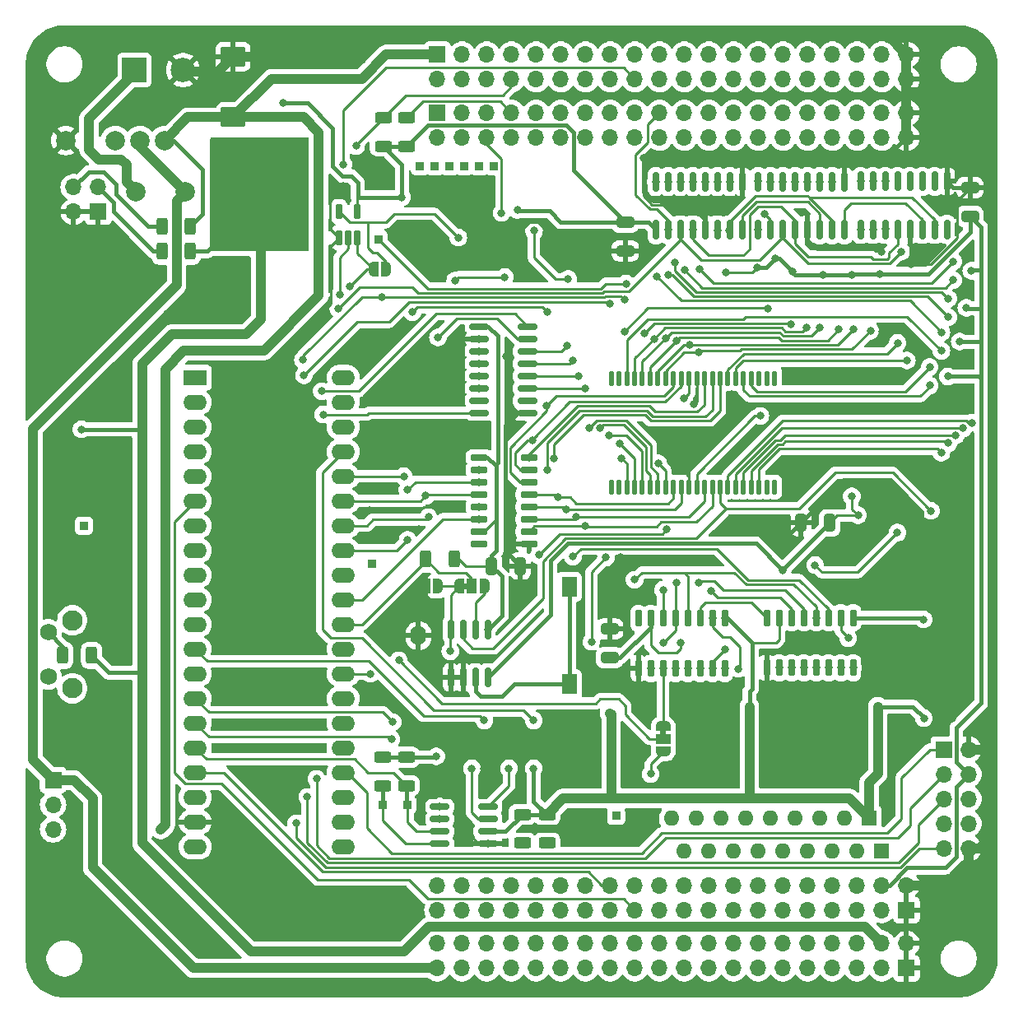
<source format=gbr>
%TF.GenerationSoftware,KiCad,Pcbnew,8.0.5-8.0.5-0~ubuntu22.04.1*%
%TF.CreationDate,2024-10-23T07:47:20+02:00*%
%TF.ProjectId,RamRomBoard,52616d52-6f6d-4426-9f61-72642e6b6963,rev?*%
%TF.SameCoordinates,Original*%
%TF.FileFunction,Copper,L2,Bot*%
%TF.FilePolarity,Positive*%
%FSLAX46Y46*%
G04 Gerber Fmt 4.6, Leading zero omitted, Abs format (unit mm)*
G04 Created by KiCad (PCBNEW 8.0.5-8.0.5-0~ubuntu22.04.1) date 2024-10-23 07:47:20*
%MOMM*%
%LPD*%
G01*
G04 APERTURE LIST*
G04 Aperture macros list*
%AMRoundRect*
0 Rectangle with rounded corners*
0 $1 Rounding radius*
0 $2 $3 $4 $5 $6 $7 $8 $9 X,Y pos of 4 corners*
0 Add a 4 corners polygon primitive as box body*
4,1,4,$2,$3,$4,$5,$6,$7,$8,$9,$2,$3,0*
0 Add four circle primitives for the rounded corners*
1,1,$1+$1,$2,$3*
1,1,$1+$1,$4,$5*
1,1,$1+$1,$6,$7*
1,1,$1+$1,$8,$9*
0 Add four rect primitives between the rounded corners*
20,1,$1+$1,$2,$3,$4,$5,0*
20,1,$1+$1,$4,$5,$6,$7,0*
20,1,$1+$1,$6,$7,$8,$9,0*
20,1,$1+$1,$8,$9,$2,$3,0*%
%AMFreePoly0*
4,1,19,0.500000,-0.750000,0.000000,-0.750000,0.000000,-0.744911,-0.071157,-0.744911,-0.207708,-0.704816,-0.327430,-0.627875,-0.420627,-0.520320,-0.479746,-0.390866,-0.500000,-0.250000,-0.500000,0.250000,-0.479746,0.390866,-0.420627,0.520320,-0.327430,0.627875,-0.207708,0.704816,-0.071157,0.744911,0.000000,0.744911,0.000000,0.750000,0.500000,0.750000,0.500000,-0.750000,0.500000,-0.750000,
$1*%
%AMFreePoly1*
4,1,19,0.000000,0.744911,0.071157,0.744911,0.207708,0.704816,0.327430,0.627875,0.420627,0.520320,0.479746,0.390866,0.500000,0.250000,0.500000,-0.250000,0.479746,-0.390866,0.420627,-0.520320,0.327430,-0.627875,0.207708,-0.704816,0.071157,-0.744911,0.000000,-0.744911,0.000000,-0.750000,-0.500000,-0.750000,-0.500000,0.750000,0.000000,0.750000,0.000000,0.744911,0.000000,0.744911,
$1*%
%AMFreePoly2*
4,1,19,0.550000,-0.750000,0.000000,-0.750000,0.000000,-0.744911,-0.071157,-0.744911,-0.207708,-0.704816,-0.327430,-0.627875,-0.420627,-0.520320,-0.479746,-0.390866,-0.500000,-0.250000,-0.500000,0.250000,-0.479746,0.390866,-0.420627,0.520320,-0.327430,0.627875,-0.207708,0.704816,-0.071157,0.744911,0.000000,0.744911,0.000000,0.750000,0.550000,0.750000,0.550000,-0.750000,0.550000,-0.750000,
$1*%
%AMFreePoly3*
4,1,19,0.000000,0.744911,0.071157,0.744911,0.207708,0.704816,0.327430,0.627875,0.420627,0.520320,0.479746,0.390866,0.500000,0.250000,0.500000,-0.250000,0.479746,-0.390866,0.420627,-0.520320,0.327430,-0.627875,0.207708,-0.704816,0.071157,-0.744911,0.000000,-0.744911,0.000000,-0.750000,-0.550000,-0.750000,-0.550000,0.750000,0.000000,0.750000,0.000000,0.744911,0.000000,0.744911,
$1*%
G04 Aperture macros list end*
%TA.AperFunction,EtchedComponent*%
%ADD10C,0.000000*%
%TD*%
%TA.AperFunction,ComponentPad*%
%ADD11R,1.700000X1.700000*%
%TD*%
%TA.AperFunction,ComponentPad*%
%ADD12O,1.700000X1.700000*%
%TD*%
%TA.AperFunction,ComponentPad*%
%ADD13R,0.850000X0.850000*%
%TD*%
%TA.AperFunction,ComponentPad*%
%ADD14R,2.400000X1.600000*%
%TD*%
%TA.AperFunction,ComponentPad*%
%ADD15O,2.400000X1.600000*%
%TD*%
%TA.AperFunction,ComponentPad*%
%ADD16R,2.500000X2.500000*%
%TD*%
%TA.AperFunction,ComponentPad*%
%ADD17C,2.500000*%
%TD*%
%TA.AperFunction,ComponentPad*%
%ADD18R,1.600000X1.600000*%
%TD*%
%TA.AperFunction,ComponentPad*%
%ADD19O,1.600000X1.600000*%
%TD*%
%TA.AperFunction,ComponentPad*%
%ADD20C,2.100000*%
%TD*%
%TA.AperFunction,ComponentPad*%
%ADD21C,1.750000*%
%TD*%
%TA.AperFunction,ComponentPad*%
%ADD22R,1.600000X2.000000*%
%TD*%
%TA.AperFunction,ComponentPad*%
%ADD23O,1.600000X2.000000*%
%TD*%
%TA.AperFunction,ComponentPad*%
%ADD24C,2.000000*%
%TD*%
%TA.AperFunction,SMDPad,CuDef*%
%ADD25RoundRect,0.150000X0.150000X-0.825000X0.150000X0.825000X-0.150000X0.825000X-0.150000X-0.825000X0*%
%TD*%
%TA.AperFunction,SMDPad,CuDef*%
%ADD26RoundRect,0.150000X0.150000X-0.725000X0.150000X0.725000X-0.150000X0.725000X-0.150000X-0.725000X0*%
%TD*%
%TA.AperFunction,SMDPad,CuDef*%
%ADD27RoundRect,0.150000X0.825000X0.150000X-0.825000X0.150000X-0.825000X-0.150000X0.825000X-0.150000X0*%
%TD*%
%TA.AperFunction,SMDPad,CuDef*%
%ADD28RoundRect,0.250000X0.650000X-0.325000X0.650000X0.325000X-0.650000X0.325000X-0.650000X-0.325000X0*%
%TD*%
%TA.AperFunction,SMDPad,CuDef*%
%ADD29RoundRect,0.250000X-0.650000X0.325000X-0.650000X-0.325000X0.650000X-0.325000X0.650000X0.325000X0*%
%TD*%
%TA.AperFunction,SMDPad,CuDef*%
%ADD30RoundRect,0.250000X-0.625000X0.312500X-0.625000X-0.312500X0.625000X-0.312500X0.625000X0.312500X0*%
%TD*%
%TA.AperFunction,SMDPad,CuDef*%
%ADD31RoundRect,0.150000X0.725000X0.150000X-0.725000X0.150000X-0.725000X-0.150000X0.725000X-0.150000X0*%
%TD*%
%TA.AperFunction,SMDPad,CuDef*%
%ADD32FreePoly0,0.000000*%
%TD*%
%TA.AperFunction,SMDPad,CuDef*%
%ADD33FreePoly1,0.000000*%
%TD*%
%TA.AperFunction,SMDPad,CuDef*%
%ADD34RoundRect,0.162500X0.162500X-0.617500X0.162500X0.617500X-0.162500X0.617500X-0.162500X-0.617500X0*%
%TD*%
%TA.AperFunction,SMDPad,CuDef*%
%ADD35RoundRect,0.250000X-0.325000X-0.650000X0.325000X-0.650000X0.325000X0.650000X-0.325000X0.650000X0*%
%TD*%
%TA.AperFunction,SMDPad,CuDef*%
%ADD36RoundRect,0.150000X-0.150000X0.825000X-0.150000X-0.825000X0.150000X-0.825000X0.150000X0.825000X0*%
%TD*%
%TA.AperFunction,SMDPad,CuDef*%
%ADD37FreePoly2,270.000000*%
%TD*%
%TA.AperFunction,SMDPad,CuDef*%
%ADD38R,1.500000X1.000000*%
%TD*%
%TA.AperFunction,SMDPad,CuDef*%
%ADD39FreePoly3,270.000000*%
%TD*%
%TA.AperFunction,SMDPad,CuDef*%
%ADD40RoundRect,0.250000X0.312500X0.625000X-0.312500X0.625000X-0.312500X-0.625000X0.312500X-0.625000X0*%
%TD*%
%TA.AperFunction,SMDPad,CuDef*%
%ADD41RoundRect,0.250000X0.625000X-0.312500X0.625000X0.312500X-0.625000X0.312500X-0.625000X-0.312500X0*%
%TD*%
%TA.AperFunction,SMDPad,CuDef*%
%ADD42RoundRect,0.137500X0.137500X-0.625000X0.137500X0.625000X-0.137500X0.625000X-0.137500X-0.625000X0*%
%TD*%
%TA.AperFunction,SMDPad,CuDef*%
%ADD43RoundRect,0.250000X0.325000X0.650000X-0.325000X0.650000X-0.325000X-0.650000X0.325000X-0.650000X0*%
%TD*%
%TA.AperFunction,SMDPad,CuDef*%
%ADD44FreePoly0,180.000000*%
%TD*%
%TA.AperFunction,SMDPad,CuDef*%
%ADD45FreePoly1,180.000000*%
%TD*%
%TA.AperFunction,SMDPad,CuDef*%
%ADD46RoundRect,0.250000X1.025000X-0.787500X1.025000X0.787500X-1.025000X0.787500X-1.025000X-0.787500X0*%
%TD*%
%TA.AperFunction,SMDPad,CuDef*%
%ADD47FreePoly2,0.000000*%
%TD*%
%TA.AperFunction,SMDPad,CuDef*%
%ADD48R,1.000000X1.500000*%
%TD*%
%TA.AperFunction,SMDPad,CuDef*%
%ADD49FreePoly3,0.000000*%
%TD*%
%TA.AperFunction,ViaPad*%
%ADD50C,0.800000*%
%TD*%
%TA.AperFunction,Conductor*%
%ADD51C,0.250000*%
%TD*%
%TA.AperFunction,Conductor*%
%ADD52C,0.400000*%
%TD*%
%TA.AperFunction,Conductor*%
%ADD53C,1.000000*%
%TD*%
G04 APERTURE END LIST*
D10*
%TA.AperFunction,EtchedComponent*%
%TO.C,JP4*%
G36*
X115900000Y-123000000D02*
G01*
X115300000Y-123000000D01*
X115300000Y-122500000D01*
X115900000Y-122500000D01*
X115900000Y-123000000D01*
G37*
%TD.AperFunction*%
%TA.AperFunction,EtchedComponent*%
%TO.C,JP2*%
G36*
X95500000Y-108000000D02*
G01*
X95000000Y-108000000D01*
X95000000Y-107400000D01*
X95500000Y-107400000D01*
X95500000Y-108000000D01*
G37*
%TD.AperFunction*%
%TD*%
D11*
%TO.P,J8,1,Pin_1*%
%TO.N,GND*%
X57482000Y-69174995D03*
D12*
%TO.P,J8,2,Pin_2*%
X54942000Y-69174995D03*
%TO.P,J8,3,Pin_3*%
%TO.N,Net-(J8-Pin_3)*%
X57482000Y-66634995D03*
%TO.P,J8,4,Pin_4*%
%TO.N,Net-(J8-Pin_4)*%
X54942000Y-66634995D03*
%TD*%
D13*
%TO.P,TP9,1,1*%
%TO.N,/CTRL1*%
X89281000Y-130175000D03*
%TD*%
D11*
%TO.P,J1,1,Pin_1*%
%TO.N,+5V*%
X92367000Y-53000000D03*
D12*
%TO.P,J1,2,Pin_2*%
X92367000Y-55540000D03*
%TO.P,J1,3,Pin_3*%
%TO.N,/PHI1_e*%
X94907000Y-53000000D03*
%TO.P,J1,4,Pin_4*%
%TO.N,/PHI2_e*%
X94907000Y-55540000D03*
%TO.P,J1,5,Pin_5*%
%TO.N,/~{IORD}*%
X97447000Y-53000000D03*
%TO.P,J1,6,Pin_6*%
%TO.N,/R{slash}~{W}_e*%
X97447000Y-55540000D03*
%TO.P,J1,7,Pin_7*%
%TO.N,/~{MRD}*%
X99987000Y-53000000D03*
%TO.P,J1,8,Pin_8*%
%TO.N,/~{MWR}*%
X99987000Y-55540000D03*
%TO.P,J1,9,Pin_9*%
%TO.N,/~{IOWR}*%
X102527000Y-53000000D03*
%TO.P,J1,10,Pin_10*%
%TO.N,/D0*%
X102527000Y-55540000D03*
%TO.P,J1,11,Pin_11*%
%TO.N,/D1*%
X105067000Y-53000000D03*
%TO.P,J1,12,Pin_12*%
%TO.N,/D2*%
X105067000Y-55540000D03*
%TO.P,J1,13,Pin_13*%
%TO.N,/D3*%
X107607000Y-53000000D03*
%TO.P,J1,14,Pin_14*%
%TO.N,/D4*%
X107607000Y-55540000D03*
%TO.P,J1,15,Pin_15*%
%TO.N,/D5*%
X110147000Y-53000000D03*
%TO.P,J1,16,Pin_16*%
%TO.N,/D6*%
X110147000Y-55540000D03*
%TO.P,J1,17,Pin_17*%
%TO.N,/D7*%
X112687000Y-53000000D03*
%TO.P,J1,18,Pin_18*%
%TO.N,/~{RST}*%
X112687000Y-55540000D03*
%TO.P,J1,19,Pin_19*%
%TO.N,/A0*%
X115227000Y-53000000D03*
%TO.P,J1,20,Pin_20*%
%TO.N,/A1*%
X115227000Y-55540000D03*
%TO.P,J1,21,Pin_21*%
%TO.N,/A2*%
X117767000Y-53000000D03*
%TO.P,J1,22,Pin_22*%
%TO.N,/A3*%
X117767000Y-55540000D03*
%TO.P,J1,23,Pin_23*%
%TO.N,/A4*%
X120307000Y-53000000D03*
%TO.P,J1,24,Pin_24*%
%TO.N,/A5*%
X120307000Y-55540000D03*
%TO.P,J1,25,Pin_25*%
%TO.N,/A6*%
X122847000Y-53000000D03*
%TO.P,J1,26,Pin_26*%
%TO.N,/A7*%
X122847000Y-55540000D03*
%TO.P,J1,27,Pin_27*%
%TO.N,/A8*%
X125387000Y-53000000D03*
%TO.P,J1,28,Pin_28*%
%TO.N,/A9*%
X125387000Y-55540000D03*
%TO.P,J1,29,Pin_29*%
%TO.N,/A10*%
X127927000Y-53000000D03*
%TO.P,J1,30,Pin_30*%
%TO.N,/A11*%
X127927000Y-55540000D03*
%TO.P,J1,31,Pin_31*%
%TO.N,/A12*%
X130467000Y-53000000D03*
%TO.P,J1,32,Pin_32*%
%TO.N,/A13*%
X130467000Y-55540000D03*
%TO.P,J1,33,Pin_33*%
%TO.N,/A14*%
X133007000Y-53000000D03*
%TO.P,J1,34,Pin_34*%
%TO.N,/A15*%
X133007000Y-55540000D03*
%TO.P,J1,35,Pin_35*%
%TO.N,/A16*%
X135547000Y-53000000D03*
%TO.P,J1,36,Pin_36*%
%TO.N,/A17*%
X135547000Y-55540000D03*
%TO.P,J1,37,Pin_37*%
%TO.N,/A18*%
X138087000Y-53000000D03*
%TO.P,J1,38,Pin_38*%
%TO.N,/A19*%
X138087000Y-55540000D03*
%TO.P,J1,39,Pin_39*%
%TO.N,GND*%
X140627000Y-53000000D03*
%TO.P,J1,40,Pin_40*%
X140627000Y-55540000D03*
%TD*%
D14*
%TO.P,J7,1,Pin_1*%
%TO.N,/~{CS_SD}*%
X67437000Y-86233000D03*
D15*
%TO.P,J7,2,Pin_2*%
%TO.N,/SCK_SD*%
X67437000Y-88773000D03*
%TO.P,J7,3,Pin_3*%
%TO.N,/MISO_SD*%
X67437000Y-91313000D03*
%TO.P,J7,4,Pin_4*%
%TO.N,/MOSI_SD*%
X67437000Y-93853000D03*
%TO.P,J7,5,Pin_5*%
%TO.N,/DET_SD*%
X67437000Y-96393000D03*
%TO.P,J7,6,Pin_6*%
%TO.N,/~{STM32BUS}*%
X67437000Y-98933000D03*
%TO.P,J7,7,Pin_7*%
%TO.N,/~{EXTRST}*%
X67437000Y-101473000D03*
%TO.P,J7,8,Pin_8*%
%TO.N,/uA11*%
X67437000Y-104013000D03*
%TO.P,J7,9,Pin_9*%
%TO.N,/uA12*%
X67437000Y-106553000D03*
%TO.P,J7,10,Pin_10*%
%TO.N,/CNT*%
X67437000Y-109093000D03*
%TO.P,J7,11,Pin_11*%
%TO.N,/~{MRC}*%
X67437000Y-111633000D03*
%TO.P,J7,12,Pin_12*%
%TO.N,/CLK1#*%
X67437000Y-114173000D03*
%TO.P,J7,13,Pin_13*%
%TO.N,/~{CNTOE}*%
X67437000Y-116713000D03*
%TO.P,J7,14,Pin_14*%
%TO.N,/SCL*%
X67437000Y-119253000D03*
%TO.P,J7,15,Pin_15*%
%TO.N,/SDA*%
X67437000Y-121793000D03*
%TO.P,J7,16,Pin_16*%
%TO.N,/CTRL1*%
X67437000Y-124333000D03*
%TO.P,J7,17,Pin_17*%
%TO.N,/~{BUSFREE}*%
X67437000Y-126873000D03*
%TO.P,J7,18,Pin_18*%
%TO.N,Net-(J3-C)*%
X67437000Y-129413000D03*
%TO.P,J7,19,Pin_19*%
%TO.N,GND*%
X67437000Y-131953000D03*
%TO.P,J7,20,Pin_20*%
%TO.N,unconnected-(J7-Pin_20-Pad20)*%
X67437000Y-134493000D03*
%TO.P,J7,21,Pin_21*%
%TO.N,/VB*%
X82677000Y-134493000D03*
%TO.P,J7,22,Pin_22*%
%TO.N,/TDI*%
X82677000Y-131953000D03*
%TO.P,J7,23,Pin_23*%
%TO.N,/TMS*%
X82677000Y-129413000D03*
%TO.P,J7,24,Pin_24*%
%TO.N,/TCK*%
X82677000Y-126873000D03*
%TO.P,J7,25,Pin_25*%
%TO.N,/~{STMRST}*%
X82677000Y-124333000D03*
%TO.P,J7,26,Pin_26*%
%TO.N,/TDO*%
X82677000Y-121793000D03*
%TO.P,J7,27,Pin_27*%
%TO.N,/~{PLD}*%
X82677000Y-119253000D03*
%TO.P,J7,28,Pin_28*%
%TO.N,/RXSTM*%
X82677000Y-116713000D03*
%TO.P,J7,29,Pin_29*%
%TO.N,/TXSTM*%
X82677000Y-114173000D03*
%TO.P,J7,30,Pin_30*%
%TO.N,/~{BW}*%
X82677000Y-111633000D03*
%TO.P,J7,31,Pin_31*%
%TO.N,/uSCK*%
X82677000Y-109093000D03*
%TO.P,J7,32,Pin_32*%
%TO.N,/uMISO*%
X82677000Y-106553000D03*
%TO.P,J7,33,Pin_33*%
%TO.N,/uMOSI*%
X82677000Y-104013000D03*
%TO.P,J7,34,Pin_34*%
%TO.N,/~{CEDAT_EN}*%
X82677000Y-101473000D03*
%TO.P,J7,35,Pin_35*%
%TO.N,/~{MRAM_WR}*%
X82677000Y-98933000D03*
%TO.P,J7,36,Pin_36*%
%TO.N,/~{DATOE}*%
X82677000Y-96393000D03*
%TO.P,J7,37,Pin_37*%
%TO.N,/~{TRST}*%
X82677000Y-93853000D03*
%TO.P,J7,38,Pin_38*%
%TO.N,unconnected-(J7-Pin_38-Pad38)*%
X82677000Y-91313000D03*
%TO.P,J7,39,Pin_39*%
%TO.N,unconnected-(J7-Pin_39-Pad39)*%
X82677000Y-88773000D03*
%TO.P,J7,40,Pin_40*%
%TO.N,unconnected-(J7-Pin_40-Pad40)*%
X82677000Y-86233000D03*
%TD*%
D13*
%TO.P,TP12,1,1*%
%TO.N,Net-(TP12-Pad1)*%
X95154000Y-64470995D03*
%TD*%
D11*
%TO.P,TP2,1,Pin_1*%
%TO.N,GND*%
X140627000Y-141000000D03*
D12*
%TO.P,TP2,2,Pin_2*%
X140627000Y-138460000D03*
%TO.P,TP2,3,Pin_3*%
%TO.N,+3V3*%
X138087000Y-141000000D03*
%TO.P,TP2,4,Pin_4*%
X138087000Y-138460000D03*
%TO.P,TP2,5,Pin_5*%
%TO.N,/~{CE_EXT1}*%
X135547000Y-141000000D03*
%TO.P,TP2,6,Pin_6*%
%TO.N,/~{CE_EXT0}*%
X135547000Y-138460000D03*
%TO.P,TP2,7,Pin_7*%
%TO.N,/~{CE_EXT3}*%
X133007000Y-141000000D03*
%TO.P,TP2,8,Pin_8*%
%TO.N,/~{CE_EXT2}*%
X133007000Y-138460000D03*
%TO.P,TP2,9,Pin_9*%
%TO.N,/~{CE_EXT5}*%
X130467000Y-141000000D03*
%TO.P,TP2,10,Pin_10*%
%TO.N,/~{CE_EXT4}*%
X130467000Y-138460000D03*
%TO.P,TP2,11,Pin_11*%
%TO.N,/~{CE_EXT7}*%
X127927000Y-141000000D03*
%TO.P,TP2,12,Pin_12*%
%TO.N,/~{CE_EXT6}*%
X127927000Y-138460000D03*
%TO.P,TP2,13,Pin_13*%
%TO.N,/~{CE_EXT9}*%
X125387000Y-141000000D03*
%TO.P,TP2,14,Pin_14*%
%TO.N,/~{CE_EXT8}*%
X125387000Y-138460000D03*
%TO.P,TP2,15,Pin_15*%
%TO.N,/~{CE_EXT11}*%
X122847000Y-141000000D03*
%TO.P,TP2,16,Pin_16*%
%TO.N,/~{CE_EXT10}*%
X122847000Y-138460000D03*
%TO.P,TP2,17,Pin_17*%
%TO.N,/~{CE_EXT13}*%
X120307000Y-141000000D03*
%TO.P,TP2,18,Pin_18*%
%TO.N,/~{CE_EXT12}*%
X120307000Y-138460000D03*
%TO.P,TP2,19,Pin_19*%
%TO.N,/RES4*%
X117767000Y-141000000D03*
%TO.P,TP2,20,Pin_20*%
%TO.N,/RES5*%
X117767000Y-138460000D03*
%TO.P,TP2,21,Pin_21*%
%TO.N,/RES2*%
X115227000Y-141000000D03*
%TO.P,TP2,22,Pin_22*%
%TO.N,/RES3*%
X115227000Y-138460000D03*
%TO.P,TP2,23,Pin_23*%
%TO.N,/~{STM32BUS}*%
X112687000Y-141000000D03*
%TO.P,TP2,24,Pin_24*%
%TO.N,/RES1*%
X112687000Y-138460000D03*
%TO.P,TP2,25,Pin_25*%
%TO.N,/CLK1*%
X110147000Y-141000000D03*
%TO.P,TP2,26,Pin_26*%
%TO.N,/~{BUSFREE}*%
X110147000Y-138460000D03*
%TO.P,TP2,27,Pin_27*%
%TO.N,/CLKF*%
X107607000Y-141000000D03*
%TO.P,TP2,28,Pin_28*%
%TO.N,/CLKS*%
X107607000Y-138460000D03*
%TO.P,TP2,29,Pin_29*%
%TO.N,/~{PH0}*%
X105067000Y-141000000D03*
%TO.P,TP2,30,Pin_30*%
%TO.N,/PH0*%
X105067000Y-138460000D03*
%TO.P,TP2,31,Pin_31*%
%TO.N,/SDA*%
X102527000Y-141000000D03*
%TO.P,TP2,32,Pin_32*%
%TO.N,/SCL*%
X102527000Y-138460000D03*
%TO.P,TP2,33,Pin_33*%
%TO.N,/TX1*%
X99987000Y-141000000D03*
%TO.P,TP2,34,Pin_34*%
%TO.N,/RX1*%
X99987000Y-138460000D03*
%TO.P,TP2,35,Pin_35*%
%TO.N,/TX0*%
X97447000Y-141000000D03*
%TO.P,TP2,36,Pin_36*%
%TO.N,/RX0*%
X97447000Y-138460000D03*
%TO.P,TP2,37,Pin_37*%
%TO.N,/TXSTM*%
X94907000Y-141000000D03*
%TO.P,TP2,38,Pin_38*%
%TO.N,/RXSTM*%
X94907000Y-138460000D03*
%TO.P,TP2,39,Pin_39*%
%TO.N,+5VA*%
X92367000Y-141000000D03*
%TO.P,TP2,40,Pin_40*%
X92367000Y-138460000D03*
%TD*%
D16*
%TO.P,J5,1,Pin_1*%
%TO.N,Net-(J5-Pin_1)*%
X61200000Y-54600000D03*
D17*
%TO.P,J5,2,Pin_2*%
%TO.N,GND*%
X66200000Y-54600000D03*
%TD*%
D18*
%TO.P,RN4,1,common*%
%TO.N,+3V3*%
X138049000Y-134955995D03*
D19*
%TO.P,RN4,2,R1*%
%TO.N,/~{CE_EXT0}*%
X135509000Y-134955995D03*
%TO.P,RN4,3,R2*%
%TO.N,/~{CE_EXT2}*%
X132969000Y-134955995D03*
%TO.P,RN4,4,R3*%
%TO.N,/~{CE_EXT4}*%
X130429000Y-134955995D03*
%TO.P,RN4,5,R4*%
%TO.N,/~{CE_EXT6}*%
X127889000Y-134955995D03*
%TO.P,RN4,6,R5*%
%TO.N,/~{CE_EXT8}*%
X125349000Y-134955995D03*
%TO.P,RN4,7,R6*%
%TO.N,/~{CE_EXT10}*%
X122809000Y-134955995D03*
%TO.P,RN4,8,R7*%
%TO.N,/~{CE_EXT12}*%
X120269000Y-134955995D03*
%TO.P,RN4,9,R8*%
%TO.N,/~{CE_EXT14}*%
X117729000Y-134955995D03*
%TD*%
D11*
%TO.P,J3,1,A*%
%TO.N,+5VA*%
X52832000Y-127635000D03*
D12*
%TO.P,J3,2,C*%
%TO.N,Net-(J3-C)*%
X52832000Y-130175000D03*
%TO.P,J3,3,B*%
%TO.N,+5V*%
X52832000Y-132715000D03*
%TD*%
D13*
%TO.P,TP3,1,1*%
%TO.N,Net-(TP3-Pad1)*%
X98202000Y-64470995D03*
%TD*%
%TO.P,TP8,1,1*%
%TO.N,Net-(U4-CTRL0)*%
X86741000Y-130175000D03*
%TD*%
D18*
%TO.P,RN3,1,common*%
%TO.N,+3V3*%
X136779000Y-131572000D03*
D19*
%TO.P,RN3,2,R1*%
%TO.N,/~{CE_EXT1}*%
X134239000Y-131572000D03*
%TO.P,RN3,3,R2*%
%TO.N,/~{CE_EXT3}*%
X131699000Y-131572000D03*
%TO.P,RN3,4,R3*%
%TO.N,/~{CE_EXT5}*%
X129159000Y-131572000D03*
%TO.P,RN3,5,R4*%
%TO.N,/~{CE_EXT7}*%
X126619000Y-131572000D03*
%TO.P,RN3,6,R5*%
%TO.N,/~{CE_EXT9}*%
X124079000Y-131572000D03*
%TO.P,RN3,7,R6*%
%TO.N,/~{CE_EXT11}*%
X121539000Y-131572000D03*
%TO.P,RN3,8,R7*%
%TO.N,/~{CE_EXT13}*%
X118999000Y-131572000D03*
%TO.P,RN3,9,R8*%
%TO.N,/~{CE_EXT15}*%
X116459000Y-131572000D03*
%TD*%
D13*
%TO.P,TP6,1,1*%
%TO.N,Net-(TP6-Pad1)*%
X93630000Y-64470995D03*
%TD*%
D20*
%TO.P,SW2,*%
%TO.N,*%
X54811500Y-118206000D03*
X54811500Y-111196000D03*
D21*
%TO.P,SW2,1,1*%
%TO.N,GND*%
X52321500Y-116956000D03*
%TO.P,SW2,2,2*%
%TO.N,/~{EXTRST}*%
X52321500Y-112456000D03*
%TD*%
D13*
%TO.P,TP13,1,1*%
%TO.N,Net-(TP13-Pad1)*%
X96676000Y-64470995D03*
%TD*%
D11*
%TO.P,J2,1,Pin_1*%
%TO.N,GND*%
X140627000Y-147000000D03*
D12*
%TO.P,J2,2,Pin_2*%
X140627000Y-144460000D03*
%TO.P,J2,3,Pin_3*%
%TO.N,+3V3*%
X138087000Y-147000000D03*
%TO.P,J2,4,Pin_4*%
X138087000Y-144460000D03*
%TO.P,J2,5,Pin_5*%
%TO.N,/~{CE_EXT1}*%
X135547000Y-147000000D03*
%TO.P,J2,6,Pin_6*%
%TO.N,/~{CE_EXT0}*%
X135547000Y-144460000D03*
%TO.P,J2,7,Pin_7*%
%TO.N,/~{CE_EXT3}*%
X133007000Y-147000000D03*
%TO.P,J2,8,Pin_8*%
%TO.N,/~{CE_EXT2}*%
X133007000Y-144460000D03*
%TO.P,J2,9,Pin_9*%
%TO.N,/~{CE_EXT5}*%
X130467000Y-147000000D03*
%TO.P,J2,10,Pin_10*%
%TO.N,/~{CE_EXT4}*%
X130467000Y-144460000D03*
%TO.P,J2,11,Pin_11*%
%TO.N,/~{CE_EXT7}*%
X127927000Y-147000000D03*
%TO.P,J2,12,Pin_12*%
%TO.N,/~{CE_EXT6}*%
X127927000Y-144460000D03*
%TO.P,J2,13,Pin_13*%
%TO.N,/~{CE_EXT9}*%
X125387000Y-147000000D03*
%TO.P,J2,14,Pin_14*%
%TO.N,/~{CE_EXT8}*%
X125387000Y-144460000D03*
%TO.P,J2,15,Pin_15*%
%TO.N,/~{CE_EXT11}*%
X122847000Y-147000000D03*
%TO.P,J2,16,Pin_16*%
%TO.N,/~{CE_EXT10}*%
X122847000Y-144460000D03*
%TO.P,J2,17,Pin_17*%
%TO.N,/~{CE_EXT13}*%
X120307000Y-147000000D03*
%TO.P,J2,18,Pin_18*%
%TO.N,/~{CE_EXT12}*%
X120307000Y-144460000D03*
%TO.P,J2,19,Pin_19*%
%TO.N,/RES4*%
X117767000Y-147000000D03*
%TO.P,J2,20,Pin_20*%
%TO.N,/RES5*%
X117767000Y-144460000D03*
%TO.P,J2,21,Pin_21*%
%TO.N,/RES2*%
X115227000Y-147000000D03*
%TO.P,J2,22,Pin_22*%
%TO.N,/RES3*%
X115227000Y-144460000D03*
%TO.P,J2,23,Pin_23*%
%TO.N,/~{STM32BUS}*%
X112687000Y-147000000D03*
%TO.P,J2,24,Pin_24*%
%TO.N,/RES1*%
X112687000Y-144460000D03*
%TO.P,J2,25,Pin_25*%
%TO.N,/CLK1*%
X110147000Y-147000000D03*
%TO.P,J2,26,Pin_26*%
%TO.N,/~{BUSFREE}*%
X110147000Y-144460000D03*
%TO.P,J2,27,Pin_27*%
%TO.N,/CLKF*%
X107607000Y-147000000D03*
%TO.P,J2,28,Pin_28*%
%TO.N,/CLKS*%
X107607000Y-144460000D03*
%TO.P,J2,29,Pin_29*%
%TO.N,/~{PH0}*%
X105067000Y-147000000D03*
%TO.P,J2,30,Pin_30*%
%TO.N,/PH0*%
X105067000Y-144460000D03*
%TO.P,J2,31,Pin_31*%
%TO.N,/SDA*%
X102527000Y-147000000D03*
%TO.P,J2,32,Pin_32*%
%TO.N,/SCL*%
X102527000Y-144460000D03*
%TO.P,J2,33,Pin_33*%
%TO.N,/TX1*%
X99987000Y-147000000D03*
%TO.P,J2,34,Pin_34*%
%TO.N,/RX1*%
X99987000Y-144460000D03*
%TO.P,J2,35,Pin_35*%
%TO.N,/TX0*%
X97447000Y-147000000D03*
%TO.P,J2,36,Pin_36*%
%TO.N,/RX0*%
X97447000Y-144460000D03*
%TO.P,J2,37,Pin_37*%
%TO.N,/TXSTM*%
X94907000Y-147000000D03*
%TO.P,J2,38,Pin_38*%
%TO.N,/RXSTM*%
X94907000Y-144460000D03*
%TO.P,J2,39,Pin_39*%
%TO.N,+5VA*%
X92367000Y-147000000D03*
%TO.P,J2,40,Pin_40*%
X92367000Y-144460000D03*
%TD*%
D11*
%TO.P,J9,1,Pin_1*%
%TO.N,/TCK*%
X144460000Y-124500000D03*
D12*
%TO.P,J9,2,Pin_2*%
%TO.N,GND*%
X147000000Y-124500000D03*
%TO.P,J9,3,Pin_3*%
%TO.N,/TDO*%
X144460000Y-127040000D03*
%TO.P,J9,4,Pin_4*%
%TO.N,+3V3*%
X147000000Y-127040000D03*
%TO.P,J9,5,Pin_5*%
%TO.N,/TMS*%
X144460000Y-129580000D03*
%TO.P,J9,6,Pin_6*%
%TO.N,unconnected-(J9-Pin_6-Pad6)*%
X147000000Y-129580000D03*
%TO.P,J9,7,Pin_7*%
%TO.N,unconnected-(J9-Pin_7-Pad7)*%
X144460000Y-132120000D03*
%TO.P,J9,8,Pin_8*%
%TO.N,unconnected-(J9-Pin_8-Pad8)*%
X147000000Y-132120000D03*
%TO.P,J9,9,Pin_9*%
%TO.N,/TDI*%
X144460000Y-134660000D03*
%TO.P,J9,10,Pin_10*%
%TO.N,GND*%
X147000000Y-134660000D03*
%TD*%
D13*
%TO.P,TP11,1,1*%
%TO.N,Net-(JP2-A)*%
X110744000Y-131318000D03*
%TD*%
%TO.P,TP4,1,1*%
%TO.N,Net-(TP4-Pad1)*%
X90582000Y-64470995D03*
%TD*%
%TO.P,TP14,1,1*%
%TO.N,/~{STM32BUS}*%
X56007000Y-101473000D03*
%TD*%
D22*
%TO.P,BT1,1,+*%
%TO.N,Net-(BT1-+)*%
X105918000Y-117776000D03*
X105918000Y-107776000D03*
D23*
%TO.P,BT1,2,-*%
%TO.N,GND*%
X90418000Y-112776000D03*
%TD*%
D24*
%TO.P,SW1,1,1*%
%TO.N,unconnected-(SW1-Pad1)*%
X59220000Y-61853995D03*
%TO.P,SW1,2,2*%
%TO.N,+5VA*%
X61760000Y-61853995D03*
%TO.P,SW1,3,3*%
%TO.N,+5V*%
X64300000Y-61853995D03*
%TO.P,SW1,4,4*%
%TO.N,GND*%
X54140000Y-61853995D03*
%TD*%
D11*
%TO.P,TP1,1,Pin_1*%
%TO.N,+5V*%
X92367000Y-59000000D03*
D12*
%TO.P,TP1,2,Pin_2*%
X92367000Y-61540000D03*
%TO.P,TP1,3,Pin_3*%
%TO.N,/PHI1_e*%
X94907000Y-59000000D03*
%TO.P,TP1,4,Pin_4*%
%TO.N,/PHI2_e*%
X94907000Y-61540000D03*
%TO.P,TP1,5,Pin_5*%
%TO.N,/~{IORD}*%
X97447000Y-59000000D03*
%TO.P,TP1,6,Pin_6*%
%TO.N,/R{slash}~{W}_e*%
X97447000Y-61540000D03*
%TO.P,TP1,7,Pin_7*%
%TO.N,/~{MRD}*%
X99987000Y-59000000D03*
%TO.P,TP1,8,Pin_8*%
%TO.N,/~{MWR}*%
X99987000Y-61540000D03*
%TO.P,TP1,9,Pin_9*%
%TO.N,/~{IOWR}*%
X102527000Y-59000000D03*
%TO.P,TP1,10,Pin_10*%
%TO.N,/D0*%
X102527000Y-61540000D03*
%TO.P,TP1,11,Pin_11*%
%TO.N,/D1*%
X105067000Y-59000000D03*
%TO.P,TP1,12,Pin_12*%
%TO.N,/D2*%
X105067000Y-61540000D03*
%TO.P,TP1,13,Pin_13*%
%TO.N,/D3*%
X107607000Y-59000000D03*
%TO.P,TP1,14,Pin_14*%
%TO.N,/D4*%
X107607000Y-61540000D03*
%TO.P,TP1,15,Pin_15*%
%TO.N,/D5*%
X110147000Y-59000000D03*
%TO.P,TP1,16,Pin_16*%
%TO.N,/D6*%
X110147000Y-61540000D03*
%TO.P,TP1,17,Pin_17*%
%TO.N,/D7*%
X112687000Y-59000000D03*
%TO.P,TP1,18,Pin_18*%
%TO.N,/~{RST}*%
X112687000Y-61540000D03*
%TO.P,TP1,19,Pin_19*%
%TO.N,/A0*%
X115227000Y-59000000D03*
%TO.P,TP1,20,Pin_20*%
%TO.N,/A1*%
X115227000Y-61540000D03*
%TO.P,TP1,21,Pin_21*%
%TO.N,/A2*%
X117767000Y-59000000D03*
%TO.P,TP1,22,Pin_22*%
%TO.N,/A3*%
X117767000Y-61540000D03*
%TO.P,TP1,23,Pin_23*%
%TO.N,/A4*%
X120307000Y-59000000D03*
%TO.P,TP1,24,Pin_24*%
%TO.N,/A5*%
X120307000Y-61540000D03*
%TO.P,TP1,25,Pin_25*%
%TO.N,/A6*%
X122847000Y-59000000D03*
%TO.P,TP1,26,Pin_26*%
%TO.N,/A7*%
X122847000Y-61540000D03*
%TO.P,TP1,27,Pin_27*%
%TO.N,/A8*%
X125387000Y-59000000D03*
%TO.P,TP1,28,Pin_28*%
%TO.N,/A9*%
X125387000Y-61540000D03*
%TO.P,TP1,29,Pin_29*%
%TO.N,/A10*%
X127927000Y-59000000D03*
%TO.P,TP1,30,Pin_30*%
%TO.N,/A11*%
X127927000Y-61540000D03*
%TO.P,TP1,31,Pin_31*%
%TO.N,/A12*%
X130467000Y-59000000D03*
%TO.P,TP1,32,Pin_32*%
%TO.N,/A13*%
X130467000Y-61540000D03*
%TO.P,TP1,33,Pin_33*%
%TO.N,/A14*%
X133007000Y-59000000D03*
%TO.P,TP1,34,Pin_34*%
%TO.N,/A15*%
X133007000Y-61540000D03*
%TO.P,TP1,35,Pin_35*%
%TO.N,/A16*%
X135547000Y-59000000D03*
%TO.P,TP1,36,Pin_36*%
%TO.N,/A17*%
X135547000Y-61540000D03*
%TO.P,TP1,37,Pin_37*%
%TO.N,/A18*%
X138087000Y-59000000D03*
%TO.P,TP1,38,Pin_38*%
%TO.N,/A19*%
X138087000Y-61540000D03*
%TO.P,TP1,39,Pin_39*%
%TO.N,GND*%
X140627000Y-59000000D03*
%TO.P,TP1,40,Pin_40*%
X140627000Y-61540000D03*
%TD*%
D24*
%TO.P,F1,1*%
%TO.N,Net-(J5-Pin_1)*%
X61372000Y-67137995D03*
%TO.P,F1,2*%
%TO.N,+5VA*%
X66452000Y-67147995D03*
%TD*%
D13*
%TO.P,TP5,1,1*%
%TO.N,Net-(TP5-Pad1)*%
X92106000Y-64470995D03*
%TD*%
D25*
%TO.P,U20,1,VCCo*%
%TO.N,VCCQ*%
X97540000Y-117100000D03*
%TO.P,U20,2,Vbat*%
%TO.N,Net-(BT1-+)*%
X96270000Y-117100000D03*
%TO.P,U20,3,TOL*%
%TO.N,GND*%
X95000000Y-117100000D03*
%TO.P,U20,4,GND*%
X93730000Y-117100000D03*
%TO.P,U20,5,~{CEi}*%
%TO.N,Net-(JP2-A)*%
X93730000Y-112150000D03*
%TO.P,U20,6,~{CEo}*%
%TO.N,/~{RAMCE}*%
X95000000Y-112150000D03*
%TO.P,U20,7,~{BW}*%
%TO.N,Net-(JP2-B)*%
X96270000Y-112150000D03*
%TO.P,U20,8,VCCi*%
%TO.N,+3V3*%
X97540000Y-112150000D03*
%TD*%
D26*
%TO.P,U13,1,QB*%
%TO.N,/~{CE_INT1}*%
X135128000Y-116091495D03*
%TO.P,U13,2,QC*%
%TO.N,/~{CE_INT2}*%
X133858000Y-116091495D03*
%TO.P,U13,3,QD*%
%TO.N,/~{CE_INT3}*%
X132588000Y-116091495D03*
%TO.P,U13,4,QE*%
%TO.N,/~{CE_INT4}*%
X131318000Y-116091495D03*
%TO.P,U13,5,QF*%
%TO.N,/~{CE_INT5}*%
X130048000Y-116091495D03*
%TO.P,U13,6,QG*%
%TO.N,/~{CE_INT6}*%
X128778000Y-116091495D03*
%TO.P,U13,7,QH*%
%TO.N,/~{CE_INT7}*%
X127508000Y-116091495D03*
%TO.P,U13,8,GND*%
%TO.N,GND*%
X126238000Y-116091495D03*
%TO.P,U13,9,QH'*%
%TO.N,Net-(U13-QH')*%
X126238000Y-110941495D03*
%TO.P,U13,10,~{SRCLR}*%
%TO.N,+3V3*%
X127508000Y-110941495D03*
%TO.P,U13,11,SRCLK*%
%TO.N,/uSCK*%
X128778000Y-110941495D03*
%TO.P,U13,12,RCLK*%
%TO.N,/~{uSCK}*%
X130048000Y-110941495D03*
%TO.P,U13,13,~{OE}*%
%TO.N,/~{CEDAT_EN}*%
X131318000Y-110941495D03*
%TO.P,U13,14,SER*%
%TO.N,/uMOSI*%
X132588000Y-110941495D03*
%TO.P,U13,15,QA*%
%TO.N,/~{CE_INT0}*%
X133858000Y-110941495D03*
%TO.P,U13,16,VCC*%
%TO.N,+3V3*%
X135128000Y-110941495D03*
%TD*%
D27*
%TO.P,U4,1,OUT1*%
%TO.N,/CLKS#*%
X97567000Y-130383995D03*
%TO.P,U4,2,OUT0*%
%TO.N,/CLKF#*%
X97567000Y-131653995D03*
%TO.P,U4,3,Vcc*%
%TO.N,+3V3*%
X97567000Y-132923995D03*
%TO.P,U4,4,GND*%
%TO.N,GND*%
X97567000Y-134193995D03*
%TO.P,U4,5,CTRL0*%
%TO.N,Net-(U4-CTRL0)*%
X92617000Y-134193995D03*
%TO.P,U4,6,CTRL1*%
%TO.N,/CTRL1*%
X92617000Y-132923995D03*
%TO.P,U4,7,SDA*%
%TO.N,/SDA*%
X92617000Y-131653995D03*
%TO.P,U4,8,SCL*%
%TO.N,/SCL*%
X92617000Y-130383995D03*
%TD*%
D28*
%TO.P,C3,1*%
%TO.N,+3V3*%
X147160000Y-69653995D03*
%TO.P,C3,2*%
%TO.N,GND*%
X147160000Y-66703995D03*
%TD*%
D29*
%TO.P,C5,1*%
%TO.N,+3V3*%
X111700000Y-70250000D03*
%TO.P,C5,2*%
%TO.N,GND*%
X111700000Y-73200000D03*
%TD*%
D30*
%TO.P,R3,1*%
%TO.N,+3V3*%
X103632000Y-131187000D03*
%TO.P,R3,2*%
%TO.N,/SCL*%
X103632000Y-134112000D03*
%TD*%
D26*
%TO.P,U14,1,QB*%
%TO.N,/~{CE_INT9}*%
X121920000Y-116161495D03*
%TO.P,U14,2,QC*%
%TO.N,/~{CE_INT10}*%
X120650000Y-116161495D03*
%TO.P,U14,3,QD*%
%TO.N,/~{CE_INT11}*%
X119380000Y-116161495D03*
%TO.P,U14,4,QE*%
%TO.N,/~{CE_INT12}*%
X118110000Y-116161495D03*
%TO.P,U14,5,QF*%
%TO.N,/~{CE_INT13}*%
X116840000Y-116161495D03*
%TO.P,U14,6,QG*%
%TO.N,/~{CE_INT14}*%
X115570000Y-116161495D03*
%TO.P,U14,7,QH*%
%TO.N,/~{CE_INT15}*%
X114300000Y-116161495D03*
%TO.P,U14,8,GND*%
%TO.N,GND*%
X113030000Y-116161495D03*
%TO.P,U14,9,QH'*%
%TO.N,unconnected-(U14-QH'-Pad9)*%
X113030000Y-111011495D03*
%TO.P,U14,10,~{SRCLR}*%
%TO.N,+3V3*%
X114300000Y-111011495D03*
%TO.P,U14,11,SRCLK*%
%TO.N,/uSCK*%
X115570000Y-111011495D03*
%TO.P,U14,12,RCLK*%
%TO.N,/~{uSCK}*%
X116840000Y-111011495D03*
%TO.P,U14,13,~{OE}*%
%TO.N,/~{CEDAT_EN}*%
X118110000Y-111011495D03*
%TO.P,U14,14,SER*%
%TO.N,Net-(U13-QH')*%
X119380000Y-111011495D03*
%TO.P,U14,15,QA*%
%TO.N,/~{CE_INT8}*%
X120650000Y-111011495D03*
%TO.P,U14,16,VCC*%
%TO.N,+3V3*%
X121920000Y-111011495D03*
%TD*%
D31*
%TO.P,U17,1,QB*%
%TO.N,/CD1*%
X101793000Y-94442995D03*
%TO.P,U17,2,QC*%
%TO.N,/CD2*%
X101793000Y-95712995D03*
%TO.P,U17,3,QD*%
%TO.N,/CD3*%
X101793000Y-96982995D03*
%TO.P,U17,4,QE*%
%TO.N,/CD4*%
X101793000Y-98252995D03*
%TO.P,U17,5,QF*%
%TO.N,/CD5*%
X101793000Y-99522995D03*
%TO.P,U17,6,QG*%
%TO.N,/CD6*%
X101793000Y-100792995D03*
%TO.P,U17,7,QH*%
%TO.N,/CD7*%
X101793000Y-102062995D03*
%TO.P,U17,8,GND*%
%TO.N,GND*%
X101793000Y-103332995D03*
%TO.P,U17,9,QH'*%
%TO.N,unconnected-(U17-QH'-Pad9)*%
X96643000Y-103332995D03*
%TO.P,U17,10,~{SRCLR}*%
%TO.N,+3V3*%
X96643000Y-102062995D03*
%TO.P,U17,11,SRCLK*%
%TO.N,/uSCK*%
X96643000Y-100792995D03*
%TO.P,U17,12,RCLK*%
%TO.N,/~{uSCK}*%
X96643000Y-99522995D03*
%TO.P,U17,13,~{OE}*%
%TO.N,/~{MRAM_WR}*%
X96643000Y-98252995D03*
%TO.P,U17,14,SER*%
%TO.N,/uMOSI*%
X96643000Y-96982995D03*
%TO.P,U17,15,QA*%
%TO.N,/CD0*%
X96643000Y-95712995D03*
%TO.P,U17,16,VCC*%
%TO.N,+3V3*%
X96643000Y-94442995D03*
%TD*%
D13*
%TO.P,TP7,1,1*%
%TO.N,/CPR*%
X86300000Y-72000000D03*
%TD*%
D32*
%TO.P,JP3,1,A*%
%TO.N,GND*%
X91100000Y-107700000D03*
D33*
%TO.P,JP3,2,B*%
%TO.N,Net-(JP2-A)*%
X92400000Y-107700000D03*
%TD*%
D34*
%TO.P,U5,1*%
%TO.N,/~{MWR}*%
X84150000Y-71850000D03*
%TO.P,U5,2*%
%TO.N,Net-(JP4-C)*%
X83200000Y-71850000D03*
%TO.P,U5,3,GND*%
%TO.N,GND*%
X82250000Y-71850000D03*
%TO.P,U5,4*%
%TO.N,Net-(JP6-B)*%
X82250000Y-69150000D03*
%TO.P,U5,5,VCC*%
%TO.N,+3V3*%
X84150000Y-69150000D03*
%TD*%
D35*
%TO.P,C9,1*%
%TO.N,+3V3*%
X97948000Y-105618995D03*
%TO.P,C9,2*%
%TO.N,GND*%
X100898000Y-105618995D03*
%TD*%
D36*
%TO.P,U7,1,Q1*%
%TO.N,/A1*%
X114838125Y-66066470D03*
%TO.P,U7,2,Q2*%
%TO.N,/A2*%
X116108125Y-66066470D03*
%TO.P,U7,3,Q3*%
%TO.N,/A3*%
X117378125Y-66066470D03*
%TO.P,U7,4,Q4*%
%TO.N,/A4*%
X118648125Y-66066470D03*
%TO.P,U7,5,Q5*%
%TO.N,/A5*%
X119918125Y-66066470D03*
%TO.P,U7,6,Q6*%
%TO.N,/A6*%
X121188125Y-66066470D03*
%TO.P,U7,7,Q7*%
%TO.N,/A7*%
X122458125Y-66066470D03*
%TO.P,U7,8,GND*%
%TO.N,GND*%
X123728125Y-66066470D03*
%TO.P,U7,9,~{RCO}*%
%TO.N,Net-(U7-~{RCO})*%
X123728125Y-71016470D03*
%TO.P,U7,10,~{MRC}*%
%TO.N,/~{MRC}*%
X122458125Y-71016470D03*
%TO.P,U7,11,CPC*%
%TO.N,/CNT*%
X121188125Y-71016470D03*
%TO.P,U7,12,~{CE}*%
%TO.N,GND*%
X119918125Y-71016470D03*
%TO.P,U7,13,CPR*%
%TO.N,/CPR*%
X118648125Y-71016470D03*
%TO.P,U7,14,~{OE}*%
%TO.N,/~{CNTOE}*%
X117378125Y-71016470D03*
%TO.P,U7,15,Q0*%
%TO.N,/A0*%
X116108125Y-71016470D03*
%TO.P,U7,16,VCC*%
%TO.N,+3V3*%
X114838125Y-71016470D03*
%TD*%
D37*
%TO.P,JP4,1,A*%
%TO.N,/~{CE_INT14}*%
X115600000Y-122100000D03*
D38*
%TO.P,JP4,2,C*%
%TO.N,Net-(JP4-C)*%
X115600000Y-123400000D03*
D39*
%TO.P,JP4,3,B*%
%TO.N,/~{CE_EXT14}*%
X115600000Y-124700000D03*
%TD*%
D40*
%TO.P,R1,1*%
%TO.N,+3V3*%
X66960000Y-73233995D03*
%TO.P,R1,2*%
%TO.N,Net-(J8-Pin_3)*%
X64035000Y-73233995D03*
%TD*%
D41*
%TO.P,R7,1*%
%TO.N,+3V3*%
X86800000Y-62425000D03*
%TO.P,R7,2*%
%TO.N,/~{MWR}*%
X86800000Y-59500000D03*
%TD*%
D42*
%TO.P,U12,1,nc*%
%TO.N,unconnected-(U12-nc-Pad1)*%
X127049000Y-97490495D03*
%TO.P,U12,2,nc*%
%TO.N,unconnected-(U12-nc-Pad2)*%
X126249000Y-97490495D03*
%TO.P,U12,3,A0*%
%TO.N,/A0*%
X125449000Y-97490495D03*
%TO.P,U12,4,A1*%
%TO.N,/A1*%
X124649000Y-97490495D03*
%TO.P,U12,5,A2*%
%TO.N,/A2*%
X123849000Y-97490495D03*
%TO.P,U12,6,A3*%
%TO.N,/A3*%
X123049000Y-97490495D03*
%TO.P,U12,7,A4*%
%TO.N,/A4*%
X122249000Y-97490495D03*
%TO.P,U12,8,~{CE}*%
%TO.N,/~{RAMCE}*%
X121449000Y-97490495D03*
%TO.P,U12,9,I/O0*%
%TO.N,/CD7*%
X120649000Y-97490495D03*
%TO.P,U12,10,I/O1*%
%TO.N,/CD6*%
X119849000Y-97490495D03*
%TO.P,U12,11,VDD*%
%TO.N,VCCQ*%
X119049000Y-97490495D03*
%TO.P,U12,12,GND*%
%TO.N,GND*%
X118249000Y-97490495D03*
%TO.P,U12,13,I/O2*%
%TO.N,/CD5*%
X117449000Y-97490495D03*
%TO.P,U12,14,I/O3*%
%TO.N,/CD4*%
X116649000Y-97490495D03*
%TO.P,U12,15,~{WE}*%
%TO.N,Net-(JP6-A)*%
X115849000Y-97490495D03*
%TO.P,U12,16,A5*%
%TO.N,/A5*%
X115049000Y-97490495D03*
%TO.P,U12,17,A6*%
%TO.N,/A6*%
X114249000Y-97490495D03*
%TO.P,U12,18,A7*%
%TO.N,/A7*%
X113449000Y-97490495D03*
%TO.P,U12,19,A8*%
%TO.N,/A8*%
X112649000Y-97490495D03*
%TO.P,U12,20,A9*%
%TO.N,/A9*%
X111849000Y-97490495D03*
%TO.P,U12,21,nc*%
%TO.N,unconnected-(U12-nc-Pad21)*%
X111049000Y-97490495D03*
%TO.P,U12,22,nc*%
%TO.N,unconnected-(U12-nc-Pad22)*%
X110249000Y-97490495D03*
%TO.P,U12,23,nc*%
%TO.N,unconnected-(U12-nc-Pad23)*%
X110249000Y-86315495D03*
%TO.P,U12,24,nc*%
%TO.N,unconnected-(U12-nc-Pad24)*%
X111049000Y-86315495D03*
%TO.P,U12,25,A19*%
%TO.N,/A19*%
X111849000Y-86315495D03*
%TO.P,U12,26,A10*%
%TO.N,/A10*%
X112649000Y-86315495D03*
%TO.P,U12,27,A11*%
%TO.N,/A11*%
X113449000Y-86315495D03*
%TO.P,U12,28,A12*%
%TO.N,/A12*%
X114249000Y-86315495D03*
%TO.P,U12,29,A13*%
%TO.N,/A13*%
X115049000Y-86315495D03*
%TO.P,U12,30,A14*%
%TO.N,/A14*%
X115849000Y-86315495D03*
%TO.P,U12,31,I/O4*%
%TO.N,/CD3*%
X116649000Y-86315495D03*
%TO.P,U12,32,I/O5*%
%TO.N,/CD2*%
X117449000Y-86315495D03*
%TO.P,U12,33,VDD*%
%TO.N,VCCQ*%
X118249000Y-86315495D03*
%TO.P,U12,34,GND*%
%TO.N,GND*%
X119049000Y-86315495D03*
%TO.P,U12,35,I/O6*%
%TO.N,/CD1*%
X119849000Y-86315495D03*
%TO.P,U12,36,I/O7*%
%TO.N,/CD0*%
X120649000Y-86315495D03*
%TO.P,U12,37,~{OE}*%
%TO.N,Net-(JP5-A)*%
X121449000Y-86315495D03*
%TO.P,U12,38,A15*%
%TO.N,/A15*%
X122249000Y-86315495D03*
%TO.P,U12,39,A16*%
%TO.N,/A16*%
X123049000Y-86315495D03*
%TO.P,U12,40,A17*%
%TO.N,/A17*%
X123849000Y-86315495D03*
%TO.P,U12,41,A18*%
%TO.N,/A18*%
X124649000Y-86315495D03*
%TO.P,U12,42,nc*%
%TO.N,unconnected-(U12-nc-Pad42)*%
X125449000Y-86315495D03*
%TO.P,U12,43,nc*%
%TO.N,unconnected-(U12-nc-Pad43)*%
X126249000Y-86315495D03*
%TO.P,U12,44,nc*%
%TO.N,unconnected-(U12-nc-Pad44)*%
X127049000Y-86315495D03*
%TD*%
D43*
%TO.P,C13,1*%
%TO.N,VCCQ*%
X132724500Y-101173995D03*
%TO.P,C13,2*%
%TO.N,GND*%
X129774500Y-101173995D03*
%TD*%
D44*
%TO.P,JP7,1,A*%
%TO.N,Net-(JP6-B)*%
X87100000Y-75100000D03*
D45*
%TO.P,JP7,2,B*%
%TO.N,/~{MWR}*%
X85800000Y-75100000D03*
%TD*%
D30*
%TO.P,R6,1*%
%TO.N,+3V3*%
X89154000Y-125283500D03*
%TO.P,R6,2*%
%TO.N,/CTRL1*%
X89154000Y-128208500D03*
%TD*%
D40*
%TO.P,R9,1*%
%TO.N,+3V3*%
X94062500Y-104900000D03*
%TO.P,R9,2*%
%TO.N,/~{BW}*%
X91137500Y-104900000D03*
%TD*%
D46*
%TO.P,C12,1*%
%TO.N,+5V*%
X71360000Y-59453995D03*
%TO.P,C12,2*%
%TO.N,GND*%
X71360000Y-53228995D03*
%TD*%
D36*
%TO.P,U8,1,Q1*%
%TO.N,/A9*%
X125353725Y-66066470D03*
%TO.P,U8,2,Q2*%
%TO.N,/A10*%
X126623725Y-66066470D03*
%TO.P,U8,3,Q3*%
%TO.N,/A11*%
X127893725Y-66066470D03*
%TO.P,U8,4,Q4*%
%TO.N,/A12*%
X129163725Y-66066470D03*
%TO.P,U8,5,Q5*%
%TO.N,/A13*%
X130433725Y-66066470D03*
%TO.P,U8,6,Q6*%
%TO.N,/A14*%
X131703725Y-66066470D03*
%TO.P,U8,7,Q7*%
%TO.N,/A15*%
X132973725Y-66066470D03*
%TO.P,U8,8,GND*%
%TO.N,GND*%
X134243725Y-66066470D03*
%TO.P,U8,9,~{RCO}*%
%TO.N,Net-(U8-~{RCO})*%
X134243725Y-71016470D03*
%TO.P,U8,10,~{MRC}*%
%TO.N,/~{MRC}*%
X132973725Y-71016470D03*
%TO.P,U8,11,CPC*%
%TO.N,Net-(U7-~{RCO})*%
X131703725Y-71016470D03*
%TO.P,U8,12,~{CE}*%
%TO.N,GND*%
X130433725Y-71016470D03*
%TO.P,U8,13,CPR*%
%TO.N,/CPR*%
X129163725Y-71016470D03*
%TO.P,U8,14,~{OE}*%
%TO.N,/~{CNTOE}*%
X127893725Y-71016470D03*
%TO.P,U8,15,Q0*%
%TO.N,/A8*%
X126623725Y-71016470D03*
%TO.P,U8,16,VCC*%
%TO.N,+3V3*%
X125353725Y-71016470D03*
%TD*%
D40*
%TO.P,R10,1*%
%TO.N,+3V3*%
X56769000Y-114808000D03*
%TO.P,R10,2*%
%TO.N,/~{EXTRST}*%
X53844000Y-114808000D03*
%TD*%
D30*
%TO.P,R4,1*%
%TO.N,+3V3*%
X101092000Y-131187000D03*
%TO.P,R4,2*%
%TO.N,/SDA*%
X101092000Y-134112000D03*
%TD*%
%TO.P,R5,1*%
%TO.N,+3V3*%
X86741000Y-125283500D03*
%TO.P,R5,2*%
%TO.N,Net-(U4-CTRL0)*%
X86741000Y-128208500D03*
%TD*%
D41*
%TO.P,R8,1*%
%TO.N,+3V3*%
X89200000Y-62450000D03*
%TO.P,R8,2*%
%TO.N,/~{MRD}*%
X89200000Y-59525000D03*
%TD*%
D40*
%TO.P,R2,1*%
%TO.N,+5V*%
X66960000Y-70693995D03*
%TO.P,R2,2*%
%TO.N,Net-(J8-Pin_4)*%
X64035000Y-70693995D03*
%TD*%
D13*
%TO.P,TP10,1,1*%
%TO.N,/~{BW}*%
X85600000Y-105400000D03*
%TD*%
D27*
%TO.P,U18,1,~{PL}*%
%TO.N,/~{PLD}*%
X101631000Y-80980995D03*
%TO.P,U18,2,CP*%
%TO.N,/uSCK*%
X101631000Y-82250995D03*
%TO.P,U18,3,D4*%
%TO.N,/CD4*%
X101631000Y-83520995D03*
%TO.P,U18,4,D5*%
%TO.N,/CD5*%
X101631000Y-84790995D03*
%TO.P,U18,5,D6*%
%TO.N,/CD6*%
X101631000Y-86060995D03*
%TO.P,U18,6,D7*%
%TO.N,/CD7*%
X101631000Y-87330995D03*
%TO.P,U18,7,~{Q7}*%
%TO.N,unconnected-(U18-~{Q7}-Pad7)*%
X101631000Y-88600995D03*
%TO.P,U18,8,GND*%
%TO.N,GND*%
X101631000Y-89870995D03*
%TO.P,U18,9,Q7*%
%TO.N,/uMISO*%
X96681000Y-89870995D03*
%TO.P,U18,10,DS*%
%TO.N,unconnected-(U18-DS-Pad10)*%
X96681000Y-88600995D03*
%TO.P,U18,11,D0*%
%TO.N,/CD0*%
X96681000Y-87330995D03*
%TO.P,U18,12,D1*%
%TO.N,/CD1*%
X96681000Y-86060995D03*
%TO.P,U18,13,D2*%
%TO.N,/CD2*%
X96681000Y-84790995D03*
%TO.P,U18,14,D3*%
%TO.N,/CD3*%
X96681000Y-83520995D03*
%TO.P,U18,15,~{CE}*%
%TO.N,GND*%
X96681000Y-82250995D03*
%TO.P,U18,16,VCC*%
%TO.N,+3V3*%
X96681000Y-80980995D03*
%TD*%
D28*
%TO.P,C10,1*%
%TO.N,+3V3*%
X110089500Y-115045995D03*
%TO.P,C10,2*%
%TO.N,GND*%
X110089500Y-112095995D03*
%TD*%
D47*
%TO.P,JP2,1,A*%
%TO.N,Net-(JP2-A)*%
X94600000Y-107700000D03*
D48*
%TO.P,JP2,2,C*%
%TO.N,/~{BW}*%
X95900000Y-107700000D03*
D49*
%TO.P,JP2,3,B*%
%TO.N,Net-(JP2-B)*%
X97200000Y-107700000D03*
%TD*%
D36*
%TO.P,U9,1,Q1*%
%TO.N,/A17*%
X135894725Y-66055270D03*
%TO.P,U9,2,Q2*%
%TO.N,/A18*%
X137164725Y-66055270D03*
%TO.P,U9,3,Q3*%
%TO.N,/A19*%
X138434725Y-66055270D03*
%TO.P,U9,4,Q4*%
%TO.N,unconnected-(U9-Q4-Pad4)*%
X139704725Y-66055270D03*
%TO.P,U9,5,Q5*%
%TO.N,unconnected-(U9-Q5-Pad5)*%
X140974725Y-66055270D03*
%TO.P,U9,6,Q6*%
%TO.N,unconnected-(U9-Q6-Pad6)*%
X142244725Y-66055270D03*
%TO.P,U9,7,Q7*%
%TO.N,unconnected-(U9-Q7-Pad7)*%
X143514725Y-66055270D03*
%TO.P,U9,8,GND*%
%TO.N,GND*%
X144784725Y-66055270D03*
%TO.P,U9,9,~{RCO}*%
%TO.N,unconnected-(U9-~{RCO}-Pad9)*%
X144784725Y-71005270D03*
%TO.P,U9,10,~{MRC}*%
%TO.N,/~{MRC}*%
X143514725Y-71005270D03*
%TO.P,U9,11,CPC*%
%TO.N,Net-(U8-~{RCO})*%
X142244725Y-71005270D03*
%TO.P,U9,12,~{CE}*%
%TO.N,GND*%
X140974725Y-71005270D03*
%TO.P,U9,13,CPR*%
%TO.N,/CPR*%
X139704725Y-71005270D03*
%TO.P,U9,14,~{OE}*%
%TO.N,/~{CNTOE}*%
X138434725Y-71005270D03*
%TO.P,U9,15,Q0*%
%TO.N,/A16*%
X137164725Y-71005270D03*
%TO.P,U9,16,VCC*%
%TO.N,+3V3*%
X135894725Y-71005270D03*
%TD*%
D50*
%TO.N,/~{RST}*%
X82700000Y-64300000D03*
%TO.N,GND*%
X147320000Y-63500000D03*
X72136000Y-124460000D03*
X138938000Y-89408000D03*
X71882000Y-132080000D03*
X78486000Y-50953995D03*
X147160000Y-66703995D03*
X59436000Y-119380000D03*
X96681000Y-82250995D03*
X69088000Y-79648495D03*
X80772000Y-53594000D03*
X53086000Y-97212000D03*
X57937247Y-79781247D03*
X97186000Y-126446995D03*
X85344000Y-92710000D03*
X59436000Y-103886000D03*
X53086000Y-107696000D03*
X132080000Y-94742000D03*
X100898000Y-105618995D03*
X85344000Y-63754000D03*
X94234000Y-92811600D03*
X118775996Y-88981995D03*
X128778000Y-89320002D03*
X72136000Y-138938000D03*
X82804000Y-50953995D03*
X67310000Y-143764000D03*
X104394000Y-126746000D03*
X142220500Y-102951995D03*
X76708000Y-124460000D03*
X138125200Y-81483200D03*
X92303600Y-128066800D03*
X110286800Y-133553200D03*
X138049000Y-73279000D03*
X64516000Y-79648495D03*
X88702400Y-70619595D03*
X106680000Y-132080000D03*
X85344000Y-97688400D03*
X86360000Y-118872000D03*
X132809748Y-98138748D03*
X111201200Y-104749600D03*
X83566000Y-83820000D03*
X121259600Y-125171200D03*
X72390000Y-121920000D03*
X93522800Y-88239600D03*
X143298545Y-88970613D03*
X69850000Y-50800000D03*
X82700000Y-66500000D03*
X110089500Y-112095995D03*
X85344000Y-99923600D03*
X122635000Y-90170006D03*
X146812000Y-104902000D03*
X90424000Y-101803200D03*
X73152000Y-127000000D03*
X113741200Y-108559600D03*
X53848000Y-122174000D03*
X85344000Y-88138000D03*
X85496400Y-102616000D03*
X99472000Y-84028995D03*
X134874000Y-89320002D03*
X97586800Y-134162800D03*
X72580502Y-78041498D03*
X75133200Y-106375200D03*
X73152000Y-86868000D03*
X113538000Y-63627000D03*
X73660000Y-100330000D03*
X98202000Y-73741995D03*
X113030000Y-120088495D03*
X108100000Y-121600000D03*
X129590800Y-86004400D03*
X111700000Y-73154005D03*
X72390000Y-117348000D03*
X107442000Y-133604000D03*
X104394000Y-123190000D03*
X84582000Y-53594000D03*
X92233000Y-122226995D03*
X135229600Y-85852000D03*
X71755000Y-75565000D03*
X146304000Y-117856000D03*
X53095000Y-85861000D03*
X76454000Y-121920000D03*
X66802000Y-79648495D03*
X70866000Y-102616000D03*
X59690000Y-128270000D03*
X145366000Y-121285000D03*
X70815200Y-110540800D03*
X75946000Y-128270000D03*
X144145000Y-61849000D03*
X131826000Y-89320002D03*
X85090000Y-82042000D03*
X127508000Y-103137495D03*
X63500000Y-139446000D03*
X126238000Y-120142000D03*
X141097001Y-74549001D03*
X78232000Y-138938000D03*
X129774500Y-101173995D03*
X148463000Y-58166000D03*
X76454000Y-117348000D03*
X91567000Y-84455000D03*
X53086000Y-102108000D03*
X73152000Y-93218000D03*
X110032800Y-108610400D03*
X113588800Y-131622800D03*
%TO.N,+5V*%
X63881000Y-132715000D03*
%TO.N,/A15*%
X132973725Y-66066470D03*
X139700000Y-82677000D03*
%TO.N,/A14*%
X119210764Y-83650764D03*
X136906000Y-81432400D03*
X131703725Y-66066470D03*
%TO.N,/A13*%
X135128000Y-81280000D03*
X130433725Y-66066462D03*
X118283964Y-82875764D03*
%TO.N,/A12*%
X116967000Y-82423000D03*
X129163725Y-66066470D03*
X133654798Y-81280000D03*
%TO.N,/A11*%
X127893725Y-66066470D03*
X115825312Y-82207400D03*
X131724398Y-81127600D03*
%TO.N,/A10*%
X114638896Y-82243367D03*
X126623725Y-66066470D03*
X130352800Y-81076800D03*
%TO.N,/A9*%
X113665000Y-81660998D03*
X128727200Y-80751400D03*
X111331005Y-94548812D03*
X125387003Y-66033201D03*
%TO.N,/A8*%
X111150400Y-93065600D03*
X111613520Y-81520447D03*
X126324400Y-79169500D03*
X126047498Y-69405800D03*
%TO.N,/A7*%
X122458125Y-66066470D03*
X110008248Y-92151198D03*
%TO.N,/A6*%
X121188125Y-66066470D03*
X109072703Y-91448740D03*
%TO.N,/A5*%
X119918125Y-66066470D03*
X107994000Y-91431427D03*
%TO.N,/A4*%
X147339653Y-90880481D03*
X145415000Y-74300000D03*
X118648125Y-66066470D03*
X119339991Y-75093193D03*
%TO.N,/A3*%
X117378125Y-66066470D03*
X146454330Y-91445024D03*
X117779200Y-75133200D03*
X145415000Y-76200012D03*
%TO.N,/A2*%
X116789769Y-74408781D03*
X145704409Y-92179954D03*
X116108125Y-66066470D03*
X144907000Y-78110000D03*
%TO.N,/A1*%
X116128800Y-75641200D03*
X144906996Y-80009992D03*
X114838125Y-66066470D03*
X144929409Y-92982278D03*
%TO.N,/A0*%
X144221200Y-81584800D03*
X116078000Y-70993000D03*
X144211000Y-93969297D03*
X114960400Y-75844400D03*
%TO.N,+3V3*%
X75723000Y-64343995D03*
X127152400Y-73964800D03*
X77628000Y-68153995D03*
X97540006Y-112149997D03*
X75723000Y-66883995D03*
X142367000Y-111125000D03*
X110089500Y-120777000D03*
X74168000Y-65613995D03*
X70008000Y-64343995D03*
X77628000Y-65613995D03*
X121919996Y-111011487D03*
X70008000Y-69423995D03*
X77628000Y-69423995D03*
X135894725Y-71005270D03*
X146781999Y-79059998D03*
X92239000Y-125200000D03*
X55753000Y-91567000D03*
X100600000Y-69000000D03*
X77628000Y-70693995D03*
X137896600Y-75565000D03*
X77628000Y-64343995D03*
X76500000Y-58000000D03*
X72548000Y-65613995D03*
X74168000Y-64343995D03*
X74168000Y-68407995D03*
X74168000Y-74616495D03*
X77628000Y-66883995D03*
X124460000Y-127013495D03*
X137668000Y-120088495D03*
X125353725Y-71016470D03*
X70008000Y-66883995D03*
X77628000Y-71963995D03*
X146096200Y-82534800D03*
X135026400Y-75692000D03*
X144881600Y-86106000D03*
X137668000Y-127013495D03*
X75723000Y-65613995D03*
X132029200Y-75641200D03*
X122072400Y-75438000D03*
X102266000Y-126446995D03*
X70008000Y-65613995D03*
X125272800Y-74930000D03*
X124460000Y-120088495D03*
X110089500Y-115045995D03*
X72548000Y-66883995D03*
X147290004Y-75249992D03*
X74168000Y-66883995D03*
X70008000Y-71963995D03*
X70008000Y-70693995D03*
X88702400Y-67669595D03*
X72548000Y-64343995D03*
X142416000Y-121285000D03*
X128905000Y-75361800D03*
X117409000Y-113545995D03*
X70008000Y-68153995D03*
%TO.N,/~{MWR}*%
X83358984Y-76835000D03*
X84000000Y-62400000D03*
%TO.N,/R{slash}~{W}_e*%
X98963992Y-69296995D03*
%TO.N,/RXSTM*%
X85471000Y-116713000D03*
%TO.N,/A16*%
X140665200Y-84480400D03*
X137164725Y-71005270D03*
%TO.N,/A17*%
X143006595Y-87056005D03*
X135894725Y-66055270D03*
%TO.N,/A18*%
X137164720Y-66055275D03*
X143006600Y-85156000D03*
%TO.N,/A19*%
X144221196Y-83484808D03*
X138434725Y-66055264D03*
%TO.N,/CD7*%
X107568999Y-87375998D03*
X107594400Y-101498400D03*
%TO.N,/CD6*%
X106629200Y-100584000D03*
X106911568Y-86060995D03*
%TO.N,/CD5*%
X105613200Y-99771200D03*
X106299000Y-84455000D03*
%TO.N,/CD4*%
X104806000Y-98552000D03*
X105708000Y-82931000D03*
%TO.N,/CD3*%
X103619000Y-89154002D03*
X96681000Y-83520995D03*
%TO.N,/CD2*%
X102108000Y-92710000D03*
X96681000Y-84790995D03*
%TO.N,/CD1*%
X101792996Y-94442999D03*
X96681000Y-86060995D03*
%TO.N,/CD0*%
X103632000Y-95758000D03*
X96643000Y-95712995D03*
X96681000Y-87330995D03*
%TO.N,VCCQ*%
X127889000Y-106045000D03*
X135636000Y-100398995D03*
X117760000Y-88346995D03*
X135001000Y-98438495D03*
X125585000Y-90170002D03*
%TO.N,/~{MRC}*%
X122388267Y-71080583D03*
X110109000Y-78613000D03*
X78638400Y-86004400D03*
%TO.N,/CNT*%
X111633000Y-78232000D03*
X86677500Y-77914500D03*
X78536800Y-84429600D03*
X121189000Y-71074995D03*
%TO.N,/CPR*%
X111760000Y-76581000D03*
X118648139Y-71016463D03*
%TO.N,/~{CNTOE}*%
X138461000Y-70947995D03*
X140081000Y-73279000D03*
X82169000Y-79121000D03*
%TO.N,/~{TRST}*%
X102266000Y-121497001D03*
%TO.N,/~{PLD}*%
X80467200Y-87630010D03*
%TO.N,/SCL*%
X92617004Y-130383991D03*
X103632000Y-134112000D03*
X87757000Y-121666000D03*
%TO.N,/~{DATOE}*%
X88899997Y-96393003D03*
%TO.N,/uMISO*%
X80600000Y-90043000D03*
%TO.N,/~{CE_EXT15}*%
X105822000Y-76094000D03*
X109704064Y-104739141D03*
X108204000Y-113411000D03*
X102300005Y-71119994D03*
%TO.N,/~{CE_EXT14}*%
X114300000Y-127013495D03*
%TO.N,/SDA*%
X92617006Y-131653989D03*
X87630000Y-123444000D03*
X101092000Y-134112000D03*
%TO.N,/CLKS#*%
X99726000Y-126446995D03*
%TO.N,/CLKF#*%
X95916000Y-126446995D03*
%TO.N,/~{CE_INT10}*%
X120650000Y-116161495D03*
X121920000Y-114200838D03*
%TO.N,/~{CE_INT14}*%
X115570000Y-116161495D03*
%TO.N,/~{CE_INT0}*%
X134620000Y-113030000D03*
%TO.N,/~{CE_INT13}*%
X116840000Y-116161495D03*
%TO.N,/~{CE_INT4}*%
X131318000Y-116091495D03*
%TO.N,/~{CE_INT2}*%
X133858000Y-116091495D03*
%TO.N,/~{CEDAT_EN}*%
X131318000Y-110998000D03*
X131225000Y-105537000D03*
X112643797Y-107021203D03*
X91440000Y-100584000D03*
X139680500Y-102189995D03*
%TO.N,/~{CE_INT1}*%
X135128000Y-116091495D03*
%TO.N,/~{CE_INT5}*%
X130048000Y-116091495D03*
%TO.N,/~{CE_INT12}*%
X118110000Y-116161495D03*
%TO.N,/~{CE_INT7}*%
X127508000Y-116091495D03*
%TO.N,/~{CE_INT6}*%
X128778000Y-116091495D03*
%TO.N,/~{CE_INT15}*%
X114300000Y-116161495D03*
%TO.N,/~{CE_INT9}*%
X121919990Y-116161495D03*
%TO.N,/~{CE_INT11}*%
X119380000Y-116161495D03*
%TO.N,/~{CE_INT3}*%
X132588000Y-116091495D03*
%TO.N,/~{CE_INT8}*%
X123317000Y-116204996D03*
X120650000Y-111011495D03*
%TO.N,/~{MRAM_WR}*%
X99300000Y-75900000D03*
X91163497Y-98402497D03*
X94193411Y-76245000D03*
%TO.N,/uMOSI*%
X89306400Y-102920800D03*
X106298994Y-104648000D03*
X89281000Y-97790000D03*
X96643000Y-96982995D03*
%TO.N,/uSCK*%
X96643000Y-100792995D03*
X120523000Y-108204000D03*
X115569999Y-108077000D03*
X92420390Y-82113646D03*
%TO.N,Net-(JP5-A)*%
X103632000Y-79502000D03*
X89789000Y-79502000D03*
X104365114Y-94591925D03*
%TO.N,Net-(JP6-A)*%
X115982000Y-101867000D03*
X102802644Y-104498720D03*
X115093000Y-95077995D03*
%TO.N,Net-(JP6-B)*%
X94519000Y-71822795D03*
%TO.N,/CLK1#*%
X97186000Y-121497001D03*
%TO.N,/TMS*%
X78981854Y-129376606D03*
%TO.N,/TDO*%
X79941000Y-127508000D03*
%TO.N,/TDI*%
X77851000Y-132080000D03*
%TO.N,/~{uSCK}*%
X119219042Y-107315000D03*
X115570000Y-113551495D03*
X96643000Y-99522995D03*
X116967000Y-107315000D03*
%TO.N,/~{RAMCE}*%
X143129000Y-99949000D03*
%TO.N,Net-(JP2-A)*%
X93700000Y-114400000D03*
%TO.N,Net-(JP4-C)*%
X82296002Y-77724000D03*
X88392000Y-115316000D03*
%TD*%
D51*
%TO.N,/~{RST}*%
X82700000Y-58700000D02*
X82700000Y-64300000D01*
X112687000Y-55540000D02*
X111512000Y-54365000D01*
X87035000Y-54365000D02*
X82700000Y-58700000D01*
X111512000Y-54365000D02*
X87035000Y-54365000D01*
%TO.N,GND*%
X81600000Y-67000000D02*
X81700000Y-66900000D01*
D52*
X134174496Y-96774000D02*
X138938000Y-96774000D01*
D51*
X81300000Y-70900000D02*
X81300000Y-67900000D01*
D53*
X149500000Y-61666995D02*
X149500000Y-66248995D01*
D51*
X140974725Y-71005270D02*
X140974725Y-74426725D01*
D53*
X142398000Y-56850995D02*
X145827000Y-60279995D01*
D52*
X132809748Y-98138748D02*
X134174496Y-96774000D01*
D51*
X81300000Y-67300000D02*
X81600000Y-67000000D01*
D52*
X138667000Y-63500000D02*
X140627000Y-61540000D01*
X123698000Y-63500000D02*
X134112000Y-63500000D01*
X93771005Y-82250995D02*
X96681000Y-82250995D01*
D51*
X137795000Y-73025000D02*
X138049000Y-73279000D01*
X90418000Y-110718000D02*
X90418000Y-112776000D01*
D52*
X99345000Y-102824995D02*
X99345000Y-104065995D01*
D51*
X147160000Y-66703995D02*
X145796000Y-68067995D01*
X94109000Y-122226995D02*
X97186000Y-125303995D01*
D53*
X82804000Y-50953995D02*
X78486000Y-50953995D01*
D52*
X123728125Y-66066470D02*
X123698000Y-66036345D01*
D51*
X94488000Y-124481995D02*
X92233000Y-122226995D01*
D52*
X101793000Y-103332995D02*
X99853000Y-103332995D01*
X147160000Y-66703995D02*
X145433450Y-66703995D01*
D53*
X144600000Y-138503000D02*
X147000000Y-136103000D01*
D51*
X81300000Y-67900000D02*
X81300000Y-67300000D01*
X143148537Y-74549001D02*
X141097001Y-74549001D01*
D52*
X113665000Y-63500000D02*
X113538000Y-63627000D01*
D51*
X119049000Y-88708991D02*
X118775996Y-88981995D01*
X140974725Y-74426725D02*
X141097001Y-74549001D01*
D52*
X99853000Y-103332995D02*
X99345000Y-102824995D01*
X132809747Y-98138748D02*
X132809748Y-98138748D01*
D53*
X140620000Y-52957000D02*
X140620000Y-56850995D01*
D52*
X143637000Y-117856000D02*
X145366000Y-119585000D01*
D53*
X140620000Y-56850995D02*
X142398000Y-56850995D01*
D52*
X145433450Y-66703995D02*
X144784725Y-66055270D01*
D53*
X65660000Y-53953995D02*
X65660000Y-54753995D01*
D51*
X90400000Y-110700000D02*
X90418000Y-110718000D01*
D52*
X129774500Y-101173995D02*
X132809747Y-98138748D01*
X90418000Y-115564000D02*
X90418000Y-112776000D01*
D51*
X81394000Y-78626000D02*
X73152000Y-86868000D01*
X82250000Y-71850000D02*
X81300000Y-70900000D01*
X94488000Y-132089994D02*
X94488000Y-124481995D01*
D52*
X147160000Y-66703995D02*
X149045000Y-66703995D01*
D53*
X149148800Y-124500000D02*
X147000000Y-124500000D01*
X141829081Y-138460000D02*
X141872081Y-138503000D01*
X140620000Y-52957000D02*
X138616995Y-50953995D01*
D52*
X145366000Y-119585000D02*
X145366000Y-121285000D01*
X126238000Y-117856000D02*
X143637000Y-117856000D01*
D51*
X90400000Y-110200000D02*
X90400000Y-110700000D01*
X119918125Y-71016470D02*
X119918125Y-70041471D01*
X130433725Y-71016470D02*
X130433725Y-72013725D01*
D53*
X147000000Y-124500000D02*
X148400000Y-124500000D01*
D52*
X98202000Y-73741995D02*
X101800995Y-70143000D01*
D51*
X118249000Y-97490495D02*
X118249000Y-94556006D01*
D52*
X91824800Y-73741995D02*
X88702400Y-70619595D01*
D53*
X148400000Y-124500000D02*
X149500000Y-123400000D01*
D51*
X145796000Y-68067995D02*
X145796000Y-71901538D01*
X134243725Y-66066470D02*
X134243725Y-63631725D01*
D52*
X145366000Y-106097495D02*
X142220500Y-102951995D01*
D53*
X78486000Y-50953995D02*
X75860000Y-50953995D01*
D52*
X145366000Y-119585000D02*
X145366000Y-106097495D01*
D53*
X71360000Y-53228995D02*
X73585000Y-53228995D01*
D51*
X130433725Y-72013725D02*
X131445000Y-73025000D01*
X91100000Y-107700000D02*
X91100000Y-109500000D01*
X97567000Y-134193995D02*
X96592001Y-134193995D01*
X114427000Y-68453000D02*
X113538000Y-67564000D01*
D52*
X126238000Y-117856000D02*
X126238000Y-116091495D01*
D51*
X82250000Y-71850000D02*
X81394000Y-72706000D01*
D52*
X99345000Y-91181996D02*
X99345000Y-102824995D01*
X134112000Y-63500000D02*
X138667000Y-63500000D01*
D51*
X96592001Y-134193995D02*
X94488000Y-132089994D01*
D53*
X148113000Y-60279995D02*
X149500000Y-61666995D01*
D52*
X91954000Y-117100000D02*
X90418000Y-115564000D01*
X102743000Y-70143000D02*
X105754005Y-73154005D01*
X149045000Y-66703995D02*
X149500000Y-66248995D01*
D51*
X81700000Y-66900000D02*
X82300000Y-66900000D01*
X118249000Y-94556006D02*
X122635000Y-90170006D01*
D52*
X91567000Y-84455000D02*
X93771005Y-82250995D01*
X101631000Y-89870995D02*
X100656001Y-89870995D01*
D53*
X145827000Y-60279995D02*
X148113000Y-60279995D01*
D51*
X145796000Y-71901538D02*
X143148537Y-74549001D01*
D52*
X100656001Y-89870995D02*
X99345000Y-91181996D01*
D53*
X140620000Y-138503000D02*
X144600000Y-138503000D01*
X149500000Y-123400000D02*
X149500000Y-66248995D01*
D52*
X142220500Y-100056500D02*
X142220500Y-102951995D01*
D51*
X81394000Y-72706000D02*
X81394000Y-78626000D01*
D52*
X123698000Y-63500000D02*
X113665000Y-63500000D01*
X123698000Y-66036345D02*
X123698000Y-63500000D01*
X127508000Y-103137495D02*
X127811000Y-103137495D01*
D53*
X147000000Y-136103000D02*
X147000000Y-134660000D01*
D52*
X98202000Y-73741995D02*
X91824800Y-73741995D01*
D51*
X97186000Y-125303995D02*
X97186000Y-126446995D01*
X131445000Y-73025000D02*
X137795000Y-73025000D01*
D52*
X105754005Y-73154005D02*
X111700000Y-73154005D01*
D51*
X92233000Y-122226995D02*
X94109000Y-122226995D01*
X82300000Y-66900000D02*
X82700000Y-66500000D01*
X119049000Y-86315495D02*
X119049000Y-88708991D01*
X113538000Y-67564000D02*
X113538000Y-63627000D01*
D53*
X138616995Y-50953995D02*
X82804000Y-50953995D01*
D52*
X93730000Y-117100000D02*
X91954000Y-117100000D01*
D53*
X148143600Y-134660000D02*
X149148800Y-133654800D01*
D52*
X126238000Y-120142000D02*
X126238000Y-117856000D01*
X101800995Y-70143000D02*
X102743000Y-70143000D01*
D51*
X118329654Y-68453000D02*
X114427000Y-68453000D01*
X91100000Y-109500000D02*
X90400000Y-110200000D01*
D52*
X99345000Y-104065995D02*
X100898000Y-105618995D01*
D51*
X113030000Y-116161495D02*
X113030000Y-120088495D01*
D52*
X127811000Y-103137495D02*
X129774500Y-101173995D01*
D51*
X119918125Y-70041471D02*
X118329654Y-68453000D01*
D52*
X100656001Y-89870995D02*
X99472000Y-88686994D01*
D53*
X69835000Y-54753995D02*
X71360000Y-53228995D01*
X65660000Y-54753995D02*
X69835000Y-54753995D01*
X149148800Y-133654800D02*
X149148800Y-124500000D01*
D51*
X134243725Y-63631725D02*
X134112000Y-63500000D01*
D53*
X73585000Y-53228995D02*
X75860000Y-50953995D01*
X140627000Y-138460000D02*
X141829081Y-138460000D01*
D52*
X99472000Y-88686994D02*
X99472000Y-84028995D01*
D53*
X147000000Y-134660000D02*
X148143600Y-134660000D01*
D52*
X138938000Y-96774000D02*
X142220500Y-100056500D01*
D53*
X140620000Y-56850995D02*
X140620000Y-61497000D01*
D52*
%TO.N,+5V*%
X66960000Y-70693995D02*
X68230000Y-69423995D01*
D53*
X71360000Y-59453995D02*
X75316995Y-55497000D01*
X66700000Y-59453995D02*
X64300000Y-61853995D01*
X74534995Y-83439000D02*
X80168000Y-77805995D01*
X87100000Y-53000000D02*
X92367000Y-53000000D01*
X80168000Y-61041995D02*
X78580000Y-59453995D01*
X71360000Y-59453995D02*
X66700000Y-59453995D01*
X64363600Y-132232400D02*
X64363600Y-85364390D01*
X78580000Y-59453995D02*
X71360000Y-59453995D01*
X63881000Y-132715000D02*
X64363600Y-132232400D01*
X80168000Y-77805995D02*
X80168000Y-61041995D01*
D52*
X65232000Y-61853995D02*
X64300000Y-61853995D01*
D53*
X75316995Y-55497000D02*
X84603000Y-55497000D01*
X66288990Y-83439000D02*
X74534995Y-83439000D01*
X64363600Y-85364390D02*
X66288990Y-83439000D01*
D52*
X68230000Y-64851995D02*
X65232000Y-61853995D01*
X68230000Y-69423995D02*
X68230000Y-64851995D01*
D53*
X84603000Y-55497000D02*
X87100000Y-53000000D01*
D51*
%TO.N,/A15*%
X138600600Y-83776400D02*
X139700000Y-82677000D01*
X122249000Y-86315495D02*
X122249000Y-85394604D01*
X123867204Y-83776400D02*
X138600600Y-83776400D01*
X122249000Y-85394604D02*
X123867204Y-83776400D01*
%TO.N,/A14*%
X115849000Y-86315495D02*
X115849000Y-85552996D01*
X119362128Y-83499400D02*
X123507808Y-83499400D01*
X119210764Y-83650764D02*
X119362128Y-83499400D01*
X115849000Y-85552996D02*
X117751232Y-83650764D01*
X117751232Y-83650764D02*
X119210764Y-83650764D01*
X123507808Y-83499400D02*
X123680808Y-83326400D01*
X123680808Y-83326400D02*
X135012000Y-83326400D01*
X135012000Y-83326400D02*
X136906000Y-81432400D01*
%TO.N,/A13*%
X127623196Y-82876400D02*
X133531600Y-82876400D01*
X133531600Y-82876400D02*
X135128000Y-81280000D01*
X117726232Y-82875764D02*
X118283964Y-82875764D01*
X118283964Y-82875764D02*
X127622560Y-82875764D01*
X115049000Y-85552996D02*
X117726232Y-82875764D01*
X127622560Y-82875764D02*
X127623196Y-82876400D01*
X115049000Y-86315495D02*
X115049000Y-85552996D01*
%TO.N,/A12*%
X132508398Y-82426400D02*
X133654798Y-81280000D01*
X114249000Y-85141000D02*
X116967000Y-82423000D01*
X127483956Y-82100764D02*
X127809592Y-82426400D01*
X116967000Y-82423000D02*
X117289236Y-82100764D01*
X114249000Y-86315495D02*
X114249000Y-85141000D01*
X117289236Y-82100764D02*
X127483956Y-82100764D01*
X127809592Y-82426400D02*
X132508398Y-82426400D01*
%TO.N,/A11*%
X127995988Y-81976400D02*
X127575588Y-81556000D01*
X116476712Y-81556000D02*
X115825312Y-82207400D01*
X127575588Y-81556000D02*
X116476712Y-81556000D01*
X130875598Y-81976400D02*
X127995988Y-81976400D01*
X113449000Y-86315495D02*
X113449000Y-84583712D01*
X131724398Y-81127600D02*
X130875598Y-81976400D01*
X113449000Y-84583712D02*
X115825312Y-82207400D01*
%TO.N,/A10*%
X112649000Y-86315495D02*
X112649000Y-84233263D01*
X129903200Y-81526400D02*
X130352800Y-81076800D01*
X114638896Y-82243367D02*
X115776263Y-81106000D01*
X127761984Y-81106000D02*
X128182384Y-81526400D01*
X112649000Y-84233263D02*
X114638896Y-82243367D01*
X115776263Y-81106000D02*
X127761984Y-81106000D01*
X128182384Y-81526400D02*
X129903200Y-81526400D01*
%TO.N,/A9*%
X128631800Y-80656000D02*
X128727200Y-80751400D01*
X114669998Y-80656000D02*
X128631800Y-80656000D01*
X111849000Y-95066807D02*
X111331005Y-94548812D01*
X113665000Y-81660998D02*
X114669998Y-80656000D01*
X111849000Y-97490495D02*
X111849000Y-95066807D01*
%TO.N,/A8*%
X114038367Y-79095600D02*
X111613520Y-81520447D01*
X126623725Y-69982027D02*
X126047498Y-69405800D01*
X126250500Y-79095600D02*
X114038367Y-79095600D01*
X126324400Y-79169500D02*
X126250500Y-79095600D01*
X126623725Y-71016470D02*
X126623725Y-69982027D01*
X112649000Y-94564200D02*
X111150400Y-93065600D01*
X112649000Y-97490495D02*
X112649000Y-94564200D01*
%TO.N,/A7*%
X113418000Y-93761192D02*
X111808006Y-92151198D01*
X113449000Y-97490495D02*
X113418000Y-97459495D01*
X113418000Y-97459495D02*
X113418000Y-93761192D01*
X111808006Y-92151198D02*
X110008248Y-92151198D01*
%TO.N,/A6*%
X114249000Y-96220407D02*
X113868000Y-95839407D01*
X113868000Y-95839407D02*
X113868000Y-93395600D01*
X111566395Y-91093995D02*
X109427448Y-91093995D01*
X113868000Y-93395600D02*
X111566395Y-91093995D01*
X114249000Y-97490495D02*
X114249000Y-96220407D01*
X109427448Y-91093995D02*
X109072703Y-91448740D01*
%TO.N,/A5*%
X114318000Y-93185200D02*
X111776795Y-90643995D01*
X115049000Y-96130011D02*
X114318000Y-95399011D01*
X108781432Y-90643995D02*
X107994000Y-91431427D01*
X111776795Y-90643995D02*
X108781432Y-90643995D01*
X115049000Y-97490495D02*
X115049000Y-96130011D01*
X114318000Y-95399011D02*
X114318000Y-93185200D01*
%TO.N,/A4*%
X122249000Y-97490495D02*
X122249000Y-96298411D01*
X145415000Y-74300000D02*
X143181400Y-76533600D01*
X120780398Y-76533600D02*
X119339991Y-75093193D01*
X143181400Y-76533600D02*
X120780398Y-76533600D01*
X122249000Y-96298411D02*
X127877387Y-90670024D01*
X146775346Y-90670024D02*
X146985803Y-90880481D01*
X127877387Y-90670024D02*
X146775346Y-90670024D01*
X146985803Y-90880481D02*
X147339653Y-90880481D01*
%TO.N,/A3*%
X146377362Y-91521992D02*
X146454330Y-91445024D01*
X146025425Y-91404954D02*
X146142463Y-91521992D01*
X123049000Y-97490495D02*
X123049000Y-96134807D01*
X145415000Y-76200012D02*
X144631412Y-76983600D01*
X127778853Y-91404954D02*
X146025425Y-91404954D01*
X119629600Y-76983600D02*
X117779200Y-75133200D01*
X146142463Y-91521992D02*
X146377362Y-91521992D01*
X123049000Y-96134807D02*
X127778853Y-91404954D01*
X144631412Y-76983600D02*
X119629600Y-76983600D01*
%TO.N,/A2*%
X127661208Y-92666995D02*
X128158208Y-92169995D01*
X123849000Y-97490495D02*
X123849000Y-95971203D01*
X118983584Y-77433600D02*
X116789769Y-75239785D01*
X116789769Y-75239785D02*
X116789769Y-74408781D01*
X144230600Y-77433600D02*
X118983584Y-77433600D01*
X127153208Y-92666995D02*
X127661208Y-92666995D01*
X123849000Y-95971203D02*
X127153208Y-92666995D01*
X144907000Y-78110000D02*
X144230600Y-77433600D01*
X145694450Y-92169995D02*
X145704409Y-92179954D01*
X128158208Y-92169995D02*
X145694450Y-92169995D01*
%TO.N,/A1*%
X127847604Y-93116995D02*
X128172604Y-92791995D01*
X118777600Y-77883600D02*
X116535200Y-75641200D01*
X116535200Y-75641200D02*
X116128800Y-75641200D01*
X142780604Y-77883600D02*
X118777600Y-77883600D01*
X124649000Y-97490495D02*
X124649000Y-95807599D01*
X144739126Y-92791995D02*
X144929409Y-92982278D01*
X144906996Y-80009992D02*
X142780604Y-77883600D01*
X127339604Y-93116995D02*
X127847604Y-93116995D01*
X124649000Y-95807599D02*
X127339604Y-93116995D01*
X128172604Y-92791995D02*
X144739126Y-92791995D01*
%TO.N,/A0*%
X114029000Y-60148000D02*
X115220000Y-58957000D01*
X117449600Y-78333600D02*
X114960400Y-75844400D01*
X144221200Y-81584800D02*
X140970000Y-78333600D01*
X114029000Y-62039984D02*
X114029000Y-60148000D01*
X125449000Y-97490495D02*
X125449000Y-95643995D01*
X116108125Y-71016470D02*
X116078000Y-70993000D01*
X143808698Y-93566995D02*
X144211000Y-93969297D01*
X112763000Y-63305984D02*
X114029000Y-62039984D01*
X112763000Y-67425396D02*
X112763000Y-63305984D01*
X116108125Y-70041471D02*
X114969654Y-68903000D01*
X127526000Y-93566995D02*
X143808698Y-93566995D01*
X140970000Y-78333600D02*
X117449600Y-78333600D01*
X116078000Y-70993000D02*
X116108125Y-70041471D01*
X114240604Y-68903000D02*
X112763000Y-67425396D01*
X114969654Y-68903000D02*
X114240604Y-68903000D01*
X125449000Y-95643995D02*
X127526000Y-93566995D01*
D52*
%TO.N,+3V3*%
X141297495Y-120088495D02*
X142416000Y-121207000D01*
X148096800Y-86106000D02*
X144881600Y-86106000D01*
D51*
X122072400Y-75438000D02*
X124764800Y-75438000D01*
D52*
X147000000Y-127040000D02*
X145745200Y-125785200D01*
X97948000Y-104521000D02*
X98456000Y-104013000D01*
X148300000Y-70793995D02*
X147160000Y-69653995D01*
X106357000Y-61022233D02*
X106357000Y-64907000D01*
X132080000Y-75692000D02*
X132029200Y-75641200D01*
D53*
X134747000Y-129540000D02*
X124460000Y-129540000D01*
D52*
X111140499Y-115045995D02*
X110490000Y-115045995D01*
X145745200Y-128294800D02*
X147000000Y-127040000D01*
X137896600Y-75565000D02*
X135153400Y-75565000D01*
D53*
X124460000Y-129540000D02*
X110236000Y-129540000D01*
D52*
X84169595Y-67669595D02*
X84169595Y-66169595D01*
D53*
X61976000Y-116586000D02*
X61976000Y-91440000D01*
D52*
X101092000Y-131187000D02*
X103632000Y-131187000D01*
X56769000Y-114808000D02*
X58547000Y-116586000D01*
X105624767Y-60290000D02*
X106357000Y-61022233D01*
X138859233Y-138460000D02*
X140667233Y-136652000D01*
X98456000Y-95380996D02*
X98304499Y-95229496D01*
X142183495Y-110941495D02*
X135128000Y-110941495D01*
X97567000Y-132923995D02*
X99355005Y-132923995D01*
X114071655Y-70250000D02*
X114838125Y-71016470D01*
D53*
X72644000Y-81788000D02*
X65024000Y-81788000D01*
D52*
X148300000Y-119700000D02*
X148300000Y-86309200D01*
D51*
X115062000Y-114567495D02*
X116967000Y-114567495D01*
D53*
X65024000Y-81788000D02*
X61976000Y-84836000D01*
X105279000Y-129540000D02*
X103632000Y-131187000D01*
X91440000Y-142748000D02*
X88900000Y-145288000D01*
D52*
X148300000Y-79121000D02*
X148300000Y-75184000D01*
D53*
X124460000Y-127013495D02*
X124460000Y-120088495D01*
X74168000Y-74616495D02*
X74168000Y-80264000D01*
D52*
X98583000Y-81974549D02*
X97589446Y-80980995D01*
D51*
X114300000Y-111011495D02*
X114300000Y-113805495D01*
D52*
X145745200Y-125785200D02*
X145745200Y-124968000D01*
X124460000Y-120088495D02*
X124460000Y-118504495D01*
X99000000Y-106670995D02*
X99000000Y-110690003D01*
X148300000Y-82346800D02*
X148300000Y-79121000D01*
X89200000Y-62450000D02*
X86825000Y-62450000D01*
X79000000Y-58000000D02*
X76500000Y-58000000D01*
X121920000Y-111011495D02*
X121919996Y-111011491D01*
X142875000Y-75565000D02*
X137896600Y-75565000D01*
X148300000Y-82346800D02*
X148096800Y-82550000D01*
X135153400Y-75565000D02*
X135026400Y-75692000D01*
X147160000Y-69653995D02*
X147160000Y-71280000D01*
D53*
X88900000Y-145288000D02*
X73152000Y-145288000D01*
D52*
X92155500Y-125283500D02*
X92239000Y-125200000D01*
X86800000Y-62425000D02*
X88702400Y-64327400D01*
X148300000Y-79121000D02*
X146843001Y-79121000D01*
D53*
X124460000Y-127013495D02*
X124460000Y-129540000D01*
D52*
X58547000Y-116586000D02*
X61976000Y-116586000D01*
D51*
X98456000Y-95380996D02*
X98456000Y-100792995D01*
D52*
X129184400Y-75641200D02*
X128905000Y-75361800D01*
D51*
X84150000Y-69150000D02*
X84150000Y-67689190D01*
D52*
X81600000Y-64497918D02*
X81600000Y-60600000D01*
D53*
X73152000Y-145288000D02*
X61976000Y-134112000D01*
D52*
X147355996Y-75184000D02*
X147290004Y-75249992D01*
D51*
X117409000Y-114125495D02*
X117409000Y-113545995D01*
D52*
X132029200Y-75641200D02*
X129184400Y-75641200D01*
X83500000Y-65500000D02*
X82602082Y-65500000D01*
X148300000Y-86309200D02*
X148300000Y-82346800D01*
X137668000Y-120088495D02*
X141297495Y-120088495D01*
X148300000Y-86309200D02*
X148096800Y-86106000D01*
X145745200Y-128879600D02*
X145745200Y-128294800D01*
X145745200Y-122254800D02*
X148300000Y-119700000D01*
D51*
X127508000Y-110941495D02*
X127508000Y-113157000D01*
X116967000Y-114567495D02*
X117409000Y-114125495D01*
D52*
X146843001Y-79121000D02*
X146781999Y-79059998D01*
D53*
X136779000Y-127902495D02*
X137668000Y-127013495D01*
D52*
X124714000Y-118250495D02*
X124714000Y-113491017D01*
X135026400Y-75692000D02*
X132080000Y-75692000D01*
D51*
X97948000Y-105618995D02*
X97902995Y-105664000D01*
D52*
X89154000Y-125283500D02*
X92155500Y-125283500D01*
X103886000Y-69088000D02*
X105048000Y-70250000D01*
D51*
X97186000Y-102062995D02*
X96643000Y-102062995D01*
D53*
X137668000Y-127013495D02*
X137668000Y-120088495D01*
X110236000Y-129540000D02*
X105279000Y-129540000D01*
D52*
X147160000Y-71280000D02*
X142875000Y-75565000D01*
D51*
X97902995Y-105664000D02*
X95254000Y-105664000D01*
D52*
X86825000Y-62450000D02*
X86800000Y-62425000D01*
D51*
X114300000Y-113805495D02*
X115062000Y-114567495D01*
D52*
X105048000Y-70250000D02*
X111700000Y-70250000D01*
X99000000Y-110690003D02*
X97540006Y-112149997D01*
D51*
X98456000Y-100792995D02*
X97186000Y-102062995D01*
D53*
X110089500Y-120777000D02*
X110236000Y-120923500D01*
D52*
X111700000Y-70250000D02*
X114071655Y-70250000D01*
D53*
X136779000Y-131572000D02*
X134747000Y-129540000D01*
X136375000Y-142748000D02*
X91440000Y-142748000D01*
D52*
X127152400Y-73964800D02*
X126187200Y-74930000D01*
X146111400Y-82550000D02*
X146096200Y-82534800D01*
D53*
X61976000Y-134112000D02*
X61976000Y-116586000D01*
D52*
X97517999Y-94442995D02*
X96643000Y-94442995D01*
X142367000Y-111125000D02*
X142183495Y-110941495D01*
X97589446Y-80980995D02*
X96681000Y-80980995D01*
X84169595Y-66169595D02*
X83500000Y-65500000D01*
X100688000Y-69088000D02*
X103886000Y-69088000D01*
X98304499Y-95229496D02*
X98583000Y-94950995D01*
X102266000Y-129821000D02*
X103632000Y-131187000D01*
D53*
X110236000Y-120923500D02*
X110236000Y-129540000D01*
D52*
X148300000Y-75184000D02*
X148300000Y-70793995D01*
X66960000Y-73233995D02*
X68738000Y-73233995D01*
D51*
X127508000Y-113157000D02*
X127173983Y-113491017D01*
D52*
X128905000Y-75361800D02*
X127508000Y-73964800D01*
D53*
X74168000Y-66883995D02*
X74168000Y-65613995D01*
D52*
X99355005Y-132923995D02*
X101092000Y-131187000D01*
D53*
X136779000Y-131572000D02*
X136779000Y-127902495D01*
D52*
X148300000Y-75184000D02*
X147355996Y-75184000D01*
X121919996Y-111011491D02*
X121919996Y-111011487D01*
X98583000Y-94950995D02*
X98583000Y-81974549D01*
X122234470Y-111011487D02*
X121919996Y-111011487D01*
X82602082Y-65500000D02*
X81600000Y-64497918D01*
D51*
X124764800Y-75438000D02*
X125272800Y-74930000D01*
D52*
X55753000Y-91567000D02*
X61849000Y-91567000D01*
X145745200Y-124968000D02*
X145745200Y-122254800D01*
X138087000Y-138460000D02*
X138859233Y-138460000D01*
D53*
X61976000Y-91440000D02*
X61976000Y-92710000D01*
D52*
X98456000Y-95380996D02*
X98456000Y-104013000D01*
X140667233Y-136652000D02*
X144627600Y-136652000D01*
X114300000Y-111886494D02*
X111140499Y-115045995D01*
X148096800Y-82550000D02*
X146111400Y-82550000D01*
X142416000Y-121207000D02*
X142416000Y-121285000D01*
X106357000Y-64907000D02*
X111700000Y-70250000D01*
X110490000Y-115045995D02*
X110089500Y-115045995D01*
X68738000Y-73233995D02*
X70008000Y-71963995D01*
X86741000Y-125283500D02*
X89154000Y-125283500D01*
X145745200Y-135534400D02*
X145745200Y-128879600D01*
X91360000Y-60290000D02*
X105624767Y-60290000D01*
D51*
X94490000Y-104900000D02*
X94062500Y-104900000D01*
D52*
X81600000Y-60600000D02*
X79000000Y-58000000D01*
D51*
X95254000Y-105664000D02*
X94490000Y-104900000D01*
D52*
X102266000Y-126446995D02*
X102266000Y-129821000D01*
X126187200Y-74930000D02*
X125272800Y-74930000D01*
X89200000Y-62450000D02*
X91360000Y-60290000D01*
X124714000Y-113491017D02*
X122234470Y-111011487D01*
X61849000Y-91567000D02*
X62230000Y-91186000D01*
X144627600Y-136652000D02*
X145745200Y-135534400D01*
D53*
X138087000Y-144460000D02*
X136375000Y-142748000D01*
D52*
X100600000Y-69000000D02*
X100688000Y-69088000D01*
D53*
X74168000Y-80264000D02*
X72644000Y-81788000D01*
X74168000Y-68407995D02*
X74168000Y-66883995D01*
D52*
X98304499Y-95229496D02*
X97517999Y-94442995D01*
X124460000Y-118504495D02*
X124714000Y-118250495D01*
X114300000Y-111011495D02*
X114300000Y-111886494D01*
D53*
X74168000Y-74616495D02*
X74168000Y-68407995D01*
X61976000Y-84836000D02*
X61976000Y-91440000D01*
D51*
X84150000Y-67689190D02*
X84169595Y-67669595D01*
D52*
X97948000Y-105618995D02*
X99000000Y-106670995D01*
X88702400Y-67669595D02*
X84169595Y-67669595D01*
X127508000Y-73964800D02*
X127152400Y-73964800D01*
X88702400Y-64327400D02*
X88702400Y-67669595D01*
D53*
X74168000Y-65613995D02*
X74168000Y-64343995D01*
D52*
X97948000Y-105618995D02*
X97948000Y-104521000D01*
D51*
X127173983Y-113491017D02*
X124714000Y-113491017D01*
%TO.N,/~{MWR}*%
X85093984Y-75100000D02*
X83358984Y-76835000D01*
X89100000Y-57200000D02*
X99100000Y-57200000D01*
X84150000Y-73450000D02*
X85800000Y-75100000D01*
X99100000Y-57200000D02*
X99987000Y-56313000D01*
X85800000Y-75100000D02*
X85093984Y-75100000D01*
X84000000Y-62300000D02*
X84000000Y-62400000D01*
X84150000Y-71850000D02*
X84150000Y-73450000D01*
X86800000Y-59500000D02*
X84000000Y-62300000D01*
X99987000Y-56313000D02*
X99987000Y-55540000D01*
X86800000Y-59500000D02*
X89100000Y-57200000D01*
%TO.N,/~{MRD}*%
X89200000Y-59525000D02*
X90900000Y-57825000D01*
X90900000Y-57825000D02*
X98812000Y-57825000D01*
X98812000Y-57825000D02*
X99987000Y-59000000D01*
%TO.N,/R{slash}~{W}_e*%
X98963992Y-63708987D02*
X98963992Y-69296995D01*
X97440000Y-62184995D02*
X98963992Y-63708987D01*
X97440000Y-61497000D02*
X97440000Y-62184995D01*
%TO.N,/RXSTM*%
X85471000Y-116713000D02*
X82677000Y-116713000D01*
%TO.N,/A16*%
X123799600Y-84480400D02*
X140665200Y-84480400D01*
X123049000Y-86315495D02*
X123049000Y-85231000D01*
X123049000Y-85231000D02*
X123799600Y-84480400D01*
%TO.N,/A17*%
X123849000Y-86315495D02*
X123849000Y-87528396D01*
X124458604Y-88138000D02*
X142059771Y-88138000D01*
X142059771Y-88138000D02*
X143006595Y-87191176D01*
X143006595Y-87191176D02*
X143006595Y-87056005D01*
X123849000Y-87528396D02*
X124458604Y-88138000D01*
%TO.N,/A18*%
X124649000Y-87077994D02*
X124649000Y-86315495D01*
X143006600Y-85156000D02*
X140474600Y-87688000D01*
X140474600Y-87688000D02*
X125259006Y-87688000D01*
X125259006Y-87688000D02*
X124649000Y-87077994D01*
%TO.N,/A19*%
X140682588Y-79946200D02*
X144221196Y-83484808D01*
X114023984Y-80206000D02*
X123813772Y-80206000D01*
X124073572Y-79946200D02*
X140682588Y-79946200D01*
X111849000Y-86315495D02*
X111849000Y-82380984D01*
X111849000Y-82380984D02*
X114023984Y-80206000D01*
X123813772Y-80206000D02*
X124073572Y-79946200D01*
%TO.N,/CD7*%
X107523996Y-87330995D02*
X107568999Y-87375998D01*
X101793000Y-102062995D02*
X102357595Y-101498400D01*
X120649000Y-97490495D02*
X120649000Y-99467400D01*
X119024400Y-101092000D02*
X115366800Y-101092000D01*
X114909600Y-101549200D02*
X107645200Y-101549200D01*
X115366800Y-101092000D02*
X114909600Y-101549200D01*
X120649000Y-99467400D02*
X119024400Y-101092000D01*
X107645200Y-101549200D02*
X107594400Y-101498400D01*
X101631000Y-87330995D02*
X107523996Y-87330995D01*
X102357595Y-101498400D02*
X107594400Y-101498400D01*
%TO.N,/CD6*%
X119849000Y-97490495D02*
X119849000Y-98946600D01*
X101793000Y-100792995D02*
X106420205Y-100792995D01*
X101631000Y-86060995D02*
X106911568Y-86060995D01*
X118211600Y-100584000D02*
X106629200Y-100584000D01*
X119849000Y-98946600D02*
X118211600Y-100584000D01*
X106420205Y-100792995D02*
X106629200Y-100584000D01*
%TO.N,/CD5*%
X117449000Y-99111400D02*
X116789200Y-99771200D01*
X105364995Y-99522995D02*
X105613200Y-99771200D01*
X105963005Y-84790995D02*
X106299000Y-84455000D01*
X117449000Y-97490495D02*
X117449000Y-99111400D01*
X101793000Y-99522995D02*
X105364995Y-99522995D01*
X101631000Y-84790995D02*
X105963005Y-84790995D01*
X116789200Y-99771200D02*
X105613200Y-99771200D01*
%TO.N,/CD4*%
X101631000Y-83520995D02*
X105118005Y-83520995D01*
X101793000Y-98252995D02*
X104506995Y-98252995D01*
X116649000Y-97490495D02*
X116649000Y-98641400D01*
X105118005Y-83520995D02*
X105708000Y-82931000D01*
X106005455Y-98552000D02*
X104806000Y-98552000D01*
X104506995Y-98252995D02*
X104806000Y-98552000D01*
X116103400Y-99187000D02*
X106640455Y-99187000D01*
X106640455Y-99187000D02*
X106005455Y-98552000D01*
X116649000Y-98641400D02*
X116103400Y-99187000D01*
%TO.N,/CD3*%
X103619000Y-89675000D02*
X103619000Y-89154002D01*
X116649000Y-87210494D02*
X115721494Y-88138000D01*
X115721494Y-88138000D02*
X104635002Y-88138000D01*
X116649000Y-86315495D02*
X116649000Y-87210494D01*
X101793000Y-96982995D02*
X100869000Y-96982995D01*
X99870000Y-93424000D02*
X103619000Y-89675000D01*
X104635002Y-88138000D02*
X103619000Y-89154002D01*
X99870000Y-95983995D02*
X99870000Y-93424000D01*
X100869000Y-96982995D02*
X99870000Y-95983995D01*
%TO.N,/CD2*%
X102108000Y-92584396D02*
X102108000Y-92710000D01*
X100918001Y-95712995D02*
X100330000Y-95124994D01*
X115811994Y-88715000D02*
X105977396Y-88715000D01*
X101600000Y-92710000D02*
X102108000Y-92710000D01*
X100330000Y-93980000D02*
X101600000Y-92710000D01*
X117449000Y-87077994D02*
X115811994Y-88715000D01*
X100330000Y-95124994D02*
X100330000Y-93980000D01*
X101793000Y-95712995D02*
X100918001Y-95712995D01*
X117449000Y-86315495D02*
X117449000Y-87077994D01*
X105977396Y-88715000D02*
X102108000Y-92584396D01*
%TO.N,/CD1*%
X101792996Y-94157742D02*
X101792996Y-94442999D01*
X101793000Y-94442995D02*
X101792996Y-94442999D01*
X119849000Y-89005011D02*
X119097016Y-89756995D01*
X114725000Y-89756995D02*
X114133005Y-89165000D01*
X119097016Y-89756995D02*
X114725000Y-89756995D01*
X114133005Y-89165000D02*
X106785738Y-89165000D01*
X119849000Y-86315495D02*
X119849000Y-89005011D01*
X106785738Y-89165000D02*
X101792996Y-94157742D01*
%TO.N,/CD0*%
X120649000Y-86315495D02*
X120649000Y-89521995D01*
X103632000Y-92964000D02*
X103632000Y-95758000D01*
X113946609Y-89615000D02*
X106981000Y-89615000D01*
X120649000Y-89521995D02*
X119964000Y-90206995D01*
X114538604Y-90206995D02*
X113946609Y-89615000D01*
X119964000Y-90206995D02*
X114538604Y-90206995D01*
X106981000Y-89615000D02*
X103632000Y-92964000D01*
%TO.N,VCCQ*%
X119049000Y-96152995D02*
X125031995Y-90170000D01*
D52*
X104013000Y-105076000D02*
X104013000Y-110627000D01*
D51*
X118249000Y-87857995D02*
X117760000Y-88346995D01*
X133499500Y-100398995D02*
X132724500Y-101173995D01*
D52*
X104013000Y-110627000D02*
X97540000Y-117100000D01*
D51*
X135001000Y-99763995D02*
X135636000Y-100398995D01*
X125031995Y-90170000D02*
X125585000Y-90170000D01*
X119049000Y-97490495D02*
X119049000Y-96152995D01*
D52*
X105789800Y-103299200D02*
X104013000Y-105076000D01*
X127889000Y-106045000D02*
X125143200Y-103299200D01*
X127889000Y-106045000D02*
X127889000Y-106009495D01*
D51*
X118249000Y-86315495D02*
X118249000Y-87857995D01*
X135001000Y-98438495D02*
X135001000Y-99763995D01*
X135636000Y-100398995D02*
X133499500Y-100398995D01*
D52*
X125143200Y-103299200D02*
X105789800Y-103299200D01*
X127889000Y-106009495D02*
X132724500Y-101173995D01*
D51*
%TO.N,/~{MRC}*%
X130623254Y-67691000D02*
X132973725Y-70041471D01*
X130510654Y-67578400D02*
X125103208Y-67578400D01*
X122388267Y-70293341D02*
X122388267Y-71080583D01*
X122452380Y-71016470D02*
X122388267Y-71080583D01*
X109935000Y-78435200D02*
X89455000Y-78435200D01*
X87376000Y-80518000D02*
X84124800Y-80518000D01*
X143514725Y-70734275D02*
X143514725Y-71005270D01*
X143514725Y-71005270D02*
X143514725Y-70030271D01*
X110109000Y-78613000D02*
X109935000Y-78439000D01*
X89455000Y-78439000D02*
X87376000Y-80518000D01*
X143514725Y-70030271D02*
X141175454Y-67691000D01*
X130623254Y-67691000D02*
X130510654Y-67578400D01*
X141175454Y-67691000D02*
X130623254Y-67691000D01*
X84124800Y-80518000D02*
X78638400Y-86004400D01*
X132973725Y-70041471D02*
X132973725Y-71016470D01*
X143764000Y-70485000D02*
X143514725Y-70734275D01*
X122458125Y-71016470D02*
X122452380Y-71016470D01*
X125103208Y-67578400D02*
X122388267Y-70293341D01*
%TO.N,/CNT*%
X111633000Y-78232000D02*
X111239000Y-77838000D01*
X109509984Y-77989000D02*
X86752000Y-77989000D01*
X111239000Y-77838000D02*
X109660984Y-77838000D01*
X86752000Y-77989000D02*
X86677500Y-77914500D01*
X86677500Y-77914500D02*
X84585500Y-77914500D01*
X78536800Y-83963200D02*
X78536800Y-84429600D01*
X84585500Y-77914500D02*
X78536800Y-83963200D01*
X109660984Y-77838000D02*
X109509984Y-77989000D01*
%TO.N,/CPR*%
X129163725Y-72470925D02*
X129163725Y-71016470D01*
X139704725Y-71005270D02*
X139704725Y-72512275D01*
X125628400Y-68630800D02*
X125621200Y-68623600D01*
X127753054Y-68630800D02*
X125628400Y-68630800D01*
X120282000Y-73673000D02*
X118648139Y-72039139D01*
X91389000Y-77089000D02*
X109137192Y-77089000D01*
X124460000Y-73012600D02*
X123799600Y-73673000D01*
X138824000Y-73393000D02*
X138824000Y-73854016D01*
X109645192Y-76581000D02*
X111760000Y-76581000D01*
X139704725Y-72512275D02*
X138824000Y-73393000D01*
X118648132Y-71016470D02*
X118648139Y-71016463D01*
X138657424Y-74020592D02*
X137186574Y-74020592D01*
X136965982Y-73800000D02*
X130492800Y-73800000D01*
X124460000Y-69494400D02*
X124460000Y-73012600D01*
X86300000Y-72000000D02*
X91389000Y-77089000D01*
X123799600Y-73673000D02*
X120282000Y-73673000D01*
X129163725Y-70041471D02*
X127753054Y-68630800D01*
X130492800Y-73800000D02*
X129163725Y-72470925D01*
X125330800Y-68623600D02*
X124460000Y-69494400D01*
X118648125Y-71016470D02*
X118648132Y-71016470D01*
X118648139Y-72039139D02*
X118648139Y-71016463D01*
X138824000Y-73854016D02*
X138657424Y-74020592D01*
X129163725Y-71016470D02*
X129163725Y-70041471D01*
X125621200Y-68623600D02*
X125330800Y-68623600D01*
X109137192Y-77089000D02*
X109645192Y-76581000D01*
X137186574Y-74020592D02*
X136965982Y-73800000D01*
%TO.N,/~{CNTOE}*%
X138889408Y-74470592D02*
X140081000Y-73279000D01*
X89789000Y-76962000D02*
X90366000Y-77539000D01*
X119541656Y-74155000D02*
X117378125Y-71991469D01*
X90366000Y-77539000D02*
X109323588Y-77539000D01*
X127893725Y-71771859D02*
X125510584Y-74155000D01*
X127893725Y-71016470D02*
X127893725Y-71771859D01*
X127893733Y-71882917D02*
X130481408Y-74470592D01*
X84328000Y-76962000D02*
X89789000Y-76962000D01*
X127893733Y-71016470D02*
X127893733Y-71882917D01*
X125510584Y-74155000D02*
X119541656Y-74155000D01*
X82169000Y-79121000D02*
X84328000Y-76962000D01*
X109519588Y-77343000D02*
X112026594Y-77343000D01*
X112026594Y-77343000D02*
X117378125Y-71991469D01*
X138434725Y-71005270D02*
X138434725Y-70974270D01*
X109323588Y-77539000D02*
X109519588Y-77343000D01*
X117378125Y-71016470D02*
X117378125Y-71991469D01*
X130481408Y-74470592D02*
X138889408Y-74470592D01*
X138434725Y-70974270D02*
X138461000Y-70947995D01*
%TO.N,/~{TRST}*%
X81425000Y-113048000D02*
X84600000Y-113048000D01*
X80518000Y-96012000D02*
X80518000Y-112141000D01*
X80518000Y-112141000D02*
X81425000Y-113048000D01*
X101233999Y-120465000D02*
X102266000Y-121497001D01*
X92017000Y-120465000D02*
X101233999Y-120465000D01*
X84600000Y-113048000D02*
X92017000Y-120465000D01*
X82677000Y-93853000D02*
X80518000Y-96012000D01*
%TO.N,/~{PLD}*%
X100337005Y-79687000D02*
X92224016Y-79687000D01*
X92224016Y-79687000D02*
X84281006Y-87630010D01*
X101631000Y-80980995D02*
X100337005Y-79687000D01*
X84281006Y-87630010D02*
X80467200Y-87630010D01*
D53*
%TO.N,Net-(J5-Pin_1)*%
X61200000Y-54900000D02*
X56546000Y-59554000D01*
X59848000Y-63835995D02*
X60372000Y-64359995D01*
X56546000Y-59554000D02*
X56546000Y-62819995D01*
X61200000Y-54600000D02*
X61200000Y-54900000D01*
X60372000Y-64359995D02*
X60372000Y-66137995D01*
X57562000Y-63835995D02*
X59848000Y-63835995D01*
X56546000Y-62819995D02*
X57562000Y-63835995D01*
X60372000Y-66137995D02*
X61372000Y-67137995D01*
D51*
%TO.N,/SCL*%
X68834000Y-120650000D02*
X86741000Y-120650000D01*
X67437000Y-119253000D02*
X68834000Y-120650000D01*
X86741000Y-120650000D02*
X87757000Y-121666000D01*
%TO.N,/~{BUSFREE}*%
X107879801Y-137071100D02*
X80556100Y-137071100D01*
X110147000Y-138460000D02*
X109268701Y-138460000D01*
X70358000Y-126873000D02*
X80556100Y-137071100D01*
X67437000Y-126873000D02*
X70358000Y-126873000D01*
X109268701Y-138460000D02*
X107879801Y-137071100D01*
%TO.N,/~{DATOE}*%
X88899994Y-96393000D02*
X88899997Y-96393003D01*
X82677000Y-96393000D02*
X88899994Y-96393000D01*
%TO.N,/uMISO*%
X96681000Y-89870995D02*
X85262005Y-89870995D01*
X85262005Y-89870995D02*
X85090000Y-90043000D01*
X85090000Y-90043000D02*
X80600000Y-90043000D01*
%TO.N,/~{CE_EXT15}*%
X108204000Y-106239205D02*
X109704064Y-104739141D01*
X102300005Y-73900005D02*
X102300005Y-71119994D01*
X108204000Y-113411000D02*
X108204000Y-106239205D01*
X105822000Y-76094000D02*
X104494000Y-76094000D01*
X104494000Y-76094000D02*
X102300005Y-73900005D01*
%TO.N,/~{CE_EXT14}*%
X115600000Y-124700000D02*
X114300000Y-126000000D01*
X114300000Y-126000000D02*
X114300000Y-127013495D01*
%TO.N,/SDA*%
X87394000Y-123208000D02*
X68852000Y-123208000D01*
X68852000Y-123208000D02*
X67437000Y-121793000D01*
X87630000Y-123444000D02*
X87394000Y-123208000D01*
%TO.N,/CTRL1*%
X90223995Y-132923995D02*
X89281000Y-131981000D01*
X89154000Y-128208500D02*
X87818500Y-126873000D01*
D52*
X89154000Y-130048000D02*
X89281000Y-130175000D01*
D51*
X68580000Y-125476000D02*
X67437000Y-124333000D01*
X92617000Y-132923995D02*
X90223995Y-132923995D01*
X89281000Y-131981000D02*
X89281000Y-130175000D01*
D52*
X89154000Y-128208500D02*
X89154000Y-130048000D01*
D51*
X87818500Y-126873000D02*
X85217000Y-126873000D01*
X85217000Y-126873000D02*
X83820000Y-125476000D01*
X83820000Y-125476000D02*
X68580000Y-125476000D01*
%TO.N,/CLKS#*%
X97567000Y-130383995D02*
X99726000Y-128224995D01*
X99726000Y-128224995D02*
X99726000Y-126446995D01*
%TO.N,/CLKF#*%
X97567000Y-131653995D02*
X96592001Y-131653995D01*
X96592001Y-131653995D02*
X95916000Y-130977994D01*
X95916000Y-130977994D02*
X95916000Y-126446995D01*
%TO.N,/~{CE_INT10}*%
X120650000Y-115470838D02*
X121920000Y-114200838D01*
X120650000Y-116161495D02*
X120650000Y-115470838D01*
%TO.N,/~{CE_INT14}*%
X115600000Y-116191495D02*
X115570000Y-116161495D01*
X115600000Y-122100000D02*
X115600000Y-116191495D01*
%TO.N,/~{CE_INT0}*%
X133858000Y-112268000D02*
X134620000Y-113030000D01*
X133858000Y-110941495D02*
X133858000Y-112268000D01*
%TO.N,/~{CEDAT_EN}*%
X122921604Y-106299000D02*
X124133604Y-107511000D01*
X124133604Y-107511000D02*
X128999505Y-107511000D01*
X139680500Y-102189995D02*
X135616502Y-106253993D01*
X131941993Y-106253993D02*
X131225000Y-105537000D01*
X91440000Y-100584000D02*
X91186000Y-100838000D01*
X91186000Y-100838000D02*
X85725000Y-100838000D01*
X117729000Y-106299000D02*
X113366000Y-106299000D01*
X135616502Y-106253993D02*
X131941993Y-106253993D01*
X128999505Y-107511000D02*
X131318000Y-109829495D01*
X113366000Y-106299000D02*
X112643797Y-107021203D01*
X118110000Y-107201495D02*
X118110000Y-106680000D01*
X117729000Y-106299000D02*
X122921604Y-106299000D01*
X118110000Y-106680000D02*
X117729000Y-106299000D01*
X85725000Y-100838000D02*
X85090000Y-101473000D01*
X118110000Y-107201495D02*
X118110000Y-111011495D01*
X131318000Y-109829495D02*
X131318000Y-110998000D01*
X85090000Y-101473000D02*
X82677000Y-101473000D01*
%TO.N,/~{CE_INT9}*%
X121920000Y-116161495D02*
X121919990Y-116161495D01*
%TO.N,/~{CE_INT8}*%
X121666506Y-112903000D02*
X122428000Y-112903000D01*
X123444000Y-113919000D02*
X123444000Y-116077996D01*
X123444000Y-116077996D02*
X123317000Y-116204996D01*
X120650000Y-111011495D02*
X120650000Y-111886494D01*
X120650000Y-111886494D02*
X121666506Y-112903000D01*
X122428000Y-112903000D02*
X123444000Y-113919000D01*
%TO.N,/~{MRAM_WR}*%
X99300000Y-75900000D02*
X94538411Y-75900000D01*
X91312999Y-98252995D02*
X91163497Y-98402497D01*
X94538411Y-75900000D02*
X94193411Y-76245000D01*
X90632994Y-98933000D02*
X91163497Y-98402497D01*
X82677000Y-98933000D02*
X90632994Y-98933000D01*
X96643000Y-98252995D02*
X91312999Y-98252995D01*
D53*
%TO.N,+5VA*%
X65532000Y-68067995D02*
X65532000Y-76708000D01*
X50746500Y-125549500D02*
X52832000Y-127635000D01*
X61760000Y-61853995D02*
X61760000Y-62455995D01*
X50746500Y-91493500D02*
X50746500Y-125549500D01*
X65532000Y-76708000D02*
X50746500Y-91493500D01*
X52832000Y-127635000D02*
X54991000Y-127635000D01*
X61760000Y-62455995D02*
X66452000Y-67147995D01*
X54991000Y-127635000D02*
X56896000Y-129540000D01*
X66452000Y-67147995D02*
X65532000Y-68067995D01*
X61850000Y-61763995D02*
X61760000Y-61853995D01*
X56896000Y-129540000D02*
X56896000Y-136652000D01*
X56896000Y-136652000D02*
X67244000Y-147000000D01*
X67244000Y-147000000D02*
X92367000Y-147000000D01*
D51*
%TO.N,/uMOSI*%
X96643000Y-96982995D02*
X90088005Y-96982995D01*
X132588000Y-110066496D02*
X129582504Y-107061000D01*
X124320000Y-107061000D02*
X121083200Y-103824200D01*
X132588000Y-110941495D02*
X132588000Y-110066496D01*
X121083200Y-103824200D02*
X107122794Y-103824200D01*
X90088005Y-96982995D02*
X89281000Y-97790000D01*
X107122794Y-103824200D02*
X106298994Y-104648000D01*
X88214200Y-104013000D02*
X89306400Y-102920800D01*
X129582504Y-107061000D02*
X124320000Y-107061000D01*
X82677000Y-104013000D02*
X88214200Y-104013000D01*
%TO.N,/uSCK*%
X98527956Y-80137000D02*
X94397036Y-80137000D01*
X115570000Y-111011495D02*
X115570000Y-108077001D01*
X84636616Y-109093000D02*
X82677000Y-109093000D01*
X94397036Y-80137000D02*
X92420390Y-82113646D01*
X96643000Y-100792995D02*
X92936621Y-100792995D01*
X100641951Y-82250995D02*
X98527956Y-80137000D01*
X128778000Y-110941495D02*
X128778000Y-110066496D01*
X128778000Y-110066496D02*
X127608504Y-108897000D01*
X101631000Y-82250995D02*
X100641951Y-82250995D01*
X127608504Y-108897000D02*
X121216000Y-108897000D01*
X121216000Y-108897000D02*
X120523000Y-108204000D01*
X115570000Y-108077001D02*
X115569999Y-108077000D01*
X92936621Y-100792995D02*
X84636616Y-109093000D01*
D52*
%TO.N,Net-(J8-Pin_3)*%
X63150000Y-73233995D02*
X64035000Y-73233995D01*
X57482000Y-66634995D02*
X59086000Y-68238995D01*
X59086000Y-68238995D02*
X59086000Y-69169995D01*
X59086000Y-69169995D02*
X63150000Y-73233995D01*
%TO.N,Net-(J8-Pin_4)*%
X58070000Y-65105995D02*
X56471000Y-65105995D01*
X64035000Y-70693995D02*
X62642000Y-70693995D01*
X62642000Y-70693995D02*
X59340000Y-67391995D01*
X59340000Y-67391995D02*
X59340000Y-66375995D01*
X59340000Y-66375995D02*
X58070000Y-65105995D01*
X56471000Y-65105995D02*
X54942000Y-66634995D01*
D51*
%TO.N,Net-(JP5-A)*%
X114352208Y-90656995D02*
X113760213Y-90065000D01*
X120403000Y-90656995D02*
X114352208Y-90656995D01*
X89789000Y-79502000D02*
X90297000Y-78994000D01*
X90297000Y-78994000D02*
X103124000Y-78994000D01*
X113760213Y-90065000D02*
X107421396Y-90065000D01*
X121449000Y-89610995D02*
X120403000Y-90656995D01*
X121449000Y-86315495D02*
X121449000Y-89610995D01*
X103124000Y-78994000D02*
X103632000Y-79502000D01*
X104365114Y-93121282D02*
X104365114Y-94591925D01*
X107421396Y-90065000D02*
X104365114Y-93121282D01*
%TO.N,Net-(JP6-A)*%
X115093000Y-95077995D02*
X115849000Y-95833995D01*
X102802644Y-104498720D02*
X104977164Y-102324200D01*
X115524800Y-102324200D02*
X115982000Y-101867000D01*
X104977164Y-102324200D02*
X115524800Y-102324200D01*
X115849000Y-95833995D02*
X115849000Y-97490495D01*
%TO.N,Net-(JP6-B)*%
X87900000Y-69400000D02*
X92096205Y-69400000D01*
X87100000Y-74345000D02*
X87100000Y-75100000D01*
X85200000Y-70255000D02*
X85200000Y-72900000D01*
X85700000Y-73400000D02*
X86155000Y-73400000D01*
X92096205Y-69400000D02*
X94519000Y-71822795D01*
X85200000Y-72900000D02*
X85700000Y-73400000D01*
X87045000Y-70255000D02*
X87900000Y-69400000D01*
X83355000Y-70255000D02*
X85200000Y-70255000D01*
X82250000Y-69150000D02*
X83355000Y-70255000D01*
X85200000Y-70255000D02*
X87045000Y-70255000D01*
X86155000Y-73400000D02*
X87100000Y-74345000D01*
%TO.N,Net-(U7-~{RCO})*%
X125144404Y-68173600D02*
X130469458Y-68173600D01*
X131703725Y-69407867D02*
X131703725Y-71016470D01*
X123728125Y-71016470D02*
X123728125Y-69589879D01*
X123728125Y-69589879D02*
X125144404Y-68173600D01*
X130469458Y-68173600D02*
X131703725Y-69407867D01*
%TO.N,Net-(U8-~{RCO})*%
X134874000Y-68326000D02*
X134243725Y-68956275D01*
X142244725Y-71005270D02*
X142244725Y-70030271D01*
X140540454Y-68326000D02*
X134874000Y-68326000D01*
X142244725Y-70030271D02*
X140540454Y-68326000D01*
X134243725Y-68956275D02*
X134243725Y-71016470D01*
%TO.N,Net-(U13-QH')*%
X119380000Y-109855000D02*
X119380000Y-111011495D01*
X126238000Y-110941495D02*
X124643505Y-109347000D01*
X119888000Y-109347000D02*
X119380000Y-109855000D01*
X124643505Y-109347000D02*
X119888000Y-109347000D01*
%TO.N,Net-(U4-CTRL0)*%
X86741000Y-131841000D02*
X86741000Y-130175000D01*
X89093995Y-134193995D02*
X86741000Y-131841000D01*
D52*
X86741000Y-128208500D02*
X86741000Y-130175000D01*
D51*
X92617000Y-134193995D02*
X89093995Y-134193995D01*
%TO.N,/CLK1#*%
X97186000Y-121497001D02*
X96719999Y-121031000D01*
X96719999Y-121031000D02*
X90930604Y-121031000D01*
X85315599Y-115415995D02*
X68679995Y-115415995D01*
X90930604Y-121031000D02*
X85315599Y-115415995D01*
X68679995Y-115415995D02*
X67437000Y-114173000D01*
%TO.N,/~{STM32BUS}*%
X65328800Y-126898400D02*
X65328800Y-101041200D01*
X65328800Y-101041200D02*
X67437000Y-98933000D01*
X70136800Y-127998000D02*
X66428400Y-127998000D01*
X112687000Y-141000000D02*
X111512000Y-139825000D01*
X91412600Y-139825000D02*
X89458800Y-137871200D01*
X80010000Y-137871200D02*
X70136800Y-127998000D01*
X111512000Y-139825000D02*
X91412600Y-139825000D01*
X66428400Y-127998000D02*
X65328800Y-126898400D01*
X89458800Y-137871200D02*
X80010000Y-137871200D01*
%TO.N,/TMS*%
X78981854Y-134061636D02*
X78981854Y-129376606D01*
X141825000Y-132215000D02*
X141825000Y-134066391D01*
X113956796Y-136107600D02*
X113905996Y-136158400D01*
X113905996Y-136158400D02*
X81078618Y-136158400D01*
X81078618Y-136158400D02*
X78981854Y-134061636D01*
X139783791Y-136107600D02*
X113956796Y-136107600D01*
X144460000Y-129580000D02*
X141825000Y-132215000D01*
X141825000Y-134066391D02*
X139783791Y-136107600D01*
%TO.N,/TDO*%
X140989000Y-132334000D02*
X139719000Y-133604000D01*
X113719600Y-135708400D02*
X81265014Y-135708400D01*
X144460000Y-127040000D02*
X140989000Y-130511000D01*
X139719000Y-133604000D02*
X115824000Y-133604000D01*
X81265014Y-135708400D02*
X79941000Y-134384386D01*
X79941000Y-134384386D02*
X79941000Y-127508000D01*
X115824000Y-133604000D02*
X113719600Y-135708400D01*
X140989000Y-130511000D02*
X140989000Y-132334000D01*
%TO.N,/TDI*%
X77851000Y-132080000D02*
X77851000Y-133604000D01*
X141916771Y-134660000D02*
X144460000Y-134660000D01*
X77851000Y-133604000D02*
X80855400Y-136608400D01*
X80855400Y-136608400D02*
X139968371Y-136608400D01*
X139968371Y-136608400D02*
X141916771Y-134660000D01*
%TO.N,/TCK*%
X87658800Y-135156800D02*
X113380804Y-135156800D01*
X138615604Y-133096000D02*
X140100000Y-131611604D01*
X85090000Y-128886000D02*
X85090000Y-132588000D01*
X143000000Y-124500000D02*
X144460000Y-124500000D01*
X83077000Y-126873000D02*
X85090000Y-128886000D01*
X85090000Y-132588000D02*
X87658800Y-135156800D01*
X140100000Y-127400000D02*
X143000000Y-124500000D01*
X82677000Y-126873000D02*
X83077000Y-126873000D01*
X113380804Y-135156800D02*
X115441604Y-133096000D01*
X115441604Y-133096000D02*
X138615604Y-133096000D01*
X140100000Y-131611604D02*
X140100000Y-127400000D01*
%TO.N,/~{uSCK}*%
X115570000Y-113551495D02*
X116840000Y-112281495D01*
X120844016Y-107175000D02*
X119359042Y-107175000D01*
X130048000Y-110066496D02*
X128105958Y-108124454D01*
X116840000Y-112281495D02*
X116840000Y-111011495D01*
X130048000Y-110941495D02*
X130048000Y-110066496D01*
X119359042Y-107175000D02*
X119219042Y-107315000D01*
X116840000Y-111011495D02*
X116840000Y-107442000D01*
X121793470Y-108124454D02*
X120844016Y-107175000D01*
X128105958Y-108124454D02*
X121793470Y-108124454D01*
X116840000Y-107442000D02*
X116967000Y-107315000D01*
%TO.N,/~{RAMCE}*%
X95000000Y-113124999D02*
X95000000Y-112150000D01*
X129605000Y-99695000D02*
X133288000Y-96012000D01*
X98100000Y-114100000D02*
X95975001Y-114100000D01*
X139192000Y-96012000D02*
X143129000Y-99949000D01*
X95975001Y-114100000D02*
X95000000Y-113124999D01*
X118967800Y-102774200D02*
X105572338Y-102774200D01*
X105572338Y-102774200D02*
X103251000Y-105095538D01*
X121449000Y-99097000D02*
X121449000Y-97490495D01*
X103251000Y-105095538D02*
X103251000Y-108949000D01*
X103251000Y-108949000D02*
X98100000Y-114100000D01*
X122047000Y-99695000D02*
X129605000Y-99695000D01*
X122047000Y-99695000D02*
X121449000Y-99097000D01*
X122047000Y-99695000D02*
X118967800Y-102774200D01*
X133288000Y-96012000D02*
X139192000Y-96012000D01*
D52*
%TO.N,Net-(BT1-+)*%
X96270000Y-118470000D02*
X96270000Y-117100000D01*
X99050026Y-119000000D02*
X96800000Y-119000000D01*
X105918000Y-107776000D02*
X105918000Y-117776000D01*
X105918000Y-117776000D02*
X100274026Y-117776000D01*
X100274026Y-117776000D02*
X99050026Y-119000000D01*
X96800000Y-119000000D02*
X96270000Y-118470000D01*
D51*
%TO.N,/~{BW}*%
X95300000Y-106300000D02*
X95900000Y-106900000D01*
X91137500Y-104900000D02*
X92537500Y-106300000D01*
X91137500Y-105100000D02*
X84604500Y-111633000D01*
X91137500Y-104900000D02*
X91137500Y-105100000D01*
X95900000Y-106900000D02*
X95900000Y-107700000D01*
X84604500Y-111633000D02*
X82677000Y-111633000D01*
X92537500Y-106300000D02*
X95300000Y-106300000D01*
D52*
%TO.N,/~{EXTRST}*%
X53844000Y-114808000D02*
X53844000Y-113978500D01*
X53844000Y-113978500D02*
X52321500Y-112456000D01*
D51*
%TO.N,Net-(JP2-B)*%
X96270000Y-109385000D02*
X96270000Y-112150000D01*
X97200000Y-108455000D02*
X96270000Y-109385000D01*
X97200000Y-107700000D02*
X97200000Y-108455000D01*
%TO.N,Net-(JP2-A)*%
X94600000Y-107700000D02*
X93730000Y-108570000D01*
X93700000Y-112180000D02*
X93730000Y-112150000D01*
X93730000Y-108570000D02*
X93730000Y-112150000D01*
X92400000Y-107700000D02*
X94600000Y-107700000D01*
X93700000Y-114400000D02*
X93700000Y-112180000D01*
%TO.N,Net-(JP4-C)*%
X82296000Y-73904000D02*
X82296000Y-77723998D01*
X111700000Y-120900000D02*
X111700000Y-120000000D01*
X108639000Y-119761000D02*
X92837000Y-119761000D01*
X114200000Y-123400000D02*
X111700000Y-120900000D01*
X109100000Y-119300000D02*
X108639000Y-119761000D01*
X115600000Y-123400000D02*
X114200000Y-123400000D01*
X82296000Y-77723998D02*
X82296002Y-77724000D01*
X83200000Y-71850000D02*
X83200000Y-73000000D01*
X83200000Y-73000000D02*
X82296000Y-73904000D01*
X111700000Y-120000000D02*
X111000000Y-119300000D01*
X111000000Y-119300000D02*
X109100000Y-119300000D01*
X92837000Y-119761000D02*
X88392000Y-115316000D01*
%TD*%
%TA.AperFunction,Conductor*%
%TO.N,GND*%
G36*
X146000733Y-50000008D02*
G01*
X146190997Y-50002342D01*
X146201771Y-50002939D01*
X146581133Y-50040302D01*
X146593321Y-50042110D01*
X146966443Y-50116328D01*
X146978435Y-50119333D01*
X147342451Y-50229756D01*
X147354078Y-50233916D01*
X147705543Y-50379497D01*
X147716704Y-50384776D01*
X148052199Y-50564103D01*
X148062790Y-50570451D01*
X148379092Y-50781797D01*
X148389023Y-50789163D01*
X148683071Y-51030481D01*
X148692233Y-51038785D01*
X148961214Y-51307766D01*
X148969518Y-51316928D01*
X149210836Y-51610976D01*
X149218202Y-51620907D01*
X149429544Y-51937202D01*
X149435900Y-51947806D01*
X149497667Y-52063363D01*
X149615219Y-52283287D01*
X149620506Y-52294465D01*
X149766080Y-52645914D01*
X149770245Y-52657556D01*
X149880666Y-53021565D01*
X149883671Y-53033559D01*
X149912758Y-53179786D01*
X149936938Y-53301350D01*
X149957885Y-53406654D01*
X149959699Y-53418886D01*
X149997059Y-53798212D01*
X149997657Y-53809016D01*
X149999991Y-53999265D01*
X150000000Y-54000811D01*
X150000000Y-145999188D01*
X149999991Y-146000734D01*
X149997657Y-146190983D01*
X149997059Y-146201787D01*
X149959699Y-146581113D01*
X149957885Y-146593345D01*
X149883671Y-146966440D01*
X149880666Y-146978434D01*
X149770245Y-147342443D01*
X149766080Y-147354085D01*
X149620506Y-147705534D01*
X149615219Y-147716712D01*
X149435901Y-148052191D01*
X149429544Y-148062797D01*
X149218202Y-148379092D01*
X149210836Y-148389023D01*
X148969518Y-148683071D01*
X148961214Y-148692233D01*
X148692233Y-148961214D01*
X148683071Y-148969518D01*
X148389023Y-149210836D01*
X148379092Y-149218202D01*
X148062797Y-149429544D01*
X148052191Y-149435901D01*
X147716712Y-149615219D01*
X147705534Y-149620506D01*
X147354085Y-149766080D01*
X147342443Y-149770245D01*
X146978434Y-149880666D01*
X146966440Y-149883671D01*
X146666864Y-149943260D01*
X146593341Y-149957885D01*
X146581113Y-149959699D01*
X146201788Y-149997059D01*
X146190980Y-149997657D01*
X146000735Y-149999986D01*
X145999193Y-149999995D01*
X54000811Y-149999999D01*
X53999266Y-149999990D01*
X53809017Y-149997657D01*
X53798212Y-149997059D01*
X53525756Y-149970224D01*
X53418884Y-149959698D01*
X53406661Y-149957886D01*
X53258463Y-149928407D01*
X53033559Y-149883671D01*
X53021565Y-149880666D01*
X52657556Y-149770245D01*
X52645914Y-149766080D01*
X52294465Y-149620506D01*
X52283287Y-149615219D01*
X51947808Y-149435901D01*
X51937202Y-149429544D01*
X51620907Y-149218202D01*
X51610976Y-149210836D01*
X51316928Y-148969518D01*
X51307766Y-148961214D01*
X51038785Y-148692233D01*
X51030481Y-148683071D01*
X50789163Y-148389023D01*
X50781797Y-148379092D01*
X50743278Y-148321444D01*
X50570451Y-148062790D01*
X50564103Y-148052199D01*
X50384776Y-147716704D01*
X50379497Y-147705543D01*
X50233916Y-147354078D01*
X50229754Y-147342443D01*
X50119333Y-146978434D01*
X50116328Y-146966440D01*
X50087244Y-146820224D01*
X50042110Y-146593321D01*
X50040302Y-146581133D01*
X50002939Y-146201771D01*
X50002342Y-146190997D01*
X50000009Y-146000733D01*
X50000000Y-145999188D01*
X50000000Y-145878709D01*
X52149500Y-145878709D01*
X52149500Y-146121290D01*
X52181160Y-146361782D01*
X52243944Y-146596095D01*
X52243945Y-146596097D01*
X52243946Y-146596100D01*
X52336776Y-146820212D01*
X52336777Y-146820213D01*
X52336782Y-146820224D01*
X52458061Y-147030285D01*
X52458063Y-147030288D01*
X52458064Y-147030289D01*
X52605735Y-147222738D01*
X52605739Y-147222742D01*
X52605744Y-147222748D01*
X52777251Y-147394255D01*
X52777256Y-147394259D01*
X52777262Y-147394265D01*
X52915059Y-147500000D01*
X52969714Y-147541938D01*
X53179775Y-147663217D01*
X53179779Y-147663218D01*
X53179788Y-147663224D01*
X53403900Y-147756054D01*
X53638211Y-147818838D01*
X53638215Y-147818838D01*
X53638217Y-147818839D01*
X53700202Y-147826999D01*
X53878712Y-147850500D01*
X53878719Y-147850500D01*
X54121281Y-147850500D01*
X54121288Y-147850500D01*
X54338637Y-147821885D01*
X54361782Y-147818839D01*
X54361782Y-147818838D01*
X54361789Y-147818838D01*
X54596100Y-147756054D01*
X54820212Y-147663224D01*
X55030289Y-147541936D01*
X55222738Y-147394265D01*
X55394265Y-147222738D01*
X55541936Y-147030289D01*
X55663224Y-146820212D01*
X55756054Y-146596100D01*
X55818838Y-146361789D01*
X55850500Y-146121288D01*
X55850500Y-145878712D01*
X55821236Y-145656423D01*
X55818839Y-145638217D01*
X55818838Y-145638215D01*
X55818838Y-145638211D01*
X55756054Y-145403900D01*
X55663224Y-145179788D01*
X55663218Y-145179779D01*
X55663217Y-145179775D01*
X55541938Y-144969714D01*
X55541936Y-144969711D01*
X55394265Y-144777262D01*
X55394259Y-144777256D01*
X55394255Y-144777251D01*
X55222748Y-144605744D01*
X55222742Y-144605739D01*
X55222738Y-144605735D01*
X55030289Y-144458064D01*
X55030288Y-144458063D01*
X55030285Y-144458061D01*
X54820224Y-144336782D01*
X54820216Y-144336778D01*
X54820212Y-144336776D01*
X54596100Y-144243946D01*
X54596097Y-144243945D01*
X54596095Y-144243944D01*
X54361782Y-144181160D01*
X54121290Y-144149500D01*
X54121288Y-144149500D01*
X53878712Y-144149500D01*
X53878709Y-144149500D01*
X53638217Y-144181160D01*
X53403904Y-144243944D01*
X53403900Y-144243946D01*
X53325016Y-144276621D01*
X53179786Y-144336777D01*
X53179775Y-144336782D01*
X52969714Y-144458061D01*
X52777262Y-144605735D01*
X52777251Y-144605744D01*
X52605744Y-144777251D01*
X52605735Y-144777262D01*
X52458061Y-144969714D01*
X52336782Y-145179775D01*
X52336777Y-145179786D01*
X52336776Y-145179788D01*
X52243946Y-145403900D01*
X52243944Y-145403904D01*
X52181160Y-145638217D01*
X52149500Y-145878709D01*
X50000000Y-145878709D01*
X50000000Y-126533424D01*
X50020002Y-126465303D01*
X50073658Y-126418810D01*
X50143932Y-126408706D01*
X50208512Y-126438200D01*
X50215095Y-126444329D01*
X51436595Y-127665829D01*
X51470621Y-127728141D01*
X51473500Y-127754924D01*
X51473500Y-128533649D01*
X51480009Y-128594196D01*
X51480011Y-128594204D01*
X51531110Y-128731202D01*
X51531112Y-128731207D01*
X51618738Y-128848261D01*
X51735791Y-128935886D01*
X51735792Y-128935886D01*
X51735796Y-128935889D01*
X51850810Y-128978787D01*
X51907642Y-129021332D01*
X51932453Y-129087852D01*
X51917362Y-129157226D01*
X51899475Y-129182179D01*
X51756280Y-129337729D01*
X51756275Y-129337734D01*
X51633141Y-129526206D01*
X51542703Y-129732386D01*
X51542702Y-129732387D01*
X51487437Y-129950624D01*
X51487436Y-129950630D01*
X51487436Y-129950632D01*
X51468844Y-130175000D01*
X51481744Y-130330682D01*
X51487437Y-130399375D01*
X51542702Y-130617612D01*
X51542703Y-130617613D01*
X51542704Y-130617616D01*
X51611682Y-130774872D01*
X51633141Y-130823793D01*
X51756275Y-131012265D01*
X51756279Y-131012270D01*
X51857991Y-131122757D01*
X51894834Y-131162779D01*
X51908762Y-131177908D01*
X51951543Y-131211206D01*
X52086424Y-131316189D01*
X52119680Y-131334186D01*
X52170071Y-131384200D01*
X52185423Y-131453516D01*
X52160862Y-131520129D01*
X52119680Y-131555813D01*
X52086426Y-131573810D01*
X52086424Y-131573811D01*
X51908762Y-131712091D01*
X51756279Y-131877729D01*
X51756275Y-131877734D01*
X51633141Y-132066206D01*
X51542703Y-132272386D01*
X51542702Y-132272387D01*
X51487437Y-132490624D01*
X51487436Y-132490630D01*
X51487436Y-132490632D01*
X51468844Y-132715000D01*
X51476337Y-132805430D01*
X51487437Y-132939375D01*
X51542702Y-133157612D01*
X51542703Y-133157613D01*
X51542704Y-133157616D01*
X51620628Y-133335267D01*
X51633141Y-133363793D01*
X51756275Y-133552265D01*
X51756279Y-133552270D01*
X51908762Y-133717908D01*
X51952303Y-133751797D01*
X52086424Y-133856189D01*
X52284426Y-133963342D01*
X52284427Y-133963342D01*
X52284428Y-133963343D01*
X52325617Y-133977483D01*
X52497365Y-134036444D01*
X52719431Y-134073500D01*
X52719435Y-134073500D01*
X52944565Y-134073500D01*
X52944569Y-134073500D01*
X53166635Y-134036444D01*
X53379574Y-133963342D01*
X53577576Y-133856189D01*
X53755240Y-133717906D01*
X53907722Y-133552268D01*
X54030860Y-133363791D01*
X54121296Y-133157616D01*
X54176564Y-132939368D01*
X54195156Y-132715000D01*
X54176564Y-132490632D01*
X54157741Y-132416300D01*
X54121297Y-132272387D01*
X54121296Y-132272386D01*
X54121296Y-132272384D01*
X54030860Y-132066209D01*
X54024140Y-132055924D01*
X53907724Y-131877734D01*
X53907720Y-131877729D01*
X53791570Y-131751559D01*
X53755240Y-131712094D01*
X53755239Y-131712093D01*
X53755237Y-131712091D01*
X53653518Y-131632920D01*
X53577576Y-131573811D01*
X53564648Y-131566815D01*
X53544320Y-131555814D01*
X53493929Y-131505802D01*
X53478576Y-131436485D01*
X53503136Y-131369872D01*
X53544320Y-131334186D01*
X53577576Y-131316189D01*
X53755240Y-131177906D01*
X53907722Y-131012268D01*
X53910605Y-131007856D01*
X53914441Y-131001983D01*
X54030860Y-130823791D01*
X54121296Y-130617616D01*
X54176564Y-130399368D01*
X54195156Y-130175000D01*
X54176564Y-129950632D01*
X54148556Y-129840032D01*
X54121297Y-129732387D01*
X54121296Y-129732386D01*
X54121296Y-129732384D01*
X54030860Y-129526209D01*
X53980967Y-129449842D01*
X53907724Y-129337734D01*
X53907719Y-129337729D01*
X53876837Y-129304183D01*
X53764524Y-129182179D01*
X53733103Y-129118514D01*
X53741090Y-129047968D01*
X53785948Y-128992939D01*
X53813183Y-128978789D01*
X53928204Y-128935889D01*
X54045261Y-128848261D01*
X54113843Y-128756647D01*
X54132887Y-128731207D01*
X54132887Y-128731206D01*
X54132889Y-128731204D01*
X54135029Y-128725467D01*
X54177576Y-128668631D01*
X54244096Y-128643821D01*
X54253084Y-128643500D01*
X54521076Y-128643500D01*
X54589197Y-128663502D01*
X54610171Y-128680405D01*
X55850595Y-129920829D01*
X55884621Y-129983141D01*
X55887500Y-130009924D01*
X55887500Y-136751331D01*
X55926257Y-136946172D01*
X55991484Y-137103641D01*
X55991483Y-137103641D01*
X56002278Y-137129703D01*
X56002279Y-137129704D01*
X56112647Y-137294881D01*
X66460647Y-147642881D01*
X66601119Y-147783353D01*
X66766296Y-147893721D01*
X66949831Y-147969744D01*
X67144671Y-148008500D01*
X91407691Y-148008500D01*
X91475812Y-148028502D01*
X91485082Y-148035069D01*
X91621416Y-148141183D01*
X91621424Y-148141189D01*
X91819426Y-148248342D01*
X91819427Y-148248342D01*
X91819428Y-148248343D01*
X91931227Y-148286723D01*
X92032365Y-148321444D01*
X92254431Y-148358500D01*
X92254435Y-148358500D01*
X92479565Y-148358500D01*
X92479569Y-148358500D01*
X92701635Y-148321444D01*
X92914574Y-148248342D01*
X93112576Y-148141189D01*
X93290240Y-148002906D01*
X93442722Y-147837268D01*
X93531518Y-147701354D01*
X93585520Y-147655268D01*
X93655868Y-147645692D01*
X93720225Y-147675669D01*
X93742480Y-147701353D01*
X93745218Y-147705543D01*
X93831275Y-147837265D01*
X93831279Y-147837270D01*
X93983762Y-148002908D01*
X94038331Y-148045381D01*
X94161424Y-148141189D01*
X94359426Y-148248342D01*
X94359427Y-148248342D01*
X94359428Y-148248343D01*
X94471227Y-148286723D01*
X94572365Y-148321444D01*
X94794431Y-148358500D01*
X94794435Y-148358500D01*
X95019565Y-148358500D01*
X95019569Y-148358500D01*
X95241635Y-148321444D01*
X95454574Y-148248342D01*
X95652576Y-148141189D01*
X95830240Y-148002906D01*
X95982722Y-147837268D01*
X96071518Y-147701354D01*
X96125520Y-147655268D01*
X96195868Y-147645692D01*
X96260225Y-147675669D01*
X96282480Y-147701353D01*
X96285218Y-147705543D01*
X96371275Y-147837265D01*
X96371279Y-147837270D01*
X96523762Y-148002908D01*
X96578331Y-148045381D01*
X96701424Y-148141189D01*
X96899426Y-148248342D01*
X96899427Y-148248342D01*
X96899428Y-148248343D01*
X97011227Y-148286723D01*
X97112365Y-148321444D01*
X97334431Y-148358500D01*
X97334435Y-148358500D01*
X97559565Y-148358500D01*
X97559569Y-148358500D01*
X97781635Y-148321444D01*
X97994574Y-148248342D01*
X98192576Y-148141189D01*
X98370240Y-148002906D01*
X98522722Y-147837268D01*
X98611518Y-147701354D01*
X98665520Y-147655268D01*
X98735868Y-147645692D01*
X98800225Y-147675669D01*
X98822480Y-147701353D01*
X98825218Y-147705543D01*
X98911275Y-147837265D01*
X98911279Y-147837270D01*
X99063762Y-148002908D01*
X99118331Y-148045381D01*
X99241424Y-148141189D01*
X99439426Y-148248342D01*
X99439427Y-148248342D01*
X99439428Y-148248343D01*
X99551227Y-148286723D01*
X99652365Y-148321444D01*
X99874431Y-148358500D01*
X99874435Y-148358500D01*
X100099565Y-148358500D01*
X100099569Y-148358500D01*
X100321635Y-148321444D01*
X100534574Y-148248342D01*
X100732576Y-148141189D01*
X100910240Y-148002906D01*
X101062722Y-147837268D01*
X101151518Y-147701354D01*
X101205520Y-147655268D01*
X101275868Y-147645692D01*
X101340225Y-147675669D01*
X101362480Y-147701353D01*
X101365218Y-147705543D01*
X101451275Y-147837265D01*
X101451279Y-147837270D01*
X101603762Y-148002908D01*
X101658331Y-148045381D01*
X101781424Y-148141189D01*
X101979426Y-148248342D01*
X101979427Y-148248342D01*
X101979428Y-148248343D01*
X102091227Y-148286723D01*
X102192365Y-148321444D01*
X102414431Y-148358500D01*
X102414435Y-148358500D01*
X102639565Y-148358500D01*
X102639569Y-148358500D01*
X102861635Y-148321444D01*
X103074574Y-148248342D01*
X103272576Y-148141189D01*
X103450240Y-148002906D01*
X103602722Y-147837268D01*
X103691518Y-147701354D01*
X103745520Y-147655268D01*
X103815868Y-147645692D01*
X103880225Y-147675669D01*
X103902480Y-147701353D01*
X103905218Y-147705543D01*
X103991275Y-147837265D01*
X103991279Y-147837270D01*
X104143762Y-148002908D01*
X104198331Y-148045381D01*
X104321424Y-148141189D01*
X104519426Y-148248342D01*
X104519427Y-148248342D01*
X104519428Y-148248343D01*
X104631227Y-148286723D01*
X104732365Y-148321444D01*
X104954431Y-148358500D01*
X104954435Y-148358500D01*
X105179565Y-148358500D01*
X105179569Y-148358500D01*
X105401635Y-148321444D01*
X105614574Y-148248342D01*
X105812576Y-148141189D01*
X105990240Y-148002906D01*
X106142722Y-147837268D01*
X106231518Y-147701354D01*
X106285520Y-147655268D01*
X106355868Y-147645692D01*
X106420225Y-147675669D01*
X106442480Y-147701353D01*
X106445218Y-147705543D01*
X106531275Y-147837265D01*
X106531279Y-147837270D01*
X106683762Y-148002908D01*
X106738331Y-148045381D01*
X106861424Y-148141189D01*
X107059426Y-148248342D01*
X107059427Y-148248342D01*
X107059428Y-148248343D01*
X107171227Y-148286723D01*
X107272365Y-148321444D01*
X107494431Y-148358500D01*
X107494435Y-148358500D01*
X107719565Y-148358500D01*
X107719569Y-148358500D01*
X107941635Y-148321444D01*
X108154574Y-148248342D01*
X108352576Y-148141189D01*
X108530240Y-148002906D01*
X108682722Y-147837268D01*
X108771518Y-147701354D01*
X108825520Y-147655268D01*
X108895868Y-147645692D01*
X108960225Y-147675669D01*
X108982480Y-147701353D01*
X108985218Y-147705543D01*
X109071275Y-147837265D01*
X109071279Y-147837270D01*
X109223762Y-148002908D01*
X109278331Y-148045381D01*
X109401424Y-148141189D01*
X109599426Y-148248342D01*
X109599427Y-148248342D01*
X109599428Y-148248343D01*
X109711227Y-148286723D01*
X109812365Y-148321444D01*
X110034431Y-148358500D01*
X110034435Y-148358500D01*
X110259565Y-148358500D01*
X110259569Y-148358500D01*
X110481635Y-148321444D01*
X110694574Y-148248342D01*
X110892576Y-148141189D01*
X111070240Y-148002906D01*
X111222722Y-147837268D01*
X111311518Y-147701354D01*
X111365520Y-147655268D01*
X111435868Y-147645692D01*
X111500225Y-147675669D01*
X111522480Y-147701353D01*
X111525218Y-147705543D01*
X111611275Y-147837265D01*
X111611279Y-147837270D01*
X111763762Y-148002908D01*
X111818331Y-148045381D01*
X111941424Y-148141189D01*
X112139426Y-148248342D01*
X112139427Y-148248342D01*
X112139428Y-148248343D01*
X112251227Y-148286723D01*
X112352365Y-148321444D01*
X112574431Y-148358500D01*
X112574435Y-148358500D01*
X112799565Y-148358500D01*
X112799569Y-148358500D01*
X113021635Y-148321444D01*
X113234574Y-148248342D01*
X113432576Y-148141189D01*
X113610240Y-148002906D01*
X113762722Y-147837268D01*
X113851518Y-147701354D01*
X113905520Y-147655268D01*
X113975868Y-147645692D01*
X114040225Y-147675669D01*
X114062480Y-147701353D01*
X114065218Y-147705543D01*
X114151275Y-147837265D01*
X114151279Y-147837270D01*
X114303762Y-148002908D01*
X114358331Y-148045381D01*
X114481424Y-148141189D01*
X114679426Y-148248342D01*
X114679427Y-148248342D01*
X114679428Y-148248343D01*
X114791227Y-148286723D01*
X114892365Y-148321444D01*
X115114431Y-148358500D01*
X115114435Y-148358500D01*
X115339565Y-148358500D01*
X115339569Y-148358500D01*
X115561635Y-148321444D01*
X115774574Y-148248342D01*
X115972576Y-148141189D01*
X116150240Y-148002906D01*
X116302722Y-147837268D01*
X116391518Y-147701354D01*
X116445520Y-147655268D01*
X116515868Y-147645692D01*
X116580225Y-147675669D01*
X116602480Y-147701353D01*
X116605218Y-147705543D01*
X116691275Y-147837265D01*
X116691279Y-147837270D01*
X116843762Y-148002908D01*
X116898331Y-148045381D01*
X117021424Y-148141189D01*
X117219426Y-148248342D01*
X117219427Y-148248342D01*
X117219428Y-148248343D01*
X117331227Y-148286723D01*
X117432365Y-148321444D01*
X117654431Y-148358500D01*
X117654435Y-148358500D01*
X117879565Y-148358500D01*
X117879569Y-148358500D01*
X118101635Y-148321444D01*
X118314574Y-148248342D01*
X118512576Y-148141189D01*
X118690240Y-148002906D01*
X118842722Y-147837268D01*
X118931518Y-147701354D01*
X118985520Y-147655268D01*
X119055868Y-147645692D01*
X119120225Y-147675669D01*
X119142480Y-147701353D01*
X119145218Y-147705543D01*
X119231275Y-147837265D01*
X119231279Y-147837270D01*
X119383762Y-148002908D01*
X119438331Y-148045381D01*
X119561424Y-148141189D01*
X119759426Y-148248342D01*
X119759427Y-148248342D01*
X119759428Y-148248343D01*
X119871227Y-148286723D01*
X119972365Y-148321444D01*
X120194431Y-148358500D01*
X120194435Y-148358500D01*
X120419565Y-148358500D01*
X120419569Y-148358500D01*
X120641635Y-148321444D01*
X120854574Y-148248342D01*
X121052576Y-148141189D01*
X121230240Y-148002906D01*
X121382722Y-147837268D01*
X121471518Y-147701354D01*
X121525520Y-147655268D01*
X121595868Y-147645692D01*
X121660225Y-147675669D01*
X121682480Y-147701353D01*
X121685218Y-147705543D01*
X121771275Y-147837265D01*
X121771279Y-147837270D01*
X121923762Y-148002908D01*
X121978331Y-148045381D01*
X122101424Y-148141189D01*
X122299426Y-148248342D01*
X122299427Y-148248342D01*
X122299428Y-148248343D01*
X122411227Y-148286723D01*
X122512365Y-148321444D01*
X122734431Y-148358500D01*
X122734435Y-148358500D01*
X122959565Y-148358500D01*
X122959569Y-148358500D01*
X123181635Y-148321444D01*
X123394574Y-148248342D01*
X123592576Y-148141189D01*
X123770240Y-148002906D01*
X123922722Y-147837268D01*
X124011518Y-147701354D01*
X124065520Y-147655268D01*
X124135868Y-147645692D01*
X124200225Y-147675669D01*
X124222480Y-147701353D01*
X124225218Y-147705543D01*
X124311275Y-147837265D01*
X124311279Y-147837270D01*
X124463762Y-148002908D01*
X124518331Y-148045381D01*
X124641424Y-148141189D01*
X124839426Y-148248342D01*
X124839427Y-148248342D01*
X124839428Y-148248343D01*
X124951227Y-148286723D01*
X125052365Y-148321444D01*
X125274431Y-148358500D01*
X125274435Y-148358500D01*
X125499565Y-148358500D01*
X125499569Y-148358500D01*
X125721635Y-148321444D01*
X125934574Y-148248342D01*
X126132576Y-148141189D01*
X126310240Y-148002906D01*
X126462722Y-147837268D01*
X126551518Y-147701354D01*
X126605520Y-147655268D01*
X126675868Y-147645692D01*
X126740225Y-147675669D01*
X126762480Y-147701353D01*
X126765218Y-147705543D01*
X126851275Y-147837265D01*
X126851279Y-147837270D01*
X127003762Y-148002908D01*
X127058331Y-148045381D01*
X127181424Y-148141189D01*
X127379426Y-148248342D01*
X127379427Y-148248342D01*
X127379428Y-148248343D01*
X127491227Y-148286723D01*
X127592365Y-148321444D01*
X127814431Y-148358500D01*
X127814435Y-148358500D01*
X128039565Y-148358500D01*
X128039569Y-148358500D01*
X128261635Y-148321444D01*
X128474574Y-148248342D01*
X128672576Y-148141189D01*
X128850240Y-148002906D01*
X129002722Y-147837268D01*
X129091518Y-147701354D01*
X129145520Y-147655268D01*
X129215868Y-147645692D01*
X129280225Y-147675669D01*
X129302480Y-147701353D01*
X129305218Y-147705543D01*
X129391275Y-147837265D01*
X129391279Y-147837270D01*
X129543762Y-148002908D01*
X129598331Y-148045381D01*
X129721424Y-148141189D01*
X129919426Y-148248342D01*
X129919427Y-148248342D01*
X129919428Y-148248343D01*
X130031227Y-148286723D01*
X130132365Y-148321444D01*
X130354431Y-148358500D01*
X130354435Y-148358500D01*
X130579565Y-148358500D01*
X130579569Y-148358500D01*
X130801635Y-148321444D01*
X131014574Y-148248342D01*
X131212576Y-148141189D01*
X131390240Y-148002906D01*
X131542722Y-147837268D01*
X131631518Y-147701354D01*
X131685520Y-147655268D01*
X131755868Y-147645692D01*
X131820225Y-147675669D01*
X131842480Y-147701353D01*
X131845218Y-147705543D01*
X131931275Y-147837265D01*
X131931279Y-147837270D01*
X132083762Y-148002908D01*
X132138331Y-148045381D01*
X132261424Y-148141189D01*
X132459426Y-148248342D01*
X132459427Y-148248342D01*
X132459428Y-148248343D01*
X132571227Y-148286723D01*
X132672365Y-148321444D01*
X132894431Y-148358500D01*
X132894435Y-148358500D01*
X133119565Y-148358500D01*
X133119569Y-148358500D01*
X133341635Y-148321444D01*
X133554574Y-148248342D01*
X133752576Y-148141189D01*
X133930240Y-148002906D01*
X134082722Y-147837268D01*
X134171518Y-147701354D01*
X134225520Y-147655268D01*
X134295868Y-147645692D01*
X134360225Y-147675669D01*
X134382480Y-147701353D01*
X134385218Y-147705543D01*
X134471275Y-147837265D01*
X134471279Y-147837270D01*
X134623762Y-148002908D01*
X134678331Y-148045381D01*
X134801424Y-148141189D01*
X134999426Y-148248342D01*
X134999427Y-148248342D01*
X134999428Y-148248343D01*
X135111227Y-148286723D01*
X135212365Y-148321444D01*
X135434431Y-148358500D01*
X135434435Y-148358500D01*
X135659565Y-148358500D01*
X135659569Y-148358500D01*
X135881635Y-148321444D01*
X136094574Y-148248342D01*
X136292576Y-148141189D01*
X136470240Y-148002906D01*
X136622722Y-147837268D01*
X136711518Y-147701354D01*
X136765520Y-147655268D01*
X136835868Y-147645692D01*
X136900225Y-147675669D01*
X136922480Y-147701353D01*
X136925218Y-147705543D01*
X137011275Y-147837265D01*
X137011279Y-147837270D01*
X137163762Y-148002908D01*
X137218331Y-148045381D01*
X137341424Y-148141189D01*
X137539426Y-148248342D01*
X137539427Y-148248342D01*
X137539428Y-148248343D01*
X137651227Y-148286723D01*
X137752365Y-148321444D01*
X137974431Y-148358500D01*
X137974435Y-148358500D01*
X138199565Y-148358500D01*
X138199569Y-148358500D01*
X138421635Y-148321444D01*
X138634574Y-148248342D01*
X138832576Y-148141189D01*
X139010240Y-148002906D01*
X139071626Y-147936222D01*
X139132476Y-147899654D01*
X139203441Y-147901787D01*
X139261986Y-147941949D01*
X139282380Y-147977529D01*
X139326553Y-148095961D01*
X139326555Y-148095965D01*
X139414095Y-148212904D01*
X139531034Y-148300444D01*
X139667906Y-148351494D01*
X139728402Y-148357999D01*
X139728415Y-148358000D01*
X140373000Y-148358000D01*
X140373000Y-147430702D01*
X140434007Y-147465925D01*
X140561174Y-147500000D01*
X140692826Y-147500000D01*
X140819993Y-147465925D01*
X140881000Y-147430702D01*
X140881000Y-148358000D01*
X141525585Y-148358000D01*
X141525597Y-148357999D01*
X141586093Y-148351494D01*
X141722964Y-148300444D01*
X141722965Y-148300444D01*
X141839904Y-148212904D01*
X141927444Y-148095965D01*
X141927444Y-148095964D01*
X141978494Y-147959093D01*
X141984999Y-147898597D01*
X141985000Y-147898585D01*
X141985000Y-147254000D01*
X141057703Y-147254000D01*
X141092925Y-147192993D01*
X141127000Y-147065826D01*
X141127000Y-146934174D01*
X141092925Y-146807007D01*
X141057703Y-146746000D01*
X141985000Y-146746000D01*
X141985000Y-146101414D01*
X141984999Y-146101402D01*
X141978494Y-146040906D01*
X141927444Y-145904035D01*
X141927444Y-145904034D01*
X141908486Y-145878709D01*
X144149500Y-145878709D01*
X144149500Y-146121290D01*
X144181160Y-146361782D01*
X144243944Y-146596095D01*
X144243945Y-146596097D01*
X144243946Y-146596100D01*
X144336776Y-146820212D01*
X144336777Y-146820213D01*
X144336782Y-146820224D01*
X144458061Y-147030285D01*
X144458063Y-147030288D01*
X144458064Y-147030289D01*
X144605735Y-147222738D01*
X144605739Y-147222742D01*
X144605744Y-147222748D01*
X144777251Y-147394255D01*
X144777256Y-147394259D01*
X144777262Y-147394265D01*
X144915059Y-147500000D01*
X144969714Y-147541938D01*
X145179775Y-147663217D01*
X145179779Y-147663218D01*
X145179788Y-147663224D01*
X145403900Y-147756054D01*
X145638211Y-147818838D01*
X145638215Y-147818838D01*
X145638217Y-147818839D01*
X145700202Y-147826999D01*
X145878712Y-147850500D01*
X145878719Y-147850500D01*
X146121281Y-147850500D01*
X146121288Y-147850500D01*
X146338637Y-147821885D01*
X146361782Y-147818839D01*
X146361782Y-147818838D01*
X146361789Y-147818838D01*
X146596100Y-147756054D01*
X146820212Y-147663224D01*
X147030289Y-147541936D01*
X147222738Y-147394265D01*
X147394265Y-147222738D01*
X147541936Y-147030289D01*
X147663224Y-146820212D01*
X147756054Y-146596100D01*
X147818838Y-146361789D01*
X147850500Y-146121288D01*
X147850500Y-145878712D01*
X147821236Y-145656423D01*
X147818839Y-145638217D01*
X147818838Y-145638215D01*
X147818838Y-145638211D01*
X147756054Y-145403900D01*
X147663224Y-145179788D01*
X147663218Y-145179779D01*
X147663217Y-145179775D01*
X147541938Y-144969714D01*
X147541936Y-144969711D01*
X147394265Y-144777262D01*
X147394259Y-144777256D01*
X147394255Y-144777251D01*
X147222748Y-144605744D01*
X147222742Y-144605739D01*
X147222738Y-144605735D01*
X147030289Y-144458064D01*
X147030288Y-144458063D01*
X147030285Y-144458061D01*
X146820224Y-144336782D01*
X146820216Y-144336778D01*
X146820212Y-144336776D01*
X146596100Y-144243946D01*
X146596097Y-144243945D01*
X146596095Y-144243944D01*
X146361782Y-144181160D01*
X146121290Y-144149500D01*
X146121288Y-144149500D01*
X145878712Y-144149500D01*
X145878709Y-144149500D01*
X145638217Y-144181160D01*
X145403904Y-144243944D01*
X145403900Y-144243946D01*
X145325016Y-144276621D01*
X145179786Y-144336777D01*
X145179775Y-144336782D01*
X144969714Y-144458061D01*
X144777262Y-144605735D01*
X144777251Y-144605744D01*
X144605744Y-144777251D01*
X144605735Y-144777262D01*
X144458061Y-144969714D01*
X144336782Y-145179775D01*
X144336777Y-145179786D01*
X144336776Y-145179788D01*
X144243946Y-145403900D01*
X144243944Y-145403904D01*
X144181160Y-145638217D01*
X144149500Y-145878709D01*
X141908486Y-145878709D01*
X141839904Y-145787095D01*
X141722966Y-145699556D01*
X141607321Y-145656423D01*
X141550486Y-145613876D01*
X141525675Y-145547356D01*
X141540766Y-145477982D01*
X141558653Y-145453030D01*
X141702323Y-145296961D01*
X141825419Y-145108548D01*
X141915820Y-144902456D01*
X141915823Y-144902449D01*
X141963544Y-144714000D01*
X141057703Y-144714000D01*
X141092925Y-144652993D01*
X141127000Y-144525826D01*
X141127000Y-144394174D01*
X141092925Y-144267007D01*
X141057703Y-144206000D01*
X141963544Y-144206000D01*
X141963544Y-144205999D01*
X141915823Y-144017550D01*
X141915820Y-144017543D01*
X141825419Y-143811451D01*
X141702325Y-143623041D01*
X141549902Y-143457465D01*
X141372301Y-143319232D01*
X141372300Y-143319231D01*
X141174371Y-143212117D01*
X141174369Y-143212116D01*
X140961512Y-143139043D01*
X140961501Y-143139040D01*
X140881000Y-143125606D01*
X140881000Y-144029297D01*
X140819993Y-143994075D01*
X140692826Y-143960000D01*
X140561174Y-143960000D01*
X140434007Y-143994075D01*
X140373000Y-144029297D01*
X140373000Y-143125607D01*
X140372999Y-143125606D01*
X140292498Y-143139040D01*
X140292487Y-143139043D01*
X140079630Y-143212116D01*
X140079628Y-143212117D01*
X139881699Y-143319231D01*
X139881698Y-143319232D01*
X139704097Y-143457465D01*
X139551670Y-143623045D01*
X139462780Y-143759101D01*
X139408776Y-143805189D01*
X139338428Y-143814764D01*
X139274071Y-143784786D01*
X139251816Y-143759101D01*
X139212884Y-143699511D01*
X139162724Y-143622734D01*
X139162720Y-143622729D01*
X139046570Y-143496559D01*
X139010240Y-143457094D01*
X139010239Y-143457093D01*
X139010237Y-143457091D01*
X138928382Y-143393381D01*
X138832576Y-143318811D01*
X138634574Y-143211658D01*
X138634572Y-143211657D01*
X138634571Y-143211656D01*
X138421639Y-143138557D01*
X138421630Y-143138555D01*
X138384931Y-143132431D01*
X138199569Y-143101500D01*
X138199564Y-143101500D01*
X138199552Y-143101498D01*
X138196697Y-143101261D01*
X138195603Y-143100839D01*
X138194429Y-143100643D01*
X138194469Y-143100401D01*
X138130464Y-143075694D01*
X138118023Y-143064788D01*
X137562343Y-142509108D01*
X137528317Y-142446796D01*
X137533382Y-142375981D01*
X137575929Y-142319145D01*
X137642449Y-142294334D01*
X137692345Y-142300839D01*
X137752365Y-142321444D01*
X137974431Y-142358500D01*
X137974435Y-142358500D01*
X138199565Y-142358500D01*
X138199569Y-142358500D01*
X138421635Y-142321444D01*
X138634574Y-142248342D01*
X138832576Y-142141189D01*
X139010240Y-142002906D01*
X139071626Y-141936222D01*
X139132476Y-141899654D01*
X139203441Y-141901787D01*
X139261986Y-141941949D01*
X139282380Y-141977529D01*
X139326553Y-142095961D01*
X139326555Y-142095965D01*
X139414095Y-142212904D01*
X139531034Y-142300444D01*
X139667906Y-142351494D01*
X139728402Y-142357999D01*
X139728415Y-142358000D01*
X140373000Y-142358000D01*
X140373000Y-141430702D01*
X140434007Y-141465925D01*
X140561174Y-141500000D01*
X140692826Y-141500000D01*
X140819993Y-141465925D01*
X140881000Y-141430702D01*
X140881000Y-142358000D01*
X141525585Y-142358000D01*
X141525597Y-142357999D01*
X141586093Y-142351494D01*
X141722964Y-142300444D01*
X141722965Y-142300444D01*
X141839904Y-142212904D01*
X141927444Y-142095965D01*
X141927444Y-142095964D01*
X141978494Y-141959093D01*
X141984999Y-141898597D01*
X141985000Y-141898585D01*
X141985000Y-141254000D01*
X141057703Y-141254000D01*
X141092925Y-141192993D01*
X141127000Y-141065826D01*
X141127000Y-140934174D01*
X141092925Y-140807007D01*
X141057703Y-140746000D01*
X141985000Y-140746000D01*
X141985000Y-140101414D01*
X141984999Y-140101402D01*
X141978494Y-140040906D01*
X141927444Y-139904035D01*
X141927444Y-139904034D01*
X141839904Y-139787095D01*
X141722966Y-139699556D01*
X141607321Y-139656423D01*
X141550486Y-139613876D01*
X141525675Y-139547356D01*
X141540766Y-139477982D01*
X141558653Y-139453030D01*
X141702323Y-139296961D01*
X141825419Y-139108548D01*
X141915820Y-138902456D01*
X141915823Y-138902449D01*
X141963544Y-138714000D01*
X141057703Y-138714000D01*
X141092925Y-138652993D01*
X141127000Y-138525826D01*
X141127000Y-138394174D01*
X141092925Y-138267007D01*
X141057703Y-138206000D01*
X141963544Y-138206000D01*
X141963544Y-138205999D01*
X141915823Y-138017550D01*
X141915820Y-138017543D01*
X141825419Y-137811451D01*
X141702323Y-137623038D01*
X141655189Y-137571837D01*
X141623768Y-137508172D01*
X141631755Y-137437626D01*
X141676614Y-137382598D01*
X141744103Y-137360557D01*
X141747890Y-137360500D01*
X144697377Y-137360500D01*
X144697382Y-137360500D01*
X144765821Y-137346886D01*
X144834262Y-137333273D01*
X144872027Y-137317630D01*
X144963201Y-137279865D01*
X145079243Y-137202328D01*
X146295528Y-135986043D01*
X146313416Y-135959271D01*
X146367889Y-135913745D01*
X146438332Y-135904896D01*
X146459092Y-135910101D01*
X146665483Y-135980955D01*
X146665492Y-135980957D01*
X146746000Y-135994391D01*
X146746000Y-135090702D01*
X146807007Y-135125925D01*
X146934174Y-135160000D01*
X147065826Y-135160000D01*
X147192993Y-135125925D01*
X147254000Y-135090702D01*
X147254000Y-135994390D01*
X147334507Y-135980957D01*
X147334516Y-135980955D01*
X147547369Y-135907883D01*
X147547371Y-135907882D01*
X147745300Y-135800768D01*
X147745301Y-135800767D01*
X147922902Y-135662534D01*
X148075325Y-135496958D01*
X148198419Y-135308548D01*
X148288820Y-135102456D01*
X148288823Y-135102449D01*
X148336544Y-134914000D01*
X147430703Y-134914000D01*
X147465925Y-134852993D01*
X147500000Y-134725826D01*
X147500000Y-134594174D01*
X147465925Y-134467007D01*
X147430703Y-134406000D01*
X148336544Y-134406000D01*
X148336544Y-134405999D01*
X148288823Y-134217550D01*
X148288820Y-134217543D01*
X148198419Y-134011451D01*
X148075325Y-133823041D01*
X147922902Y-133657465D01*
X147745301Y-133519232D01*
X147745300Y-133519231D01*
X147711791Y-133501097D01*
X147661401Y-133451083D01*
X147646050Y-133381766D01*
X147670612Y-133315153D01*
X147711790Y-133279472D01*
X147745576Y-133261189D01*
X147923240Y-133122906D01*
X148075722Y-132957268D01*
X148198860Y-132768791D01*
X148289296Y-132562616D01*
X148344564Y-132344368D01*
X148363156Y-132120000D01*
X148344564Y-131895632D01*
X148333566Y-131852201D01*
X148289297Y-131677387D01*
X148289296Y-131677386D01*
X148289296Y-131677384D01*
X148198860Y-131471209D01*
X148185595Y-131450906D01*
X148075724Y-131282734D01*
X148075720Y-131282729D01*
X147928453Y-131122757D01*
X147923240Y-131117094D01*
X147923239Y-131117093D01*
X147923237Y-131117091D01*
X147824689Y-131040388D01*
X147745576Y-130978811D01*
X147712319Y-130960813D01*
X147661929Y-130910802D01*
X147646576Y-130841485D01*
X147671136Y-130774872D01*
X147712320Y-130739186D01*
X147717287Y-130736498D01*
X147745576Y-130721189D01*
X147923240Y-130582906D01*
X148075722Y-130417268D01*
X148198860Y-130228791D01*
X148289296Y-130022616D01*
X148344564Y-129804368D01*
X148363156Y-129580000D01*
X148344564Y-129355632D01*
X148308474Y-129213115D01*
X148289297Y-129137387D01*
X148289296Y-129137386D01*
X148289296Y-129137384D01*
X148198860Y-128931209D01*
X148176584Y-128897113D01*
X148075724Y-128742734D01*
X148075720Y-128742729D01*
X147923237Y-128577091D01*
X147790299Y-128473621D01*
X147745576Y-128438811D01*
X147712319Y-128420813D01*
X147661929Y-128370802D01*
X147646576Y-128301485D01*
X147671136Y-128234872D01*
X147712320Y-128199186D01*
X147745576Y-128181189D01*
X147923240Y-128042906D01*
X148075722Y-127877268D01*
X148198860Y-127688791D01*
X148289296Y-127482616D01*
X148344564Y-127264368D01*
X148363156Y-127040000D01*
X148344564Y-126815632D01*
X148300579Y-126641939D01*
X148289297Y-126597387D01*
X148289296Y-126597386D01*
X148289296Y-126597384D01*
X148198860Y-126391209D01*
X148161556Y-126334111D01*
X148075724Y-126202734D01*
X148075720Y-126202729D01*
X147923237Y-126037091D01*
X147815007Y-125952852D01*
X147745576Y-125898811D01*
X147711792Y-125880528D01*
X147661402Y-125830516D01*
X147646050Y-125761199D01*
X147670610Y-125694586D01*
X147711793Y-125658901D01*
X147745300Y-125640767D01*
X147745301Y-125640767D01*
X147922902Y-125502534D01*
X148075325Y-125336958D01*
X148198419Y-125148548D01*
X148288820Y-124942456D01*
X148288823Y-124942449D01*
X148336544Y-124754000D01*
X147430703Y-124754000D01*
X147465925Y-124692993D01*
X147500000Y-124565826D01*
X147500000Y-124434174D01*
X147465925Y-124307007D01*
X147430703Y-124246000D01*
X148336544Y-124246000D01*
X148336544Y-124245999D01*
X148288823Y-124057550D01*
X148288820Y-124057543D01*
X148198419Y-123851451D01*
X148075325Y-123663041D01*
X147922902Y-123497465D01*
X147745301Y-123359232D01*
X147745300Y-123359231D01*
X147547371Y-123252117D01*
X147547369Y-123252116D01*
X147334512Y-123179043D01*
X147334501Y-123179040D01*
X147254000Y-123165606D01*
X147254000Y-124069297D01*
X147192993Y-124034075D01*
X147065826Y-124000000D01*
X146934174Y-124000000D01*
X146807007Y-124034075D01*
X146746000Y-124069297D01*
X146746000Y-123165607D01*
X146745999Y-123165606D01*
X146665498Y-123179040D01*
X146665490Y-123179042D01*
X146620610Y-123194449D01*
X146549685Y-123197648D01*
X146488290Y-123161994D01*
X146455917Y-123098808D01*
X146453700Y-123075275D01*
X146453700Y-122600460D01*
X146473702Y-122532339D01*
X146490605Y-122511365D01*
X148850323Y-120151647D01*
X148850328Y-120151642D01*
X148927865Y-120035601D01*
X148981273Y-119906661D01*
X148981987Y-119903074D01*
X148986213Y-119881832D01*
X149008499Y-119769786D01*
X149008500Y-119769779D01*
X149008500Y-70724215D01*
X149008499Y-70724211D01*
X148981273Y-70587333D01*
X148942288Y-70493216D01*
X148927865Y-70458394D01*
X148865537Y-70365115D01*
X148850328Y-70342353D01*
X148751642Y-70243667D01*
X148605404Y-70097429D01*
X148571378Y-70035117D01*
X148568499Y-70008343D01*
X148568499Y-69278451D01*
X148568002Y-69273590D01*
X148557887Y-69174569D01*
X148529067Y-69087595D01*
X148502115Y-69006257D01*
X148409030Y-68855343D01*
X148409029Y-68855342D01*
X148409024Y-68855336D01*
X148283658Y-68729970D01*
X148283652Y-68729965D01*
X148249776Y-68709070D01*
X148132738Y-68636880D01*
X148004748Y-68594469D01*
X147964427Y-68581108D01*
X147964420Y-68581107D01*
X147860553Y-68570495D01*
X146459455Y-68570495D01*
X146355574Y-68581107D01*
X146187261Y-68636880D01*
X146036347Y-68729965D01*
X146036341Y-68729970D01*
X145910975Y-68855336D01*
X145910970Y-68855342D01*
X145817885Y-69006257D01*
X145762113Y-69174567D01*
X145762112Y-69174574D01*
X145751500Y-69278441D01*
X145751500Y-69807174D01*
X145731498Y-69875295D01*
X145677842Y-69921788D01*
X145607568Y-69931892D01*
X145542988Y-69902398D01*
X145517046Y-69871313D01*
X145515556Y-69868794D01*
X145459178Y-69773463D01*
X145459177Y-69773462D01*
X145459176Y-69773460D01*
X145341535Y-69655819D01*
X145341528Y-69655814D01*
X145198330Y-69571126D01*
X145038554Y-69524707D01*
X145001236Y-69521770D01*
X145001227Y-69521770D01*
X144568223Y-69521770D01*
X144568214Y-69521770D01*
X144530896Y-69524707D01*
X144530895Y-69524707D01*
X144371119Y-69571126D01*
X144227922Y-69655813D01*
X144226950Y-69656568D01*
X144226048Y-69656922D01*
X144221094Y-69659852D01*
X144220621Y-69659052D01*
X144160864Y-69682514D01*
X144091242Y-69668612D01*
X144072500Y-69656568D01*
X144071532Y-69655817D01*
X144057139Y-69647305D01*
X143998697Y-69612742D01*
X143973746Y-69593387D01*
X143055354Y-68674995D01*
X142134222Y-67753864D01*
X142100198Y-67691553D01*
X142105262Y-67620738D01*
X142147809Y-67563902D01*
X142214329Y-67539091D01*
X142223318Y-67538770D01*
X142461236Y-67538770D01*
X142461236Y-67538769D01*
X142498556Y-67535832D01*
X142658326Y-67489415D01*
X142658328Y-67489413D01*
X142658330Y-67489413D01*
X142715608Y-67455538D01*
X142801532Y-67404723D01*
X142801539Y-67404715D01*
X142802492Y-67403978D01*
X142803387Y-67403626D01*
X142808356Y-67400688D01*
X142808829Y-67401489D01*
X142868575Y-67378026D01*
X142938199Y-67391922D01*
X142956958Y-67403978D01*
X142957914Y-67404719D01*
X142957918Y-67404723D01*
X142957922Y-67404725D01*
X142957923Y-67404726D01*
X143101119Y-67489413D01*
X143101122Y-67489413D01*
X143101124Y-67489415D01*
X143260894Y-67535832D01*
X143298213Y-67538769D01*
X143298214Y-67538770D01*
X143298223Y-67538770D01*
X143731236Y-67538770D01*
X143731236Y-67538769D01*
X143768556Y-67535832D01*
X143928326Y-67489415D01*
X143928328Y-67489413D01*
X143928330Y-67489413D01*
X144052585Y-67415928D01*
X144071532Y-67404723D01*
X144071540Y-67404714D01*
X144072901Y-67403660D01*
X144074179Y-67403157D01*
X144078356Y-67400688D01*
X144078754Y-67401361D01*
X144138984Y-67377707D01*
X144208608Y-67391602D01*
X144227364Y-67403655D01*
X144228225Y-67404322D01*
X144371325Y-67488951D01*
X144530725Y-67535261D01*
X144530725Y-66309270D01*
X145038725Y-66309270D01*
X145038725Y-67535261D01*
X145198124Y-67488951D01*
X145341227Y-67404321D01*
X145458776Y-67286772D01*
X145534513Y-67158708D01*
X145586406Y-67110255D01*
X145656256Y-67097550D01*
X145721888Y-67124625D01*
X145762462Y-67182885D01*
X145762572Y-67183214D01*
X145818342Y-67351520D01*
X145911365Y-67502334D01*
X145911370Y-67502340D01*
X146036654Y-67627624D01*
X146036660Y-67627629D01*
X146187474Y-67720652D01*
X146355678Y-67776388D01*
X146355681Y-67776389D01*
X146459483Y-67786994D01*
X146459483Y-67786995D01*
X146906000Y-67786995D01*
X147414000Y-67786995D01*
X147860517Y-67786995D01*
X147860516Y-67786994D01*
X147964318Y-67776389D01*
X147964321Y-67776388D01*
X148132525Y-67720652D01*
X148283339Y-67627629D01*
X148283345Y-67627624D01*
X148408629Y-67502340D01*
X148408634Y-67502334D01*
X148501657Y-67351520D01*
X148557393Y-67183316D01*
X148557394Y-67183313D01*
X148567999Y-67079511D01*
X148568000Y-67079511D01*
X148568000Y-66957995D01*
X147414000Y-66957995D01*
X147414000Y-67786995D01*
X146906000Y-67786995D01*
X146906000Y-66449995D01*
X147414000Y-66449995D01*
X148568000Y-66449995D01*
X148568000Y-66328478D01*
X148557394Y-66224676D01*
X148557393Y-66224673D01*
X148501657Y-66056469D01*
X148408634Y-65905655D01*
X148408629Y-65905649D01*
X148283345Y-65780365D01*
X148283339Y-65780360D01*
X148132525Y-65687337D01*
X147964321Y-65631601D01*
X147964318Y-65631600D01*
X147860516Y-65620995D01*
X147414000Y-65620995D01*
X147414000Y-66449995D01*
X146906000Y-66449995D01*
X146906000Y-65620995D01*
X146459483Y-65620995D01*
X146355681Y-65631600D01*
X146355678Y-65631601D01*
X146187474Y-65687337D01*
X146036660Y-65780360D01*
X146036654Y-65780365D01*
X145911370Y-65905649D01*
X145911365Y-65905655D01*
X145818342Y-66056469D01*
X145763193Y-66222903D01*
X145722779Y-66281274D01*
X145657223Y-66308530D01*
X145643588Y-66309270D01*
X145038725Y-66309270D01*
X144530725Y-66309270D01*
X144530725Y-65801270D01*
X145038725Y-65801270D01*
X145592724Y-65801270D01*
X145592724Y-65163813D01*
X145589790Y-65126519D01*
X145543406Y-64966869D01*
X145458776Y-64823768D01*
X145458775Y-64823766D01*
X145341228Y-64706219D01*
X145341226Y-64706218D01*
X145198126Y-64621588D01*
X145038725Y-64575277D01*
X145038725Y-65801270D01*
X144530725Y-65801270D01*
X144530725Y-64575277D01*
X144371323Y-64621588D01*
X144228224Y-64706216D01*
X144227364Y-64706884D01*
X144226565Y-64707197D01*
X144221404Y-64710250D01*
X144220911Y-64709417D01*
X144161279Y-64732832D01*
X144091656Y-64718933D01*
X144072909Y-64706885D01*
X144071528Y-64705814D01*
X143928330Y-64621126D01*
X143768554Y-64574707D01*
X143731236Y-64571770D01*
X143731227Y-64571770D01*
X143298223Y-64571770D01*
X143298214Y-64571770D01*
X143260896Y-64574707D01*
X143260895Y-64574707D01*
X143101119Y-64621126D01*
X142957922Y-64705813D01*
X142956950Y-64706568D01*
X142956048Y-64706922D01*
X142951094Y-64709852D01*
X142950621Y-64709052D01*
X142890864Y-64732514D01*
X142821242Y-64718612D01*
X142802500Y-64706568D01*
X142801527Y-64705813D01*
X142658330Y-64621126D01*
X142498554Y-64574707D01*
X142461236Y-64571770D01*
X142461227Y-64571770D01*
X142028223Y-64571770D01*
X142028214Y-64571770D01*
X141990896Y-64574707D01*
X141990895Y-64574707D01*
X141831119Y-64621126D01*
X141687922Y-64705813D01*
X141686950Y-64706568D01*
X141686048Y-64706922D01*
X141681094Y-64709852D01*
X141680621Y-64709052D01*
X141620864Y-64732514D01*
X141551242Y-64718612D01*
X141532500Y-64706568D01*
X141531527Y-64705813D01*
X141388330Y-64621126D01*
X141228554Y-64574707D01*
X141191236Y-64571770D01*
X141191227Y-64571770D01*
X140758223Y-64571770D01*
X140758214Y-64571770D01*
X140720896Y-64574707D01*
X140720895Y-64574707D01*
X140561119Y-64621126D01*
X140417922Y-64705813D01*
X140416950Y-64706568D01*
X140416048Y-64706922D01*
X140411094Y-64709852D01*
X140410621Y-64709052D01*
X140350864Y-64732514D01*
X140281242Y-64718612D01*
X140262500Y-64706568D01*
X140261527Y-64705813D01*
X140118330Y-64621126D01*
X139958554Y-64574707D01*
X139921236Y-64571770D01*
X139921227Y-64571770D01*
X139488223Y-64571770D01*
X139488214Y-64571770D01*
X139450896Y-64574707D01*
X139450895Y-64574707D01*
X139291119Y-64621126D01*
X139147922Y-64705813D01*
X139146950Y-64706568D01*
X139146048Y-64706922D01*
X139141094Y-64709852D01*
X139140621Y-64709052D01*
X139080864Y-64732514D01*
X139011242Y-64718612D01*
X138992500Y-64706568D01*
X138991527Y-64705813D01*
X138848330Y-64621126D01*
X138688554Y-64574707D01*
X138651236Y-64571770D01*
X138651227Y-64571770D01*
X138218223Y-64571770D01*
X138218214Y-64571770D01*
X138180896Y-64574707D01*
X138180895Y-64574707D01*
X138021119Y-64621126D01*
X137877922Y-64705813D01*
X137876950Y-64706568D01*
X137876048Y-64706922D01*
X137871094Y-64709852D01*
X137870621Y-64709052D01*
X137810864Y-64732514D01*
X137741242Y-64718612D01*
X137722500Y-64706568D01*
X137721527Y-64705813D01*
X137578330Y-64621126D01*
X137418554Y-64574707D01*
X137381236Y-64571770D01*
X137381227Y-64571770D01*
X136948223Y-64571770D01*
X136948214Y-64571770D01*
X136910896Y-64574707D01*
X136910895Y-64574707D01*
X136751119Y-64621126D01*
X136607922Y-64705813D01*
X136606950Y-64706568D01*
X136606048Y-64706922D01*
X136601094Y-64709852D01*
X136600621Y-64709052D01*
X136540864Y-64732514D01*
X136471242Y-64718612D01*
X136452500Y-64706568D01*
X136451527Y-64705813D01*
X136308330Y-64621126D01*
X136148554Y-64574707D01*
X136111236Y-64571770D01*
X136111227Y-64571770D01*
X135678223Y-64571770D01*
X135678214Y-64571770D01*
X135640896Y-64574707D01*
X135640895Y-64574707D01*
X135481119Y-64621126D01*
X135337921Y-64705814D01*
X135337914Y-64705819D01*
X135220274Y-64823459D01*
X135220271Y-64823463D01*
X135174075Y-64901576D01*
X135122182Y-64950028D01*
X135052331Y-64962733D01*
X134986700Y-64935657D01*
X134957168Y-64901575D01*
X134917776Y-64834968D01*
X134917775Y-64834966D01*
X134800228Y-64717419D01*
X134800226Y-64717418D01*
X134657126Y-64632788D01*
X134497725Y-64586477D01*
X134497725Y-66194470D01*
X134477723Y-66262591D01*
X134424067Y-66309084D01*
X134371725Y-66320470D01*
X134115725Y-66320470D01*
X134047604Y-66300468D01*
X134001111Y-66246812D01*
X133989725Y-66194470D01*
X133989725Y-64586477D01*
X133830323Y-64632788D01*
X133687224Y-64717416D01*
X133686364Y-64718084D01*
X133685565Y-64718397D01*
X133680404Y-64721450D01*
X133679911Y-64720617D01*
X133620279Y-64744032D01*
X133550656Y-64730133D01*
X133531909Y-64718085D01*
X133530528Y-64717014D01*
X133387330Y-64632326D01*
X133227554Y-64585907D01*
X133190236Y-64582970D01*
X133190227Y-64582970D01*
X132757223Y-64582970D01*
X132757214Y-64582970D01*
X132719896Y-64585907D01*
X132719895Y-64585907D01*
X132560119Y-64632326D01*
X132416922Y-64717013D01*
X132415950Y-64717768D01*
X132415048Y-64718122D01*
X132410094Y-64721052D01*
X132409621Y-64720252D01*
X132349864Y-64743714D01*
X132280242Y-64729812D01*
X132261500Y-64717768D01*
X132260527Y-64717013D01*
X132117330Y-64632326D01*
X131957554Y-64585907D01*
X131920236Y-64582970D01*
X131920227Y-64582970D01*
X131487223Y-64582970D01*
X131487214Y-64582970D01*
X131449896Y-64585907D01*
X131449895Y-64585907D01*
X131290119Y-64632326D01*
X131146922Y-64717013D01*
X131145950Y-64717768D01*
X131145048Y-64718122D01*
X131140094Y-64721052D01*
X131139621Y-64720252D01*
X131079864Y-64743714D01*
X131010242Y-64729812D01*
X130991500Y-64717768D01*
X130990527Y-64717013D01*
X130847330Y-64632326D01*
X130687554Y-64585907D01*
X130650236Y-64582970D01*
X130650227Y-64582970D01*
X130217223Y-64582970D01*
X130217214Y-64582970D01*
X130179896Y-64585907D01*
X130179895Y-64585907D01*
X130020119Y-64632326D01*
X129876922Y-64717013D01*
X129875950Y-64717768D01*
X129875048Y-64718122D01*
X129870094Y-64721052D01*
X129869621Y-64720252D01*
X129809864Y-64743714D01*
X129740242Y-64729812D01*
X129721500Y-64717768D01*
X129720527Y-64717013D01*
X129577330Y-64632326D01*
X129417554Y-64585907D01*
X129380236Y-64582970D01*
X129380227Y-64582970D01*
X128947223Y-64582970D01*
X128947214Y-64582970D01*
X128909896Y-64585907D01*
X128909895Y-64585907D01*
X128750119Y-64632326D01*
X128606922Y-64717013D01*
X128605950Y-64717768D01*
X128605048Y-64718122D01*
X128600094Y-64721052D01*
X128599621Y-64720252D01*
X128539864Y-64743714D01*
X128470242Y-64729812D01*
X128451500Y-64717768D01*
X128450527Y-64717013D01*
X128307330Y-64632326D01*
X128147554Y-64585907D01*
X128110236Y-64582970D01*
X128110227Y-64582970D01*
X127677223Y-64582970D01*
X127677214Y-64582970D01*
X127639896Y-64585907D01*
X127639895Y-64585907D01*
X127480119Y-64632326D01*
X127336922Y-64717013D01*
X127335950Y-64717768D01*
X127335048Y-64718122D01*
X127330094Y-64721052D01*
X127329621Y-64720252D01*
X127269864Y-64743714D01*
X127200242Y-64729812D01*
X127181500Y-64717768D01*
X127180527Y-64717013D01*
X127037330Y-64632326D01*
X126877554Y-64585907D01*
X126840236Y-64582970D01*
X126840227Y-64582970D01*
X126407223Y-64582970D01*
X126407214Y-64582970D01*
X126369896Y-64585907D01*
X126369895Y-64585907D01*
X126210119Y-64632326D01*
X126066922Y-64717013D01*
X126065950Y-64717768D01*
X126065048Y-64718122D01*
X126060094Y-64721052D01*
X126059621Y-64720252D01*
X125999864Y-64743714D01*
X125930242Y-64729812D01*
X125911500Y-64717768D01*
X125910527Y-64717013D01*
X125767330Y-64632326D01*
X125607554Y-64585907D01*
X125570236Y-64582970D01*
X125570227Y-64582970D01*
X125137223Y-64582970D01*
X125137214Y-64582970D01*
X125099896Y-64585907D01*
X125099895Y-64585907D01*
X124940119Y-64632326D01*
X124796921Y-64717014D01*
X124796914Y-64717019D01*
X124679274Y-64834659D01*
X124679271Y-64834663D01*
X124649087Y-64885702D01*
X124597194Y-64934154D01*
X124527343Y-64946859D01*
X124461712Y-64919783D01*
X124432180Y-64885701D01*
X124402176Y-64834968D01*
X124402175Y-64834966D01*
X124284628Y-64717419D01*
X124284626Y-64717418D01*
X124141526Y-64632788D01*
X123982125Y-64586477D01*
X123982125Y-67546462D01*
X124012864Y-67569542D01*
X124055329Y-67626438D01*
X124060293Y-67697261D01*
X124026306Y-67759397D01*
X122286552Y-69499151D01*
X122224240Y-69533177D01*
X122207355Y-69535667D01*
X122204294Y-69535908D01*
X122044519Y-69582326D01*
X121901322Y-69667013D01*
X121900350Y-69667768D01*
X121899448Y-69668122D01*
X121894494Y-69671052D01*
X121894021Y-69670252D01*
X121834264Y-69693714D01*
X121764642Y-69679812D01*
X121745900Y-69667768D01*
X121744927Y-69667013D01*
X121601730Y-69582326D01*
X121441954Y-69535907D01*
X121404636Y-69532970D01*
X121404627Y-69532970D01*
X120971623Y-69532970D01*
X120971614Y-69532970D01*
X120934296Y-69535907D01*
X120934295Y-69535907D01*
X120799414Y-69575094D01*
X120788761Y-69578189D01*
X120774521Y-69582326D01*
X120631311Y-69667021D01*
X120629927Y-69668095D01*
X120628645Y-69668597D01*
X120624496Y-69671052D01*
X120624099Y-69670382D01*
X120563838Y-69694034D01*
X120494218Y-69680125D01*
X120475487Y-69668086D01*
X120474623Y-69667416D01*
X120331526Y-69582788D01*
X120172125Y-69536477D01*
X120172125Y-71144470D01*
X120152123Y-71212591D01*
X120098467Y-71259084D01*
X120046125Y-71270470D01*
X119790125Y-71270470D01*
X119722004Y-71250468D01*
X119675511Y-71196812D01*
X119664125Y-71144470D01*
X119664125Y-69536477D01*
X119504723Y-69582788D01*
X119361624Y-69667416D01*
X119360764Y-69668084D01*
X119359965Y-69668397D01*
X119354804Y-69671450D01*
X119354311Y-69670617D01*
X119294679Y-69694032D01*
X119225056Y-69680133D01*
X119206309Y-69668085D01*
X119204928Y-69667014D01*
X119061730Y-69582326D01*
X118901954Y-69535907D01*
X118864636Y-69532970D01*
X118864627Y-69532970D01*
X118431623Y-69532970D01*
X118431614Y-69532970D01*
X118394296Y-69535907D01*
X118394295Y-69535907D01*
X118234519Y-69582326D01*
X118091322Y-69667013D01*
X118090350Y-69667768D01*
X118089448Y-69668122D01*
X118084494Y-69671052D01*
X118084021Y-69670252D01*
X118024264Y-69693714D01*
X117954642Y-69679812D01*
X117935900Y-69667768D01*
X117934927Y-69667013D01*
X117791730Y-69582326D01*
X117631954Y-69535907D01*
X117594636Y-69532970D01*
X117594627Y-69532970D01*
X117161623Y-69532970D01*
X117161614Y-69532970D01*
X117124296Y-69535907D01*
X117124295Y-69535907D01*
X116964519Y-69582326D01*
X116821322Y-69667013D01*
X116820350Y-69667768D01*
X116819448Y-69668122D01*
X116814494Y-69671052D01*
X116814021Y-69670252D01*
X116754264Y-69693714D01*
X116684642Y-69679812D01*
X116665900Y-69667768D01*
X116664930Y-69667015D01*
X116592097Y-69623942D01*
X116567142Y-69604584D01*
X116564598Y-69602040D01*
X116561824Y-69599177D01*
X116527327Y-69562425D01*
X116526195Y-69561434D01*
X116511746Y-69549188D01*
X115373489Y-68410931D01*
X115373487Y-68410929D01*
X115269729Y-68341600D01*
X115154439Y-68293845D01*
X115080740Y-68279185D01*
X115032050Y-68269500D01*
X115032048Y-68269500D01*
X114555199Y-68269500D01*
X114487078Y-68249498D01*
X114466104Y-68232595D01*
X113433405Y-67199896D01*
X113399379Y-67137584D01*
X113396500Y-67110801D01*
X113396500Y-66066470D01*
X113924621Y-66066470D01*
X113944582Y-66256397D01*
X114003597Y-66438024D01*
X114003598Y-66438026D01*
X114011107Y-66451032D01*
X114012744Y-66453867D01*
X114029625Y-66516867D01*
X114029625Y-66957981D01*
X114032562Y-66995298D01*
X114032562Y-66995299D01*
X114078981Y-67155075D01*
X114163669Y-67298273D01*
X114163674Y-67298280D01*
X114281314Y-67415920D01*
X114281321Y-67415925D01*
X114424519Y-67500613D01*
X114424522Y-67500613D01*
X114424524Y-67500615D01*
X114584294Y-67547032D01*
X114621613Y-67549969D01*
X114621614Y-67549970D01*
X114621623Y-67549970D01*
X115054636Y-67549970D01*
X115054636Y-67549969D01*
X115091956Y-67547032D01*
X115251726Y-67500615D01*
X115251728Y-67500613D01*
X115251730Y-67500613D01*
X115309008Y-67466738D01*
X115394932Y-67415923D01*
X115394939Y-67415915D01*
X115395892Y-67415178D01*
X115396787Y-67414826D01*
X115401756Y-67411888D01*
X115402229Y-67412689D01*
X115461975Y-67389226D01*
X115531599Y-67403122D01*
X115550358Y-67415178D01*
X115551314Y-67415919D01*
X115551318Y-67415923D01*
X115551322Y-67415925D01*
X115551323Y-67415926D01*
X115694519Y-67500613D01*
X115694522Y-67500613D01*
X115694524Y-67500615D01*
X115854294Y-67547032D01*
X115891613Y-67549969D01*
X115891614Y-67549970D01*
X115891623Y-67549970D01*
X116324636Y-67549970D01*
X116324636Y-67549969D01*
X116361956Y-67547032D01*
X116521726Y-67500615D01*
X116521728Y-67500613D01*
X116521730Y-67500613D01*
X116579008Y-67466738D01*
X116664932Y-67415923D01*
X116664939Y-67415915D01*
X116665892Y-67415178D01*
X116666787Y-67414826D01*
X116671756Y-67411888D01*
X116672229Y-67412689D01*
X116731975Y-67389226D01*
X116801599Y-67403122D01*
X116820358Y-67415178D01*
X116821314Y-67415919D01*
X116821318Y-67415923D01*
X116821322Y-67415925D01*
X116821323Y-67415926D01*
X116964519Y-67500613D01*
X116964522Y-67500613D01*
X116964524Y-67500615D01*
X117124294Y-67547032D01*
X117161613Y-67549969D01*
X117161614Y-67549970D01*
X117161623Y-67549970D01*
X117594636Y-67549970D01*
X117594636Y-67549969D01*
X117631956Y-67547032D01*
X117791726Y-67500615D01*
X117791728Y-67500613D01*
X117791730Y-67500613D01*
X117849008Y-67466738D01*
X117934932Y-67415923D01*
X117934939Y-67415915D01*
X117935892Y-67415178D01*
X117936787Y-67414826D01*
X117941756Y-67411888D01*
X117942229Y-67412689D01*
X118001975Y-67389226D01*
X118071599Y-67403122D01*
X118090358Y-67415178D01*
X118091314Y-67415919D01*
X118091318Y-67415923D01*
X118091322Y-67415925D01*
X118091323Y-67415926D01*
X118234519Y-67500613D01*
X118234522Y-67500613D01*
X118234524Y-67500615D01*
X118394294Y-67547032D01*
X118431613Y-67549969D01*
X118431614Y-67549970D01*
X118431623Y-67549970D01*
X118864636Y-67549970D01*
X118864636Y-67549969D01*
X118901956Y-67547032D01*
X119061726Y-67500615D01*
X119061728Y-67500613D01*
X119061730Y-67500613D01*
X119119008Y-67466738D01*
X119204932Y-67415923D01*
X119204939Y-67415915D01*
X119205892Y-67415178D01*
X119206787Y-67414826D01*
X119211756Y-67411888D01*
X119212229Y-67412689D01*
X119271975Y-67389226D01*
X119341599Y-67403122D01*
X119360358Y-67415178D01*
X119361314Y-67415919D01*
X119361318Y-67415923D01*
X119361322Y-67415925D01*
X119361323Y-67415926D01*
X119504519Y-67500613D01*
X119504522Y-67500613D01*
X119504524Y-67500615D01*
X119664294Y-67547032D01*
X119701613Y-67549969D01*
X119701614Y-67549970D01*
X119701623Y-67549970D01*
X120134636Y-67549970D01*
X120134636Y-67549969D01*
X120171956Y-67547032D01*
X120331726Y-67500615D01*
X120331728Y-67500613D01*
X120331730Y-67500613D01*
X120389008Y-67466738D01*
X120474932Y-67415923D01*
X120474939Y-67415915D01*
X120475892Y-67415178D01*
X120476787Y-67414826D01*
X120481756Y-67411888D01*
X120482229Y-67412689D01*
X120541975Y-67389226D01*
X120611599Y-67403122D01*
X120630358Y-67415178D01*
X120631314Y-67415919D01*
X120631318Y-67415923D01*
X120631322Y-67415925D01*
X120631323Y-67415926D01*
X120774519Y-67500613D01*
X120774522Y-67500613D01*
X120774524Y-67500615D01*
X120934294Y-67547032D01*
X120971613Y-67549969D01*
X120971614Y-67549970D01*
X120971623Y-67549970D01*
X121404636Y-67549970D01*
X121404636Y-67549969D01*
X121441956Y-67547032D01*
X121601726Y-67500615D01*
X121601728Y-67500613D01*
X121601730Y-67500613D01*
X121659008Y-67466738D01*
X121744932Y-67415923D01*
X121744939Y-67415915D01*
X121745892Y-67415178D01*
X121746787Y-67414826D01*
X121751756Y-67411888D01*
X121752229Y-67412689D01*
X121811975Y-67389226D01*
X121881599Y-67403122D01*
X121900358Y-67415178D01*
X121901314Y-67415919D01*
X121901318Y-67415923D01*
X121901322Y-67415925D01*
X121901323Y-67415926D01*
X122044519Y-67500613D01*
X122044522Y-67500613D01*
X122044524Y-67500615D01*
X122204294Y-67547032D01*
X122241613Y-67549969D01*
X122241614Y-67549970D01*
X122241623Y-67549970D01*
X122674636Y-67549970D01*
X122674636Y-67549969D01*
X122711956Y-67547032D01*
X122871726Y-67500615D01*
X122871728Y-67500613D01*
X122871730Y-67500613D01*
X122999384Y-67425118D01*
X123014932Y-67415923D01*
X123014940Y-67415914D01*
X123016301Y-67414860D01*
X123017579Y-67414357D01*
X123021756Y-67411888D01*
X123022154Y-67412561D01*
X123082384Y-67388907D01*
X123152008Y-67402802D01*
X123170764Y-67414855D01*
X123171625Y-67415522D01*
X123314725Y-67500151D01*
X123474125Y-67546461D01*
X123474125Y-64586477D01*
X123314723Y-64632788D01*
X123171624Y-64717416D01*
X123170764Y-64718084D01*
X123169965Y-64718397D01*
X123164804Y-64721450D01*
X123164311Y-64720617D01*
X123104679Y-64744032D01*
X123035056Y-64730133D01*
X123016309Y-64718085D01*
X123014928Y-64717014D01*
X122871730Y-64632326D01*
X122711954Y-64585907D01*
X122674636Y-64582970D01*
X122674627Y-64582970D01*
X122241623Y-64582970D01*
X122241614Y-64582970D01*
X122204296Y-64585907D01*
X122204295Y-64585907D01*
X122044519Y-64632326D01*
X121901322Y-64717013D01*
X121900350Y-64717768D01*
X121899448Y-64718122D01*
X121894494Y-64721052D01*
X121894021Y-64720252D01*
X121834264Y-64743714D01*
X121764642Y-64729812D01*
X121745900Y-64717768D01*
X121744927Y-64717013D01*
X121601730Y-64632326D01*
X121441954Y-64585907D01*
X121404636Y-64582970D01*
X121404627Y-64582970D01*
X120971623Y-64582970D01*
X120971614Y-64582970D01*
X120934296Y-64585907D01*
X120934295Y-64585907D01*
X120774519Y-64632326D01*
X120631322Y-64717013D01*
X120630350Y-64717768D01*
X120629448Y-64718122D01*
X120624494Y-64721052D01*
X120624021Y-64720252D01*
X120564264Y-64743714D01*
X120494642Y-64729812D01*
X120475900Y-64717768D01*
X120474927Y-64717013D01*
X120331730Y-64632326D01*
X120171954Y-64585907D01*
X120134636Y-64582970D01*
X120134627Y-64582970D01*
X119701623Y-64582970D01*
X119701614Y-64582970D01*
X119664296Y-64585907D01*
X119664295Y-64585907D01*
X119504519Y-64632326D01*
X119361322Y-64717013D01*
X119360350Y-64717768D01*
X119359448Y-64718122D01*
X119354494Y-64721052D01*
X119354021Y-64720252D01*
X119294264Y-64743714D01*
X119224642Y-64729812D01*
X119205900Y-64717768D01*
X119204927Y-64717013D01*
X119061730Y-64632326D01*
X118901954Y-64585907D01*
X118864636Y-64582970D01*
X118864627Y-64582970D01*
X118431623Y-64582970D01*
X118431614Y-64582970D01*
X118394296Y-64585907D01*
X118394295Y-64585907D01*
X118234519Y-64632326D01*
X118091322Y-64717013D01*
X118090350Y-64717768D01*
X118089448Y-64718122D01*
X118084494Y-64721052D01*
X118084021Y-64720252D01*
X118024264Y-64743714D01*
X117954642Y-64729812D01*
X117935900Y-64717768D01*
X117934927Y-64717013D01*
X117791730Y-64632326D01*
X117631954Y-64585907D01*
X117594636Y-64582970D01*
X117594627Y-64582970D01*
X117161623Y-64582970D01*
X117161614Y-64582970D01*
X117124296Y-64585907D01*
X117124295Y-64585907D01*
X116964519Y-64632326D01*
X116821322Y-64717013D01*
X116820350Y-64717768D01*
X116819448Y-64718122D01*
X116814494Y-64721052D01*
X116814021Y-64720252D01*
X116754264Y-64743714D01*
X116684642Y-64729812D01*
X116665900Y-64717768D01*
X116664927Y-64717013D01*
X116521730Y-64632326D01*
X116361954Y-64585907D01*
X116324636Y-64582970D01*
X116324627Y-64582970D01*
X115891623Y-64582970D01*
X115891614Y-64582970D01*
X115854296Y-64585907D01*
X115854295Y-64585907D01*
X115694519Y-64632326D01*
X115551322Y-64717013D01*
X115550350Y-64717768D01*
X115549448Y-64718122D01*
X115544494Y-64721052D01*
X115544021Y-64720252D01*
X115484264Y-64743714D01*
X115414642Y-64729812D01*
X115395900Y-64717768D01*
X115394927Y-64717013D01*
X115251730Y-64632326D01*
X115091954Y-64585907D01*
X115054636Y-64582970D01*
X115054627Y-64582970D01*
X114621623Y-64582970D01*
X114621614Y-64582970D01*
X114584296Y-64585907D01*
X114584295Y-64585907D01*
X114424519Y-64632326D01*
X114281321Y-64717014D01*
X114281314Y-64717019D01*
X114163674Y-64834659D01*
X114163669Y-64834666D01*
X114078981Y-64977864D01*
X114032562Y-65137640D01*
X114032562Y-65137641D01*
X114029625Y-65174958D01*
X114029625Y-65616072D01*
X114012745Y-65679071D01*
X114003599Y-65694911D01*
X114003598Y-65694913D01*
X114003598Y-65694914D01*
X113989124Y-65739456D01*
X113944582Y-65876542D01*
X113924621Y-66066470D01*
X113396500Y-66066470D01*
X113396500Y-63620578D01*
X113416502Y-63552457D01*
X113433400Y-63531487D01*
X114291560Y-62673326D01*
X114353871Y-62639303D01*
X114424686Y-62644367D01*
X114458043Y-62662991D01*
X114481424Y-62681189D01*
X114679426Y-62788342D01*
X114679427Y-62788342D01*
X114679428Y-62788343D01*
X114791227Y-62826723D01*
X114892365Y-62861444D01*
X115114431Y-62898500D01*
X115114435Y-62898500D01*
X115339565Y-62898500D01*
X115339569Y-62898500D01*
X115561635Y-62861444D01*
X115774574Y-62788342D01*
X115972576Y-62681189D01*
X116150240Y-62542906D01*
X116302722Y-62377268D01*
X116391518Y-62241354D01*
X116445520Y-62195268D01*
X116515868Y-62185692D01*
X116580225Y-62215669D01*
X116602480Y-62241353D01*
X116608840Y-62251087D01*
X116691275Y-62377265D01*
X116691279Y-62377270D01*
X116843762Y-62542908D01*
X116898331Y-62585381D01*
X117021424Y-62681189D01*
X117219426Y-62788342D01*
X117219427Y-62788342D01*
X117219428Y-62788343D01*
X117331227Y-62826723D01*
X117432365Y-62861444D01*
X117654431Y-62898500D01*
X117654435Y-62898500D01*
X117879565Y-62898500D01*
X117879569Y-62898500D01*
X118101635Y-62861444D01*
X118314574Y-62788342D01*
X118512576Y-62681189D01*
X118690240Y-62542906D01*
X118842722Y-62377268D01*
X118931518Y-62241354D01*
X118985520Y-62195268D01*
X119055868Y-62185692D01*
X119120225Y-62215669D01*
X119142480Y-62241353D01*
X119148840Y-62251087D01*
X119231275Y-62377265D01*
X119231279Y-62377270D01*
X119383762Y-62542908D01*
X119438331Y-62585381D01*
X119561424Y-62681189D01*
X119759426Y-62788342D01*
X119759427Y-62788342D01*
X119759428Y-62788343D01*
X119871227Y-62826723D01*
X119972365Y-62861444D01*
X120194431Y-62898500D01*
X120194435Y-62898500D01*
X120419565Y-62898500D01*
X120419569Y-62898500D01*
X120641635Y-62861444D01*
X120854574Y-62788342D01*
X121052576Y-62681189D01*
X121230240Y-62542906D01*
X121382722Y-62377268D01*
X121471518Y-62241354D01*
X121525520Y-62195268D01*
X121595868Y-62185692D01*
X121660225Y-62215669D01*
X121682480Y-62241353D01*
X121688840Y-62251087D01*
X121771275Y-62377265D01*
X121771279Y-62377270D01*
X121923762Y-62542908D01*
X121978331Y-62585381D01*
X122101424Y-62681189D01*
X122299426Y-62788342D01*
X122299427Y-62788342D01*
X122299428Y-62788343D01*
X122411227Y-62826723D01*
X122512365Y-62861444D01*
X122734431Y-62898500D01*
X122734435Y-62898500D01*
X122959565Y-62898500D01*
X122959569Y-62898500D01*
X123181635Y-62861444D01*
X123394574Y-62788342D01*
X123592576Y-62681189D01*
X123770240Y-62542906D01*
X123922722Y-62377268D01*
X124011518Y-62241354D01*
X124065520Y-62195268D01*
X124135868Y-62185692D01*
X124200225Y-62215669D01*
X124222480Y-62241353D01*
X124228840Y-62251087D01*
X124311275Y-62377265D01*
X124311279Y-62377270D01*
X124463762Y-62542908D01*
X124518331Y-62585381D01*
X124641424Y-62681189D01*
X124839426Y-62788342D01*
X124839427Y-62788342D01*
X124839428Y-62788343D01*
X124951227Y-62826723D01*
X125052365Y-62861444D01*
X125274431Y-62898500D01*
X125274435Y-62898500D01*
X125499565Y-62898500D01*
X125499569Y-62898500D01*
X125721635Y-62861444D01*
X125934574Y-62788342D01*
X126132576Y-62681189D01*
X126310240Y-62542906D01*
X126462722Y-62377268D01*
X126551518Y-62241354D01*
X126605520Y-62195268D01*
X126675868Y-62185692D01*
X126740225Y-62215669D01*
X126762480Y-62241353D01*
X126768840Y-62251087D01*
X126851275Y-62377265D01*
X126851279Y-62377270D01*
X127003762Y-62542908D01*
X127058331Y-62585381D01*
X127181424Y-62681189D01*
X127379426Y-62788342D01*
X127379427Y-62788342D01*
X127379428Y-62788343D01*
X127491227Y-62826723D01*
X127592365Y-62861444D01*
X127814431Y-62898500D01*
X127814435Y-62898500D01*
X128039565Y-62898500D01*
X128039569Y-62898500D01*
X128261635Y-62861444D01*
X128474574Y-62788342D01*
X128672576Y-62681189D01*
X128850240Y-62542906D01*
X129002722Y-62377268D01*
X129091518Y-62241354D01*
X129145520Y-62195268D01*
X129215868Y-62185692D01*
X129280225Y-62215669D01*
X129302480Y-62241353D01*
X129308840Y-62251087D01*
X129391275Y-62377265D01*
X129391279Y-62377270D01*
X129543762Y-62542908D01*
X129598331Y-62585381D01*
X129721424Y-62681189D01*
X129919426Y-62788342D01*
X129919427Y-62788342D01*
X129919428Y-62788343D01*
X130031227Y-62826723D01*
X130132365Y-62861444D01*
X130354431Y-62898500D01*
X130354435Y-62898500D01*
X130579565Y-62898500D01*
X130579569Y-62898500D01*
X130801635Y-62861444D01*
X131014574Y-62788342D01*
X131212576Y-62681189D01*
X131390240Y-62542906D01*
X131542722Y-62377268D01*
X131631518Y-62241354D01*
X131685520Y-62195268D01*
X131755868Y-62185692D01*
X131820225Y-62215669D01*
X131842480Y-62241353D01*
X131848840Y-62251087D01*
X131931275Y-62377265D01*
X131931279Y-62377270D01*
X132083762Y-62542908D01*
X132138331Y-62585381D01*
X132261424Y-62681189D01*
X132459426Y-62788342D01*
X132459427Y-62788342D01*
X132459428Y-62788343D01*
X132571227Y-62826723D01*
X132672365Y-62861444D01*
X132894431Y-62898500D01*
X132894435Y-62898500D01*
X133119565Y-62898500D01*
X133119569Y-62898500D01*
X133341635Y-62861444D01*
X133554574Y-62788342D01*
X133752576Y-62681189D01*
X133930240Y-62542906D01*
X134082722Y-62377268D01*
X134171518Y-62241354D01*
X134225520Y-62195268D01*
X134295868Y-62185692D01*
X134360225Y-62215669D01*
X134382480Y-62241353D01*
X134388840Y-62251087D01*
X134471275Y-62377265D01*
X134471279Y-62377270D01*
X134623762Y-62542908D01*
X134678331Y-62585381D01*
X134801424Y-62681189D01*
X134999426Y-62788342D01*
X134999427Y-62788342D01*
X134999428Y-62788343D01*
X135111227Y-62826723D01*
X135212365Y-62861444D01*
X135434431Y-62898500D01*
X135434435Y-62898500D01*
X135659565Y-62898500D01*
X135659569Y-62898500D01*
X135881635Y-62861444D01*
X136094574Y-62788342D01*
X136292576Y-62681189D01*
X136470240Y-62542906D01*
X136622722Y-62377268D01*
X136711518Y-62241354D01*
X136765520Y-62195268D01*
X136835868Y-62185692D01*
X136900225Y-62215669D01*
X136922480Y-62241353D01*
X136928840Y-62251087D01*
X137011275Y-62377265D01*
X137011279Y-62377270D01*
X137163762Y-62542908D01*
X137218331Y-62585381D01*
X137341424Y-62681189D01*
X137539426Y-62788342D01*
X137539427Y-62788342D01*
X137539428Y-62788343D01*
X137651227Y-62826723D01*
X137752365Y-62861444D01*
X137974431Y-62898500D01*
X137974435Y-62898500D01*
X138199565Y-62898500D01*
X138199569Y-62898500D01*
X138421635Y-62861444D01*
X138634574Y-62788342D01*
X138832576Y-62681189D01*
X139010240Y-62542906D01*
X139162722Y-62377268D01*
X139251816Y-62240898D01*
X139305819Y-62194810D01*
X139376167Y-62185235D01*
X139440524Y-62215212D01*
X139462782Y-62240898D01*
X139551674Y-62376958D01*
X139704097Y-62542534D01*
X139881698Y-62680767D01*
X139881699Y-62680768D01*
X140079628Y-62787882D01*
X140079630Y-62787883D01*
X140292483Y-62860955D01*
X140292492Y-62860957D01*
X140373000Y-62874391D01*
X140373000Y-61970702D01*
X140434007Y-62005925D01*
X140561174Y-62040000D01*
X140692826Y-62040000D01*
X140819993Y-62005925D01*
X140881000Y-61970702D01*
X140881000Y-62874390D01*
X140961507Y-62860957D01*
X140961516Y-62860955D01*
X141174369Y-62787883D01*
X141174371Y-62787882D01*
X141372300Y-62680768D01*
X141372301Y-62680767D01*
X141549902Y-62542534D01*
X141702325Y-62376958D01*
X141825419Y-62188548D01*
X141915820Y-61982456D01*
X141915823Y-61982449D01*
X141963544Y-61794000D01*
X141057703Y-61794000D01*
X141092925Y-61732993D01*
X141127000Y-61605826D01*
X141127000Y-61474174D01*
X141092925Y-61347007D01*
X141057703Y-61286000D01*
X141963544Y-61286000D01*
X141963544Y-61285999D01*
X141915823Y-61097550D01*
X141915820Y-61097543D01*
X141825419Y-60891451D01*
X141702325Y-60703041D01*
X141549902Y-60537465D01*
X141372301Y-60399232D01*
X141372300Y-60399231D01*
X141338267Y-60380814D01*
X141287876Y-60330801D01*
X141272524Y-60261484D01*
X141297085Y-60194871D01*
X141338267Y-60159186D01*
X141372300Y-60140768D01*
X141372301Y-60140767D01*
X141549902Y-60002534D01*
X141702325Y-59836958D01*
X141825419Y-59648548D01*
X141915820Y-59442456D01*
X141915823Y-59442449D01*
X141963544Y-59254000D01*
X141057703Y-59254000D01*
X141092925Y-59192993D01*
X141127000Y-59065826D01*
X141127000Y-58934174D01*
X141092925Y-58807007D01*
X141057703Y-58746000D01*
X141963544Y-58746000D01*
X141963544Y-58745999D01*
X141915823Y-58557550D01*
X141915820Y-58557543D01*
X141825419Y-58351451D01*
X141702325Y-58163041D01*
X141549902Y-57997465D01*
X141372301Y-57859232D01*
X141372300Y-57859231D01*
X141174371Y-57752117D01*
X141174369Y-57752116D01*
X140961512Y-57679043D01*
X140961501Y-57679040D01*
X140881000Y-57665606D01*
X140881000Y-58569297D01*
X140819993Y-58534075D01*
X140692826Y-58500000D01*
X140561174Y-58500000D01*
X140434007Y-58534075D01*
X140373000Y-58569297D01*
X140373000Y-57665607D01*
X140372999Y-57665606D01*
X140292498Y-57679040D01*
X140292487Y-57679043D01*
X140079630Y-57752116D01*
X140079628Y-57752117D01*
X139881699Y-57859231D01*
X139881698Y-57859232D01*
X139704097Y-57997465D01*
X139551670Y-58163045D01*
X139462780Y-58299101D01*
X139408776Y-58345189D01*
X139338428Y-58354764D01*
X139274071Y-58324786D01*
X139251816Y-58299101D01*
X139192251Y-58207929D01*
X139162724Y-58162734D01*
X139162720Y-58162729D01*
X139012915Y-58000000D01*
X139010240Y-57997094D01*
X139010239Y-57997093D01*
X139010237Y-57997091D01*
X138895767Y-57907995D01*
X138832576Y-57858811D01*
X138634574Y-57751658D01*
X138634572Y-57751657D01*
X138634571Y-57751656D01*
X138421639Y-57678557D01*
X138421630Y-57678555D01*
X138344029Y-57665606D01*
X138199569Y-57641500D01*
X137974431Y-57641500D01*
X137829971Y-57665606D01*
X137752369Y-57678555D01*
X137752360Y-57678557D01*
X137539428Y-57751656D01*
X137539426Y-57751658D01*
X137341426Y-57858810D01*
X137341424Y-57858811D01*
X137163762Y-57997091D01*
X137011279Y-58162729D01*
X136922483Y-58298643D01*
X136868479Y-58344731D01*
X136798131Y-58354306D01*
X136733774Y-58324329D01*
X136711517Y-58298643D01*
X136622720Y-58162729D01*
X136472915Y-58000000D01*
X136470240Y-57997094D01*
X136470239Y-57997093D01*
X136470237Y-57997091D01*
X136355767Y-57907995D01*
X136292576Y-57858811D01*
X136094574Y-57751658D01*
X136094572Y-57751657D01*
X136094571Y-57751656D01*
X135881639Y-57678557D01*
X135881630Y-57678555D01*
X135804029Y-57665606D01*
X135659569Y-57641500D01*
X135434431Y-57641500D01*
X135289971Y-57665606D01*
X135212369Y-57678555D01*
X135212360Y-57678557D01*
X134999428Y-57751656D01*
X134999426Y-57751658D01*
X134801426Y-57858810D01*
X134801424Y-57858811D01*
X134623762Y-57997091D01*
X134471279Y-58162729D01*
X134382483Y-58298643D01*
X134328479Y-58344731D01*
X134258131Y-58354306D01*
X134193774Y-58324329D01*
X134171517Y-58298643D01*
X134082720Y-58162729D01*
X133932915Y-58000000D01*
X133930240Y-57997094D01*
X133930239Y-57997093D01*
X133930237Y-57997091D01*
X133815767Y-57907995D01*
X133752576Y-57858811D01*
X133554574Y-57751658D01*
X133554572Y-57751657D01*
X133554571Y-57751656D01*
X133341639Y-57678557D01*
X133341630Y-57678555D01*
X133264029Y-57665606D01*
X133119569Y-57641500D01*
X132894431Y-57641500D01*
X132749971Y-57665606D01*
X132672369Y-57678555D01*
X132672360Y-57678557D01*
X132459428Y-57751656D01*
X132459426Y-57751658D01*
X132261426Y-57858810D01*
X132261424Y-57858811D01*
X132083762Y-57997091D01*
X131931279Y-58162729D01*
X131842483Y-58298643D01*
X131788479Y-58344731D01*
X131718131Y-58354306D01*
X131653774Y-58324329D01*
X131631517Y-58298643D01*
X131542720Y-58162729D01*
X131392915Y-58000000D01*
X131390240Y-57997094D01*
X131390239Y-57997093D01*
X131390237Y-57997091D01*
X131275767Y-57907995D01*
X131212576Y-57858811D01*
X131014574Y-57751658D01*
X131014572Y-57751657D01*
X131014571Y-57751656D01*
X130801639Y-57678557D01*
X130801630Y-57678555D01*
X130724029Y-57665606D01*
X130579569Y-57641500D01*
X130354431Y-57641500D01*
X130209971Y-57665606D01*
X130132369Y-57678555D01*
X130132360Y-57678557D01*
X129919428Y-57751656D01*
X129919426Y-57751658D01*
X129721426Y-57858810D01*
X129721424Y-57858811D01*
X129543762Y-57997091D01*
X129391279Y-58162729D01*
X129302483Y-58298643D01*
X129248479Y-58344731D01*
X129178131Y-58354306D01*
X129113774Y-58324329D01*
X129091517Y-58298643D01*
X129002720Y-58162729D01*
X128852915Y-58000000D01*
X128850240Y-57997094D01*
X128850239Y-57997093D01*
X128850237Y-57997091D01*
X128735767Y-57907995D01*
X128672576Y-57858811D01*
X128474574Y-57751658D01*
X128474572Y-57751657D01*
X128474571Y-57751656D01*
X128261639Y-57678557D01*
X128261630Y-57678555D01*
X128184029Y-57665606D01*
X128039569Y-57641500D01*
X127814431Y-57641500D01*
X127669971Y-57665606D01*
X127592369Y-57678555D01*
X127592360Y-57678557D01*
X127379428Y-57751656D01*
X127379426Y-57751658D01*
X127181426Y-57858810D01*
X127181424Y-57858811D01*
X127003762Y-57997091D01*
X126851279Y-58162729D01*
X126762483Y-58298643D01*
X126708479Y-58344731D01*
X126638131Y-58354306D01*
X126573774Y-58324329D01*
X126551517Y-58298643D01*
X126462720Y-58162729D01*
X126312915Y-58000000D01*
X126310240Y-57997094D01*
X126310239Y-57997093D01*
X126310237Y-57997091D01*
X126195767Y-57907995D01*
X126132576Y-57858811D01*
X125934574Y-57751658D01*
X125934572Y-57751657D01*
X125934571Y-57751656D01*
X125721639Y-57678557D01*
X125721630Y-57678555D01*
X125644029Y-57665606D01*
X125499569Y-57641500D01*
X125274431Y-57641500D01*
X125129971Y-57665606D01*
X125052369Y-57678555D01*
X125052360Y-57678557D01*
X124839428Y-57751656D01*
X124839426Y-57751658D01*
X124641426Y-57858810D01*
X124641424Y-57858811D01*
X124463762Y-57997091D01*
X124311279Y-58162729D01*
X124222483Y-58298643D01*
X124168479Y-58344731D01*
X124098131Y-58354306D01*
X124033774Y-58324329D01*
X124011517Y-58298643D01*
X123922720Y-58162729D01*
X123772915Y-58000000D01*
X123770240Y-57997094D01*
X123770239Y-57997093D01*
X123770237Y-57997091D01*
X123655767Y-57907995D01*
X123592576Y-57858811D01*
X123394574Y-57751658D01*
X123394572Y-57751657D01*
X123394571Y-57751656D01*
X123181639Y-57678557D01*
X123181630Y-57678555D01*
X123104029Y-57665606D01*
X122959569Y-57641500D01*
X122734431Y-57641500D01*
X122589971Y-57665606D01*
X122512369Y-57678555D01*
X122512360Y-57678557D01*
X122299428Y-57751656D01*
X122299426Y-57751658D01*
X122101426Y-57858810D01*
X122101424Y-57858811D01*
X121923762Y-57997091D01*
X121771279Y-58162729D01*
X121682483Y-58298643D01*
X121628479Y-58344731D01*
X121558131Y-58354306D01*
X121493774Y-58324329D01*
X121471517Y-58298643D01*
X121382720Y-58162729D01*
X121232915Y-58000000D01*
X121230240Y-57997094D01*
X121230239Y-57997093D01*
X121230237Y-57997091D01*
X121115767Y-57907995D01*
X121052576Y-57858811D01*
X120854574Y-57751658D01*
X120854572Y-57751657D01*
X120854571Y-57751656D01*
X120641639Y-57678557D01*
X120641630Y-57678555D01*
X120564029Y-57665606D01*
X120419569Y-57641500D01*
X120194431Y-57641500D01*
X120049971Y-57665606D01*
X119972369Y-57678555D01*
X119972360Y-57678557D01*
X119759428Y-57751656D01*
X119759426Y-57751658D01*
X119561426Y-57858810D01*
X119561424Y-57858811D01*
X119383762Y-57997091D01*
X119231279Y-58162729D01*
X119142483Y-58298643D01*
X119088479Y-58344731D01*
X119018131Y-58354306D01*
X118953774Y-58324329D01*
X118931517Y-58298643D01*
X118842720Y-58162729D01*
X118692915Y-58000000D01*
X118690240Y-57997094D01*
X118690239Y-57997093D01*
X118690237Y-57997091D01*
X118575767Y-57907995D01*
X118512576Y-57858811D01*
X118314574Y-57751658D01*
X118314572Y-57751657D01*
X118314571Y-57751656D01*
X118101639Y-57678557D01*
X118101630Y-57678555D01*
X118024029Y-57665606D01*
X117879569Y-57641500D01*
X117654431Y-57641500D01*
X117509971Y-57665606D01*
X117432369Y-57678555D01*
X117432360Y-57678557D01*
X117219428Y-57751656D01*
X117219426Y-57751658D01*
X117021426Y-57858810D01*
X117021424Y-57858811D01*
X116843762Y-57997091D01*
X116691279Y-58162729D01*
X116602483Y-58298643D01*
X116548479Y-58344731D01*
X116478131Y-58354306D01*
X116413774Y-58324329D01*
X116391517Y-58298643D01*
X116302720Y-58162729D01*
X116152915Y-58000000D01*
X116150240Y-57997094D01*
X116150239Y-57997093D01*
X116150237Y-57997091D01*
X116035767Y-57907995D01*
X115972576Y-57858811D01*
X115774574Y-57751658D01*
X115774572Y-57751657D01*
X115774571Y-57751656D01*
X115561639Y-57678557D01*
X115561630Y-57678555D01*
X115484029Y-57665606D01*
X115339569Y-57641500D01*
X115114431Y-57641500D01*
X114969971Y-57665606D01*
X114892369Y-57678555D01*
X114892360Y-57678557D01*
X114679428Y-57751656D01*
X114679426Y-57751658D01*
X114481426Y-57858810D01*
X114481424Y-57858811D01*
X114303762Y-57997091D01*
X114151279Y-58162729D01*
X114062483Y-58298643D01*
X114008479Y-58344731D01*
X113938131Y-58354306D01*
X113873774Y-58324329D01*
X113851517Y-58298643D01*
X113762720Y-58162729D01*
X113612915Y-58000000D01*
X113610240Y-57997094D01*
X113610239Y-57997093D01*
X113610237Y-57997091D01*
X113495767Y-57907995D01*
X113432576Y-57858811D01*
X113234574Y-57751658D01*
X113234572Y-57751657D01*
X113234571Y-57751656D01*
X113021639Y-57678557D01*
X113021630Y-57678555D01*
X112944029Y-57665606D01*
X112799569Y-57641500D01*
X112574431Y-57641500D01*
X112429971Y-57665606D01*
X112352369Y-57678555D01*
X112352360Y-57678557D01*
X112139428Y-57751656D01*
X112139426Y-57751658D01*
X111941426Y-57858810D01*
X111941424Y-57858811D01*
X111763762Y-57997091D01*
X111611279Y-58162729D01*
X111522483Y-58298643D01*
X111468479Y-58344731D01*
X111398131Y-58354306D01*
X111333774Y-58324329D01*
X111311517Y-58298643D01*
X111222720Y-58162729D01*
X111072915Y-58000000D01*
X111070240Y-57997094D01*
X111070239Y-57997093D01*
X111070237Y-57997091D01*
X110955767Y-57907995D01*
X110892576Y-57858811D01*
X110694574Y-57751658D01*
X110694572Y-57751657D01*
X110694571Y-57751656D01*
X110481639Y-57678557D01*
X110481630Y-57678555D01*
X110404029Y-57665606D01*
X110259569Y-57641500D01*
X110034431Y-57641500D01*
X109889971Y-57665606D01*
X109812369Y-57678555D01*
X109812360Y-57678557D01*
X109599428Y-57751656D01*
X109599426Y-57751658D01*
X109401426Y-57858810D01*
X109401424Y-57858811D01*
X109223762Y-57997091D01*
X109071279Y-58162729D01*
X108982483Y-58298643D01*
X108928479Y-58344731D01*
X108858131Y-58354306D01*
X108793774Y-58324329D01*
X108771517Y-58298643D01*
X108682720Y-58162729D01*
X108532915Y-58000000D01*
X108530240Y-57997094D01*
X108530239Y-57997093D01*
X108530237Y-57997091D01*
X108415767Y-57907995D01*
X108352576Y-57858811D01*
X108154574Y-57751658D01*
X108154572Y-57751657D01*
X108154571Y-57751656D01*
X107941639Y-57678557D01*
X107941630Y-57678555D01*
X107864029Y-57665606D01*
X107719569Y-57641500D01*
X107494431Y-57641500D01*
X107349971Y-57665606D01*
X107272369Y-57678555D01*
X107272360Y-57678557D01*
X107059428Y-57751656D01*
X107059426Y-57751658D01*
X106861426Y-57858810D01*
X106861424Y-57858811D01*
X106683762Y-57997091D01*
X106531279Y-58162729D01*
X106442483Y-58298643D01*
X106388479Y-58344731D01*
X106318131Y-58354306D01*
X106253774Y-58324329D01*
X106231517Y-58298643D01*
X106142720Y-58162729D01*
X105992915Y-58000000D01*
X105990240Y-57997094D01*
X105990239Y-57997093D01*
X105990237Y-57997091D01*
X105875767Y-57907995D01*
X105812576Y-57858811D01*
X105614574Y-57751658D01*
X105614572Y-57751657D01*
X105614571Y-57751656D01*
X105401639Y-57678557D01*
X105401630Y-57678555D01*
X105324029Y-57665606D01*
X105179569Y-57641500D01*
X104954431Y-57641500D01*
X104809971Y-57665606D01*
X104732369Y-57678555D01*
X104732360Y-57678557D01*
X104519428Y-57751656D01*
X104519426Y-57751658D01*
X104321426Y-57858810D01*
X104321424Y-57858811D01*
X104143762Y-57997091D01*
X103991279Y-58162729D01*
X103902483Y-58298643D01*
X103848479Y-58344731D01*
X103778131Y-58354306D01*
X103713774Y-58324329D01*
X103691517Y-58298643D01*
X103602720Y-58162729D01*
X103452915Y-58000000D01*
X103450240Y-57997094D01*
X103450239Y-57997093D01*
X103450237Y-57997091D01*
X103335767Y-57907995D01*
X103272576Y-57858811D01*
X103074574Y-57751658D01*
X103074572Y-57751657D01*
X103074571Y-57751656D01*
X102861639Y-57678557D01*
X102861630Y-57678555D01*
X102784029Y-57665606D01*
X102639569Y-57641500D01*
X102414431Y-57641500D01*
X102269971Y-57665606D01*
X102192369Y-57678555D01*
X102192360Y-57678557D01*
X101979428Y-57751656D01*
X101979426Y-57751658D01*
X101781426Y-57858810D01*
X101781424Y-57858811D01*
X101603762Y-57997091D01*
X101451279Y-58162729D01*
X101362483Y-58298643D01*
X101308479Y-58344731D01*
X101238131Y-58354306D01*
X101173774Y-58324329D01*
X101151517Y-58298643D01*
X101062720Y-58162729D01*
X100912915Y-58000000D01*
X100910240Y-57997094D01*
X100910239Y-57997093D01*
X100910237Y-57997091D01*
X100795767Y-57907995D01*
X100732576Y-57858811D01*
X100534574Y-57751658D01*
X100534572Y-57751657D01*
X100534571Y-57751656D01*
X100321639Y-57678557D01*
X100321630Y-57678555D01*
X100244029Y-57665606D01*
X100099569Y-57641500D01*
X99874431Y-57641500D01*
X99874429Y-57641500D01*
X99869242Y-57641930D01*
X99869061Y-57639757D01*
X99807745Y-57632336D01*
X99753064Y-57587053D01*
X99731544Y-57519397D01*
X99750019Y-57450846D01*
X99768414Y-57427489D01*
X100320553Y-56875349D01*
X100368733Y-56845274D01*
X100534574Y-56788342D01*
X100732576Y-56681189D01*
X100910240Y-56542906D01*
X101062722Y-56377268D01*
X101151518Y-56241354D01*
X101205520Y-56195268D01*
X101275868Y-56185692D01*
X101340225Y-56215669D01*
X101362480Y-56241353D01*
X101395607Y-56292058D01*
X101451275Y-56377265D01*
X101451279Y-56377270D01*
X101603762Y-56542908D01*
X101634073Y-56566500D01*
X101781424Y-56681189D01*
X101979426Y-56788342D01*
X101979427Y-56788342D01*
X101979428Y-56788343D01*
X102091227Y-56826723D01*
X102192365Y-56861444D01*
X102414431Y-56898500D01*
X102414435Y-56898500D01*
X102639565Y-56898500D01*
X102639569Y-56898500D01*
X102861635Y-56861444D01*
X103074574Y-56788342D01*
X103272576Y-56681189D01*
X103450240Y-56542906D01*
X103602722Y-56377268D01*
X103691518Y-56241354D01*
X103745520Y-56195268D01*
X103815868Y-56185692D01*
X103880225Y-56215669D01*
X103902480Y-56241353D01*
X103935607Y-56292058D01*
X103991275Y-56377265D01*
X103991279Y-56377270D01*
X104143762Y-56542908D01*
X104174073Y-56566500D01*
X104321424Y-56681189D01*
X104519426Y-56788342D01*
X104519427Y-56788342D01*
X104519428Y-56788343D01*
X104631227Y-56826723D01*
X104732365Y-56861444D01*
X104954431Y-56898500D01*
X104954435Y-56898500D01*
X105179565Y-56898500D01*
X105179569Y-56898500D01*
X105401635Y-56861444D01*
X105614574Y-56788342D01*
X105812576Y-56681189D01*
X105990240Y-56542906D01*
X106142722Y-56377268D01*
X106231518Y-56241354D01*
X106285520Y-56195268D01*
X106355868Y-56185692D01*
X106420225Y-56215669D01*
X106442480Y-56241353D01*
X106475607Y-56292058D01*
X106531275Y-56377265D01*
X106531279Y-56377270D01*
X106683762Y-56542908D01*
X106714073Y-56566500D01*
X106861424Y-56681189D01*
X107059426Y-56788342D01*
X107059427Y-56788342D01*
X107059428Y-56788343D01*
X107171227Y-56826723D01*
X107272365Y-56861444D01*
X107494431Y-56898500D01*
X107494435Y-56898500D01*
X107719565Y-56898500D01*
X107719569Y-56898500D01*
X107941635Y-56861444D01*
X108154574Y-56788342D01*
X108352576Y-56681189D01*
X108530240Y-56542906D01*
X108682722Y-56377268D01*
X108771518Y-56241354D01*
X108825520Y-56195268D01*
X108895868Y-56185692D01*
X108960225Y-56215669D01*
X108982480Y-56241353D01*
X109015607Y-56292058D01*
X109071275Y-56377265D01*
X109071279Y-56377270D01*
X109223762Y-56542908D01*
X109254073Y-56566500D01*
X109401424Y-56681189D01*
X109599426Y-56788342D01*
X109599427Y-56788342D01*
X109599428Y-56788343D01*
X109711227Y-56826723D01*
X109812365Y-56861444D01*
X110034431Y-56898500D01*
X110034435Y-56898500D01*
X110259565Y-56898500D01*
X110259569Y-56898500D01*
X110481635Y-56861444D01*
X110694574Y-56788342D01*
X110892576Y-56681189D01*
X111070240Y-56542906D01*
X111222722Y-56377268D01*
X111311518Y-56241354D01*
X111365520Y-56195268D01*
X111435868Y-56185692D01*
X111500225Y-56215669D01*
X111522480Y-56241353D01*
X111555607Y-56292058D01*
X111611275Y-56377265D01*
X111611279Y-56377270D01*
X111763762Y-56542908D01*
X111794073Y-56566500D01*
X111941424Y-56681189D01*
X112139426Y-56788342D01*
X112139427Y-56788342D01*
X112139428Y-56788343D01*
X112251227Y-56826723D01*
X112352365Y-56861444D01*
X112574431Y-56898500D01*
X112574435Y-56898500D01*
X112799565Y-56898500D01*
X112799569Y-56898500D01*
X113021635Y-56861444D01*
X113234574Y-56788342D01*
X113432576Y-56681189D01*
X113610240Y-56542906D01*
X113762722Y-56377268D01*
X113851518Y-56241354D01*
X113905520Y-56195268D01*
X113975868Y-56185692D01*
X114040225Y-56215669D01*
X114062480Y-56241353D01*
X114095607Y-56292058D01*
X114151275Y-56377265D01*
X114151279Y-56377270D01*
X114303762Y-56542908D01*
X114334073Y-56566500D01*
X114481424Y-56681189D01*
X114679426Y-56788342D01*
X114679427Y-56788342D01*
X114679428Y-56788343D01*
X114791227Y-56826723D01*
X114892365Y-56861444D01*
X115114431Y-56898500D01*
X115114435Y-56898500D01*
X115339565Y-56898500D01*
X115339569Y-56898500D01*
X115561635Y-56861444D01*
X115774574Y-56788342D01*
X115972576Y-56681189D01*
X116150240Y-56542906D01*
X116302722Y-56377268D01*
X116391518Y-56241354D01*
X116445520Y-56195268D01*
X116515868Y-56185692D01*
X116580225Y-56215669D01*
X116602480Y-56241353D01*
X116635607Y-56292058D01*
X116691275Y-56377265D01*
X116691279Y-56377270D01*
X116843762Y-56542908D01*
X116874073Y-56566500D01*
X117021424Y-56681189D01*
X117219426Y-56788342D01*
X117219427Y-56788342D01*
X117219428Y-56788343D01*
X117331227Y-56826723D01*
X117432365Y-56861444D01*
X117654431Y-56898500D01*
X117654435Y-56898500D01*
X117879565Y-56898500D01*
X117879569Y-56898500D01*
X118101635Y-56861444D01*
X118314574Y-56788342D01*
X118512576Y-56681189D01*
X118690240Y-56542906D01*
X118842722Y-56377268D01*
X118931518Y-56241354D01*
X118985520Y-56195268D01*
X119055868Y-56185692D01*
X119120225Y-56215669D01*
X119142480Y-56241353D01*
X119175607Y-56292058D01*
X119231275Y-56377265D01*
X119231279Y-56377270D01*
X119383762Y-56542908D01*
X119414073Y-56566500D01*
X119561424Y-56681189D01*
X119759426Y-56788342D01*
X119759427Y-56788342D01*
X119759428Y-56788343D01*
X119871227Y-56826723D01*
X119972365Y-56861444D01*
X120194431Y-56898500D01*
X120194435Y-56898500D01*
X120419565Y-56898500D01*
X120419569Y-56898500D01*
X120641635Y-56861444D01*
X120854574Y-56788342D01*
X121052576Y-56681189D01*
X121230240Y-56542906D01*
X121382722Y-56377268D01*
X121471518Y-56241354D01*
X121525520Y-56195268D01*
X121595868Y-56185692D01*
X121660225Y-56215669D01*
X121682480Y-56241353D01*
X121715607Y-56292058D01*
X121771275Y-56377265D01*
X121771279Y-56377270D01*
X121923762Y-56542908D01*
X121954073Y-56566500D01*
X122101424Y-56681189D01*
X122299426Y-56788342D01*
X122299427Y-56788342D01*
X122299428Y-56788343D01*
X122411227Y-56826723D01*
X122512365Y-56861444D01*
X122734431Y-56898500D01*
X122734435Y-56898500D01*
X122959565Y-56898500D01*
X122959569Y-56898500D01*
X123181635Y-56861444D01*
X123394574Y-56788342D01*
X123592576Y-56681189D01*
X123770240Y-56542906D01*
X123922722Y-56377268D01*
X124011518Y-56241354D01*
X124065520Y-56195268D01*
X124135868Y-56185692D01*
X124200225Y-56215669D01*
X124222480Y-56241353D01*
X124255607Y-56292058D01*
X124311275Y-56377265D01*
X124311279Y-56377270D01*
X124463762Y-56542908D01*
X124494073Y-56566500D01*
X124641424Y-56681189D01*
X124839426Y-56788342D01*
X124839427Y-56788342D01*
X124839428Y-56788343D01*
X124951227Y-56826723D01*
X125052365Y-56861444D01*
X125274431Y-56898500D01*
X125274435Y-56898500D01*
X125499565Y-56898500D01*
X125499569Y-56898500D01*
X125721635Y-56861444D01*
X125934574Y-56788342D01*
X126132576Y-56681189D01*
X126310240Y-56542906D01*
X126462722Y-56377268D01*
X126551518Y-56241354D01*
X126605520Y-56195268D01*
X126675868Y-56185692D01*
X126740225Y-56215669D01*
X126762480Y-56241353D01*
X126795607Y-56292058D01*
X126851275Y-56377265D01*
X126851279Y-56377270D01*
X127003762Y-56542908D01*
X127034073Y-56566500D01*
X127181424Y-56681189D01*
X127379426Y-56788342D01*
X127379427Y-56788342D01*
X127379428Y-56788343D01*
X127491227Y-56826723D01*
X127592365Y-56861444D01*
X127814431Y-56898500D01*
X127814435Y-56898500D01*
X128039565Y-56898500D01*
X128039569Y-56898500D01*
X128261635Y-56861444D01*
X128474574Y-56788342D01*
X128672576Y-56681189D01*
X128850240Y-56542906D01*
X129002722Y-56377268D01*
X129091518Y-56241354D01*
X129145520Y-56195268D01*
X129215868Y-56185692D01*
X129280225Y-56215669D01*
X129302480Y-56241353D01*
X129335607Y-56292058D01*
X129391275Y-56377265D01*
X129391279Y-56377270D01*
X129543762Y-56542908D01*
X129574073Y-56566500D01*
X129721424Y-56681189D01*
X129919426Y-56788342D01*
X129919427Y-56788342D01*
X129919428Y-56788343D01*
X130031227Y-56826723D01*
X130132365Y-56861444D01*
X130354431Y-56898500D01*
X130354435Y-56898500D01*
X130579565Y-56898500D01*
X130579569Y-56898500D01*
X130801635Y-56861444D01*
X131014574Y-56788342D01*
X131212576Y-56681189D01*
X131390240Y-56542906D01*
X131542722Y-56377268D01*
X131631518Y-56241354D01*
X131685520Y-56195268D01*
X131755868Y-56185692D01*
X131820225Y-56215669D01*
X131842480Y-56241353D01*
X131875607Y-56292058D01*
X131931275Y-56377265D01*
X131931279Y-56377270D01*
X132083762Y-56542908D01*
X132114073Y-56566500D01*
X132261424Y-56681189D01*
X132459426Y-56788342D01*
X132459427Y-56788342D01*
X132459428Y-56788343D01*
X132571227Y-56826723D01*
X132672365Y-56861444D01*
X132894431Y-56898500D01*
X132894435Y-56898500D01*
X133119565Y-56898500D01*
X133119569Y-56898500D01*
X133341635Y-56861444D01*
X133554574Y-56788342D01*
X133752576Y-56681189D01*
X133930240Y-56542906D01*
X134082722Y-56377268D01*
X134171518Y-56241354D01*
X134225520Y-56195268D01*
X134295868Y-56185692D01*
X134360225Y-56215669D01*
X134382480Y-56241353D01*
X134415607Y-56292058D01*
X134471275Y-56377265D01*
X134471279Y-56377270D01*
X134623762Y-56542908D01*
X134654073Y-56566500D01*
X134801424Y-56681189D01*
X134999426Y-56788342D01*
X134999427Y-56788342D01*
X134999428Y-56788343D01*
X135111227Y-56826723D01*
X135212365Y-56861444D01*
X135434431Y-56898500D01*
X135434435Y-56898500D01*
X135659565Y-56898500D01*
X135659569Y-56898500D01*
X135881635Y-56861444D01*
X136094574Y-56788342D01*
X136292576Y-56681189D01*
X136470240Y-56542906D01*
X136622722Y-56377268D01*
X136711518Y-56241354D01*
X136765520Y-56195268D01*
X136835868Y-56185692D01*
X136900225Y-56215669D01*
X136922480Y-56241353D01*
X136955607Y-56292058D01*
X137011275Y-56377265D01*
X137011279Y-56377270D01*
X137163762Y-56542908D01*
X137194073Y-56566500D01*
X137341424Y-56681189D01*
X137539426Y-56788342D01*
X137539427Y-56788342D01*
X137539428Y-56788343D01*
X137651227Y-56826723D01*
X137752365Y-56861444D01*
X137974431Y-56898500D01*
X137974435Y-56898500D01*
X138199565Y-56898500D01*
X138199569Y-56898500D01*
X138421635Y-56861444D01*
X138634574Y-56788342D01*
X138832576Y-56681189D01*
X139010240Y-56542906D01*
X139162722Y-56377268D01*
X139251816Y-56240898D01*
X139305819Y-56194810D01*
X139376167Y-56185235D01*
X139440524Y-56215212D01*
X139462782Y-56240898D01*
X139551674Y-56376958D01*
X139704097Y-56542534D01*
X139881698Y-56680767D01*
X139881699Y-56680768D01*
X140079628Y-56787882D01*
X140079630Y-56787883D01*
X140292483Y-56860955D01*
X140292492Y-56860957D01*
X140373000Y-56874391D01*
X140373000Y-55970702D01*
X140434007Y-56005925D01*
X140561174Y-56040000D01*
X140692826Y-56040000D01*
X140819993Y-56005925D01*
X140881000Y-55970702D01*
X140881000Y-56874390D01*
X140961507Y-56860957D01*
X140961516Y-56860955D01*
X141174369Y-56787883D01*
X141174371Y-56787882D01*
X141372300Y-56680768D01*
X141372301Y-56680767D01*
X141549902Y-56542534D01*
X141702325Y-56376958D01*
X141825419Y-56188548D01*
X141915820Y-55982456D01*
X141915823Y-55982449D01*
X141963544Y-55794000D01*
X141057703Y-55794000D01*
X141092925Y-55732993D01*
X141127000Y-55605826D01*
X141127000Y-55474174D01*
X141092925Y-55347007D01*
X141057703Y-55286000D01*
X141963544Y-55286000D01*
X141963544Y-55285999D01*
X141915823Y-55097550D01*
X141915820Y-55097543D01*
X141825419Y-54891451D01*
X141702325Y-54703041D01*
X141549902Y-54537465D01*
X141372301Y-54399232D01*
X141372300Y-54399231D01*
X141338267Y-54380814D01*
X141287876Y-54330801D01*
X141272524Y-54261484D01*
X141297085Y-54194871D01*
X141338267Y-54159186D01*
X141372300Y-54140768D01*
X141372301Y-54140767D01*
X141549902Y-54002534D01*
X141663891Y-53878709D01*
X144149500Y-53878709D01*
X144149500Y-54121290D01*
X144181160Y-54361782D01*
X144243944Y-54596095D01*
X144243945Y-54596097D01*
X144243946Y-54596100D01*
X144336776Y-54820212D01*
X144336777Y-54820213D01*
X144336782Y-54820224D01*
X144458061Y-55030285D01*
X144458063Y-55030288D01*
X144458064Y-55030289D01*
X144605735Y-55222738D01*
X144605739Y-55222742D01*
X144605744Y-55222748D01*
X144777251Y-55394255D01*
X144777256Y-55394259D01*
X144777262Y-55394265D01*
X144881402Y-55474174D01*
X144969714Y-55541938D01*
X145179775Y-55663217D01*
X145179779Y-55663218D01*
X145179788Y-55663224D01*
X145403900Y-55756054D01*
X145638211Y-55818838D01*
X145638215Y-55818838D01*
X145638217Y-55818839D01*
X145700202Y-55826999D01*
X145878712Y-55850500D01*
X145878719Y-55850500D01*
X146121281Y-55850500D01*
X146121288Y-55850500D01*
X146338637Y-55821885D01*
X146361782Y-55818839D01*
X146361782Y-55818838D01*
X146361789Y-55818838D01*
X146596100Y-55756054D01*
X146820212Y-55663224D01*
X147030289Y-55541936D01*
X147222738Y-55394265D01*
X147394265Y-55222738D01*
X147541936Y-55030289D01*
X147663224Y-54820212D01*
X147756054Y-54596100D01*
X147818838Y-54361789D01*
X147850500Y-54121288D01*
X147850500Y-53878712D01*
X147818838Y-53638211D01*
X147756054Y-53403900D01*
X147663224Y-53179788D01*
X147663218Y-53179779D01*
X147663217Y-53179775D01*
X147541938Y-52969714D01*
X147541936Y-52969711D01*
X147394265Y-52777262D01*
X147394259Y-52777256D01*
X147394255Y-52777251D01*
X147222748Y-52605744D01*
X147222742Y-52605739D01*
X147222738Y-52605735D01*
X147030289Y-52458064D01*
X147030288Y-52458063D01*
X147030285Y-52458061D01*
X146820224Y-52336782D01*
X146820216Y-52336778D01*
X146820212Y-52336776D01*
X146596100Y-52243946D01*
X146596097Y-52243945D01*
X146596095Y-52243944D01*
X146361782Y-52181160D01*
X146121290Y-52149500D01*
X146121288Y-52149500D01*
X145878712Y-52149500D01*
X145878709Y-52149500D01*
X145638217Y-52181160D01*
X145403904Y-52243944D01*
X145403900Y-52243946D01*
X145208735Y-52324786D01*
X145179786Y-52336777D01*
X145179775Y-52336782D01*
X144969714Y-52458061D01*
X144777262Y-52605735D01*
X144777251Y-52605744D01*
X144605744Y-52777251D01*
X144605735Y-52777262D01*
X144458061Y-52969714D01*
X144336782Y-53179775D01*
X144336777Y-53179786D01*
X144336776Y-53179788D01*
X144284080Y-53307007D01*
X144243946Y-53403900D01*
X144243944Y-53403904D01*
X144181160Y-53638217D01*
X144149500Y-53878709D01*
X141663891Y-53878709D01*
X141702325Y-53836958D01*
X141825419Y-53648548D01*
X141915820Y-53442456D01*
X141915823Y-53442449D01*
X141963544Y-53254000D01*
X141057703Y-53254000D01*
X141092925Y-53192993D01*
X141127000Y-53065826D01*
X141127000Y-52934174D01*
X141092925Y-52807007D01*
X141057703Y-52746000D01*
X141963544Y-52746000D01*
X141963544Y-52745999D01*
X141915823Y-52557550D01*
X141915820Y-52557543D01*
X141825419Y-52351451D01*
X141702325Y-52163041D01*
X141549902Y-51997465D01*
X141372301Y-51859232D01*
X141372300Y-51859231D01*
X141174371Y-51752117D01*
X141174369Y-51752116D01*
X140961512Y-51679043D01*
X140961501Y-51679040D01*
X140881000Y-51665606D01*
X140881000Y-52569297D01*
X140819993Y-52534075D01*
X140692826Y-52500000D01*
X140561174Y-52500000D01*
X140434007Y-52534075D01*
X140373000Y-52569297D01*
X140373000Y-51665607D01*
X140372999Y-51665606D01*
X140292498Y-51679040D01*
X140292487Y-51679043D01*
X140079630Y-51752116D01*
X140079628Y-51752117D01*
X139881699Y-51859231D01*
X139881698Y-51859232D01*
X139704097Y-51997465D01*
X139551670Y-52163045D01*
X139462780Y-52299101D01*
X139408776Y-52345189D01*
X139338428Y-52354764D01*
X139274071Y-52324786D01*
X139251816Y-52299101D01*
X139197948Y-52216649D01*
X139162724Y-52162734D01*
X139162720Y-52162729D01*
X139033220Y-52022057D01*
X139010240Y-51997094D01*
X139010239Y-51997093D01*
X139010237Y-51997091D01*
X138890367Y-51903792D01*
X138832576Y-51858811D01*
X138634574Y-51751658D01*
X138634572Y-51751657D01*
X138634571Y-51751656D01*
X138421639Y-51678557D01*
X138421630Y-51678555D01*
X138344029Y-51665606D01*
X138199569Y-51641500D01*
X137974431Y-51641500D01*
X137829971Y-51665606D01*
X137752369Y-51678555D01*
X137752360Y-51678557D01*
X137539428Y-51751656D01*
X137539426Y-51751658D01*
X137341426Y-51858810D01*
X137341424Y-51858811D01*
X137163762Y-51997091D01*
X137011279Y-52162729D01*
X136922483Y-52298643D01*
X136868479Y-52344731D01*
X136798131Y-52354306D01*
X136733774Y-52324329D01*
X136711517Y-52298643D01*
X136622720Y-52162729D01*
X136493220Y-52022057D01*
X136470240Y-51997094D01*
X136470239Y-51997093D01*
X136470237Y-51997091D01*
X136350367Y-51903792D01*
X136292576Y-51858811D01*
X136094574Y-51751658D01*
X136094572Y-51751657D01*
X136094571Y-51751656D01*
X135881639Y-51678557D01*
X135881630Y-51678555D01*
X135804029Y-51665606D01*
X135659569Y-51641500D01*
X135434431Y-51641500D01*
X135289971Y-51665606D01*
X135212369Y-51678555D01*
X135212360Y-51678557D01*
X134999428Y-51751656D01*
X134999426Y-51751658D01*
X134801426Y-51858810D01*
X134801424Y-51858811D01*
X134623762Y-51997091D01*
X134471279Y-52162729D01*
X134382483Y-52298643D01*
X134328479Y-52344731D01*
X134258131Y-52354306D01*
X134193774Y-52324329D01*
X134171517Y-52298643D01*
X134082720Y-52162729D01*
X133953220Y-52022057D01*
X133930240Y-51997094D01*
X133930239Y-51997093D01*
X133930237Y-51997091D01*
X133810367Y-51903792D01*
X133752576Y-51858811D01*
X133554574Y-51751658D01*
X133554572Y-51751657D01*
X133554571Y-51751656D01*
X133341639Y-51678557D01*
X133341630Y-51678555D01*
X133264029Y-51665606D01*
X133119569Y-51641500D01*
X132894431Y-51641500D01*
X132749971Y-51665606D01*
X132672369Y-51678555D01*
X132672360Y-51678557D01*
X132459428Y-51751656D01*
X132459426Y-51751658D01*
X132261426Y-51858810D01*
X132261424Y-51858811D01*
X132083762Y-51997091D01*
X131931279Y-52162729D01*
X131842483Y-52298643D01*
X131788479Y-52344731D01*
X131718131Y-52354306D01*
X131653774Y-52324329D01*
X131631517Y-52298643D01*
X131542720Y-52162729D01*
X131413220Y-52022057D01*
X131390240Y-51997094D01*
X131390239Y-51997093D01*
X131390237Y-51997091D01*
X131270367Y-51903792D01*
X131212576Y-51858811D01*
X131014574Y-51751658D01*
X131014572Y-51751657D01*
X131014571Y-51751656D01*
X130801639Y-51678557D01*
X130801630Y-51678555D01*
X130724029Y-51665606D01*
X130579569Y-51641500D01*
X130354431Y-51641500D01*
X130209971Y-51665606D01*
X130132369Y-51678555D01*
X130132360Y-51678557D01*
X129919428Y-51751656D01*
X129919426Y-51751658D01*
X129721426Y-51858810D01*
X129721424Y-51858811D01*
X129543762Y-51997091D01*
X129391279Y-52162729D01*
X129302483Y-52298643D01*
X129248479Y-52344731D01*
X129178131Y-52354306D01*
X129113774Y-52324329D01*
X129091517Y-52298643D01*
X129002720Y-52162729D01*
X128873220Y-52022057D01*
X128850240Y-51997094D01*
X128850239Y-51997093D01*
X128850237Y-51997091D01*
X128730367Y-51903792D01*
X128672576Y-51858811D01*
X128474574Y-51751658D01*
X128474572Y-51751657D01*
X128474571Y-51751656D01*
X128261639Y-51678557D01*
X128261630Y-51678555D01*
X128184029Y-51665606D01*
X128039569Y-51641500D01*
X127814431Y-51641500D01*
X127669971Y-51665606D01*
X127592369Y-51678555D01*
X127592360Y-51678557D01*
X127379428Y-51751656D01*
X127379426Y-51751658D01*
X127181426Y-51858810D01*
X127181424Y-51858811D01*
X127003762Y-51997091D01*
X126851279Y-52162729D01*
X126762483Y-52298643D01*
X126708479Y-52344731D01*
X126638131Y-52354306D01*
X126573774Y-52324329D01*
X126551517Y-52298643D01*
X126462720Y-52162729D01*
X126333220Y-52022057D01*
X126310240Y-51997094D01*
X126310239Y-51997093D01*
X126310237Y-51997091D01*
X126190367Y-51903792D01*
X126132576Y-51858811D01*
X125934574Y-51751658D01*
X125934572Y-51751657D01*
X125934571Y-51751656D01*
X125721639Y-51678557D01*
X125721630Y-51678555D01*
X125644029Y-51665606D01*
X125499569Y-51641500D01*
X125274431Y-51641500D01*
X125129971Y-51665606D01*
X125052369Y-51678555D01*
X125052360Y-51678557D01*
X124839428Y-51751656D01*
X124839426Y-51751658D01*
X124641426Y-51858810D01*
X124641424Y-51858811D01*
X124463762Y-51997091D01*
X124311279Y-52162729D01*
X124222483Y-52298643D01*
X124168479Y-52344731D01*
X124098131Y-52354306D01*
X124033774Y-52324329D01*
X124011517Y-52298643D01*
X123922720Y-52162729D01*
X123793220Y-52022057D01*
X123770240Y-51997094D01*
X123770239Y-51997093D01*
X123770237Y-51997091D01*
X123650367Y-51903792D01*
X123592576Y-51858811D01*
X123394574Y-51751658D01*
X123394572Y-51751657D01*
X123394571Y-51751656D01*
X123181639Y-51678557D01*
X123181630Y-51678555D01*
X123104029Y-51665606D01*
X122959569Y-51641500D01*
X122734431Y-51641500D01*
X122589971Y-51665606D01*
X122512369Y-51678555D01*
X122512360Y-51678557D01*
X122299428Y-51751656D01*
X122299426Y-51751658D01*
X122101426Y-51858810D01*
X122101424Y-51858811D01*
X121923762Y-51997091D01*
X121771279Y-52162729D01*
X121682483Y-52298643D01*
X121628479Y-52344731D01*
X121558131Y-52354306D01*
X121493774Y-52324329D01*
X121471517Y-52298643D01*
X121382720Y-52162729D01*
X121253220Y-52022057D01*
X121230240Y-51997094D01*
X121230239Y-51997093D01*
X121230237Y-51997091D01*
X121110367Y-51903792D01*
X121052576Y-51858811D01*
X120854574Y-51751658D01*
X120854572Y-51751657D01*
X120854571Y-51751656D01*
X120641639Y-51678557D01*
X120641630Y-51678555D01*
X120564029Y-51665606D01*
X120419569Y-51641500D01*
X120194431Y-51641500D01*
X120049971Y-51665606D01*
X119972369Y-51678555D01*
X119972360Y-51678557D01*
X119759428Y-51751656D01*
X119759426Y-51751658D01*
X119561426Y-51858810D01*
X119561424Y-51858811D01*
X119383762Y-51997091D01*
X119231279Y-52162729D01*
X119142483Y-52298643D01*
X119088479Y-52344731D01*
X119018131Y-52354306D01*
X118953774Y-52324329D01*
X118931517Y-52298643D01*
X118842720Y-52162729D01*
X118713220Y-52022057D01*
X118690240Y-51997094D01*
X118690239Y-51997093D01*
X118690237Y-51997091D01*
X118570367Y-51903792D01*
X118512576Y-51858811D01*
X118314574Y-51751658D01*
X118314572Y-51751657D01*
X118314571Y-51751656D01*
X118101639Y-51678557D01*
X118101630Y-51678555D01*
X118024029Y-51665606D01*
X117879569Y-51641500D01*
X117654431Y-51641500D01*
X117509971Y-51665606D01*
X117432369Y-51678555D01*
X117432360Y-51678557D01*
X117219428Y-51751656D01*
X117219426Y-51751658D01*
X117021426Y-51858810D01*
X117021424Y-51858811D01*
X116843762Y-51997091D01*
X116691279Y-52162729D01*
X116602483Y-52298643D01*
X116548479Y-52344731D01*
X116478131Y-52354306D01*
X116413774Y-52324329D01*
X116391517Y-52298643D01*
X116302720Y-52162729D01*
X116173220Y-52022057D01*
X116150240Y-51997094D01*
X116150239Y-51997093D01*
X116150237Y-51997091D01*
X116030367Y-51903792D01*
X115972576Y-51858811D01*
X115774574Y-51751658D01*
X115774572Y-51751657D01*
X115774571Y-51751656D01*
X115561639Y-51678557D01*
X115561630Y-51678555D01*
X115484029Y-51665606D01*
X115339569Y-51641500D01*
X115114431Y-51641500D01*
X114969971Y-51665606D01*
X114892369Y-51678555D01*
X114892360Y-51678557D01*
X114679428Y-51751656D01*
X114679426Y-51751658D01*
X114481426Y-51858810D01*
X114481424Y-51858811D01*
X114303762Y-51997091D01*
X114151279Y-52162729D01*
X114062483Y-52298643D01*
X114008479Y-52344731D01*
X113938131Y-52354306D01*
X113873774Y-52324329D01*
X113851517Y-52298643D01*
X113762720Y-52162729D01*
X113633220Y-52022057D01*
X113610240Y-51997094D01*
X113610239Y-51997093D01*
X113610237Y-51997091D01*
X113490367Y-51903792D01*
X113432576Y-51858811D01*
X113234574Y-51751658D01*
X113234572Y-51751657D01*
X113234571Y-51751656D01*
X113021639Y-51678557D01*
X113021630Y-51678555D01*
X112944029Y-51665606D01*
X112799569Y-51641500D01*
X112574431Y-51641500D01*
X112429971Y-51665606D01*
X112352369Y-51678555D01*
X112352360Y-51678557D01*
X112139428Y-51751656D01*
X112139426Y-51751658D01*
X111941426Y-51858810D01*
X111941424Y-51858811D01*
X111763762Y-51997091D01*
X111611279Y-52162729D01*
X111522483Y-52298643D01*
X111468479Y-52344731D01*
X111398131Y-52354306D01*
X111333774Y-52324329D01*
X111311517Y-52298643D01*
X111222720Y-52162729D01*
X111093220Y-52022057D01*
X111070240Y-51997094D01*
X111070239Y-51997093D01*
X111070237Y-51997091D01*
X110950367Y-51903792D01*
X110892576Y-51858811D01*
X110694574Y-51751658D01*
X110694572Y-51751657D01*
X110694571Y-51751656D01*
X110481639Y-51678557D01*
X110481630Y-51678555D01*
X110404029Y-51665606D01*
X110259569Y-51641500D01*
X110034431Y-51641500D01*
X109889971Y-51665606D01*
X109812369Y-51678555D01*
X109812360Y-51678557D01*
X109599428Y-51751656D01*
X109599426Y-51751658D01*
X109401426Y-51858810D01*
X109401424Y-51858811D01*
X109223762Y-51997091D01*
X109071279Y-52162729D01*
X108982483Y-52298643D01*
X108928479Y-52344731D01*
X108858131Y-52354306D01*
X108793774Y-52324329D01*
X108771517Y-52298643D01*
X108682720Y-52162729D01*
X108553220Y-52022057D01*
X108530240Y-51997094D01*
X108530239Y-51997093D01*
X108530237Y-51997091D01*
X108410367Y-51903792D01*
X108352576Y-51858811D01*
X108154574Y-51751658D01*
X108154572Y-51751657D01*
X108154571Y-51751656D01*
X107941639Y-51678557D01*
X107941630Y-51678555D01*
X107864029Y-51665606D01*
X107719569Y-51641500D01*
X107494431Y-51641500D01*
X107349971Y-51665606D01*
X107272369Y-51678555D01*
X107272360Y-51678557D01*
X107059428Y-51751656D01*
X107059426Y-51751658D01*
X106861426Y-51858810D01*
X106861424Y-51858811D01*
X106683762Y-51997091D01*
X106531279Y-52162729D01*
X106442483Y-52298643D01*
X106388479Y-52344731D01*
X106318131Y-52354306D01*
X106253774Y-52324329D01*
X106231517Y-52298643D01*
X106142720Y-52162729D01*
X106013220Y-52022057D01*
X105990240Y-51997094D01*
X105990239Y-51997093D01*
X105990237Y-51997091D01*
X105870367Y-51903792D01*
X105812576Y-51858811D01*
X105614574Y-51751658D01*
X105614572Y-51751657D01*
X105614571Y-51751656D01*
X105401639Y-51678557D01*
X105401630Y-51678555D01*
X105324029Y-51665606D01*
X105179569Y-51641500D01*
X104954431Y-51641500D01*
X104809971Y-51665606D01*
X104732369Y-51678555D01*
X104732360Y-51678557D01*
X104519428Y-51751656D01*
X104519426Y-51751658D01*
X104321426Y-51858810D01*
X104321424Y-51858811D01*
X104143762Y-51997091D01*
X103991279Y-52162729D01*
X103902483Y-52298643D01*
X103848479Y-52344731D01*
X103778131Y-52354306D01*
X103713774Y-52324329D01*
X103691517Y-52298643D01*
X103602720Y-52162729D01*
X103473220Y-52022057D01*
X103450240Y-51997094D01*
X103450239Y-51997093D01*
X103450237Y-51997091D01*
X103330367Y-51903792D01*
X103272576Y-51858811D01*
X103074574Y-51751658D01*
X103074572Y-51751657D01*
X103074571Y-51751656D01*
X102861639Y-51678557D01*
X102861630Y-51678555D01*
X102784029Y-51665606D01*
X102639569Y-51641500D01*
X102414431Y-51641500D01*
X102269971Y-51665606D01*
X102192369Y-51678555D01*
X102192360Y-51678557D01*
X101979428Y-51751656D01*
X101979426Y-51751658D01*
X101781426Y-51858810D01*
X101781424Y-51858811D01*
X101603762Y-51997091D01*
X101451279Y-52162729D01*
X101362483Y-52298643D01*
X101308479Y-52344731D01*
X101238131Y-52354306D01*
X101173774Y-52324329D01*
X101151517Y-52298643D01*
X101062720Y-52162729D01*
X100933220Y-52022057D01*
X100910240Y-51997094D01*
X100910239Y-51997093D01*
X100910237Y-51997091D01*
X100790367Y-51903792D01*
X100732576Y-51858811D01*
X100534574Y-51751658D01*
X100534572Y-51751657D01*
X100534571Y-51751656D01*
X100321639Y-51678557D01*
X100321630Y-51678555D01*
X100244029Y-51665606D01*
X100099569Y-51641500D01*
X99874431Y-51641500D01*
X99729971Y-51665606D01*
X99652369Y-51678555D01*
X99652360Y-51678557D01*
X99439428Y-51751656D01*
X99439426Y-51751658D01*
X99241426Y-51858810D01*
X99241424Y-51858811D01*
X99063762Y-51997091D01*
X98911279Y-52162729D01*
X98822483Y-52298643D01*
X98768479Y-52344731D01*
X98698131Y-52354306D01*
X98633774Y-52324329D01*
X98611517Y-52298643D01*
X98522720Y-52162729D01*
X98393220Y-52022057D01*
X98370240Y-51997094D01*
X98370239Y-51997093D01*
X98370237Y-51997091D01*
X98250367Y-51903792D01*
X98192576Y-51858811D01*
X97994574Y-51751658D01*
X97994572Y-51751657D01*
X97994571Y-51751656D01*
X97781639Y-51678557D01*
X97781630Y-51678555D01*
X97704029Y-51665606D01*
X97559569Y-51641500D01*
X97334431Y-51641500D01*
X97189971Y-51665606D01*
X97112369Y-51678555D01*
X97112360Y-51678557D01*
X96899428Y-51751656D01*
X96899426Y-51751658D01*
X96701426Y-51858810D01*
X96701424Y-51858811D01*
X96523762Y-51997091D01*
X96371279Y-52162729D01*
X96282483Y-52298643D01*
X96228479Y-52344731D01*
X96158131Y-52354306D01*
X96093774Y-52324329D01*
X96071517Y-52298643D01*
X95982720Y-52162729D01*
X95853220Y-52022057D01*
X95830240Y-51997094D01*
X95830239Y-51997093D01*
X95830237Y-51997091D01*
X95710367Y-51903792D01*
X95652576Y-51858811D01*
X95454574Y-51751658D01*
X95454572Y-51751657D01*
X95454571Y-51751656D01*
X95241639Y-51678557D01*
X95241630Y-51678555D01*
X95164029Y-51665606D01*
X95019569Y-51641500D01*
X94794431Y-51641500D01*
X94649971Y-51665606D01*
X94572369Y-51678555D01*
X94572360Y-51678557D01*
X94359428Y-51751656D01*
X94359426Y-51751658D01*
X94161426Y-51858810D01*
X94161424Y-51858811D01*
X93983762Y-51997091D01*
X93922754Y-52063363D01*
X93861901Y-52099933D01*
X93790936Y-52097798D01*
X93732391Y-52057636D01*
X93711999Y-52022057D01*
X93680349Y-51937202D01*
X93667889Y-51903796D01*
X93667888Y-51903794D01*
X93667887Y-51903792D01*
X93580261Y-51786738D01*
X93463207Y-51699112D01*
X93463202Y-51699110D01*
X93326204Y-51648011D01*
X93326196Y-51648009D01*
X93265649Y-51641500D01*
X93265638Y-51641500D01*
X91468362Y-51641500D01*
X91468350Y-51641500D01*
X91407803Y-51648009D01*
X91407795Y-51648011D01*
X91270797Y-51699110D01*
X91270792Y-51699112D01*
X91153738Y-51786738D01*
X91066112Y-51903792D01*
X91066110Y-51903797D01*
X91063971Y-51909533D01*
X91021424Y-51966369D01*
X90954904Y-51991179D01*
X90945916Y-51991500D01*
X87000668Y-51991500D01*
X86805830Y-52030256D01*
X86805825Y-52030258D01*
X86622296Y-52106279D01*
X86457123Y-52216644D01*
X86457116Y-52216649D01*
X84222171Y-54451595D01*
X841598
... [222938 chars truncated]
</source>
